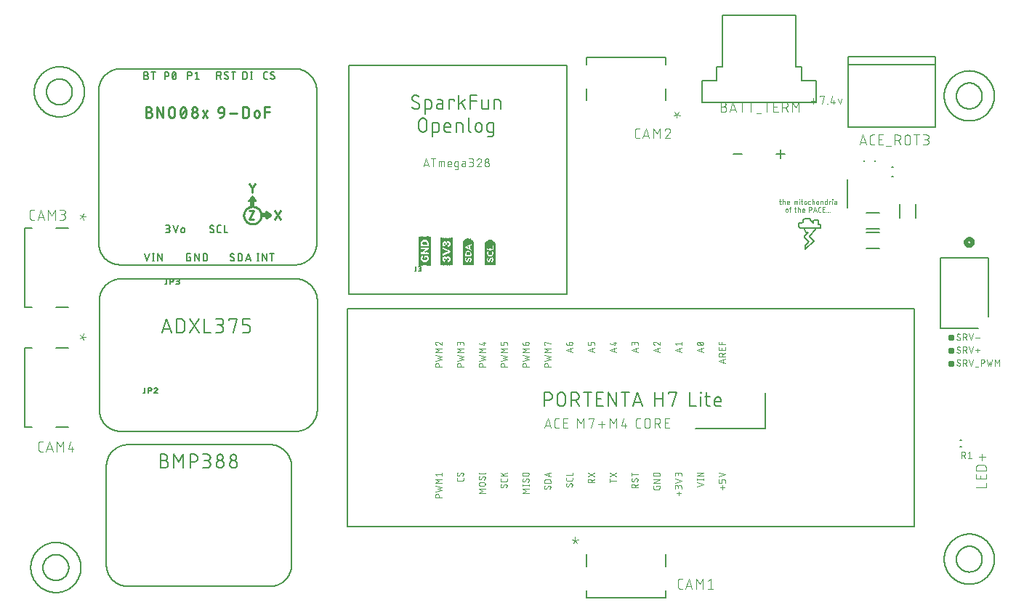
<source format=gbr>
G04 EAGLE Gerber RS-274X export*
G75*
%MOMM*%
%FSLAX34Y34*%
%LPD*%
%INSilkscreen Top*%
%IPPOS*%
%AMOC8*
5,1,8,0,0,1.08239X$1,22.5*%
G01*
%ADD10C,0.152400*%
%ADD11C,0.076200*%
%ADD12C,0.203200*%
%ADD13C,0.406400*%
%ADD14C,0.101600*%
%ADD15C,0.050800*%
%ADD16C,0.127000*%
%ADD17R,0.040000X3.180000*%
%ADD18R,0.030000X3.180000*%
%ADD19R,0.030000X0.630000*%
%ADD20R,0.030000X1.580000*%
%ADD21R,0.040000X0.520000*%
%ADD22R,0.040000X0.240000*%
%ADD23R,0.030000X0.490000*%
%ADD24R,0.030000X0.180000*%
%ADD25R,0.030000X0.520000*%
%ADD26R,0.040000X0.450000*%
%ADD27R,0.040000X0.140000*%
%ADD28R,0.040000X0.460000*%
%ADD29R,0.030000X0.420000*%
%ADD30R,0.030000X0.110000*%
%ADD31R,0.030000X0.460000*%
%ADD32R,0.040000X0.420000*%
%ADD33R,0.030000X0.070000*%
%ADD34R,0.030000X0.100000*%
%ADD35R,0.030000X0.380000*%
%ADD36R,0.030000X0.140000*%
%ADD37R,0.040000X0.170000*%
%ADD38R,0.040000X0.350000*%
%ADD39R,0.040000X0.180000*%
%ADD40R,0.040000X0.380000*%
%ADD41R,0.030000X0.250000*%
%ADD42R,0.030000X0.320000*%
%ADD43R,0.040000X0.490000*%
%ADD44R,0.040000X0.280000*%
%ADD45R,0.030000X0.210000*%
%ADD46R,0.030000X0.240000*%
%ADD47R,0.040000X0.630000*%
%ADD48R,0.040000X0.250000*%
%ADD49R,0.030000X0.280000*%
%ADD50R,0.030000X0.450000*%
%ADD51R,0.040000X0.320000*%
%ADD52R,0.040000X0.100000*%
%ADD53R,0.040000X0.530000*%
%ADD54R,0.030000X0.770000*%
%ADD55R,0.030000X0.040000*%
%ADD56R,0.030000X0.670000*%
%ADD57R,0.040000X0.310000*%
%ADD58R,0.040000X0.040000*%
%ADD59R,0.030000X0.310000*%
%ADD60R,0.030000X0.170000*%
%ADD61R,0.030000X0.350000*%
%ADD62R,0.040000X0.560000*%
%ADD63R,0.030000X0.560000*%
%ADD64R,0.040000X3.400000*%
%ADD65R,0.030000X3.400000*%
%ADD66R,0.030000X0.740000*%
%ADD67R,0.030000X2.450000*%
%ADD68R,0.040000X0.670000*%
%ADD69R,0.030000X0.600000*%
%ADD70R,0.040000X0.110000*%
%ADD71R,0.030000X0.530000*%
%ADD72R,0.040000X0.210000*%
%ADD73R,0.040000X0.390000*%
%ADD74R,0.030000X0.390000*%
%ADD75R,0.040000X0.070000*%
%ADD76R,0.030000X0.030000*%
%ADD77R,0.030000X0.700000*%
%ADD78R,0.030000X2.640000*%
%ADD79R,0.030000X2.730000*%
%ADD80R,0.020000X2.790000*%
%ADD81R,0.040000X2.850000*%
%ADD82R,0.030000X2.880000*%
%ADD83R,0.030000X2.910000*%
%ADD84R,0.020000X2.940000*%
%ADD85R,0.030000X0.540000*%
%ADD86R,0.030000X2.280000*%
%ADD87R,0.040000X0.480000*%
%ADD88R,0.040000X0.600000*%
%ADD89R,0.040000X0.870000*%
%ADD90R,0.030000X0.150000*%
%ADD91R,0.030000X0.510000*%
%ADD92R,0.030000X0.840000*%
%ADD93R,0.030000X0.120000*%
%ADD94R,0.030000X0.870000*%
%ADD95R,0.040000X0.360000*%
%ADD96R,0.040000X0.120000*%
%ADD97R,0.040000X0.330000*%
%ADD98R,0.030000X0.360000*%
%ADD99R,0.030000X0.300000*%
%ADD100R,0.040000X0.270000*%
%ADD101R,0.040000X0.840000*%
%ADD102R,0.030000X0.810000*%
%ADD103R,0.030000X0.330000*%
%ADD104R,0.030000X0.060000*%
%ADD105R,0.040000X0.150000*%
%ADD106R,0.040000X0.060000*%
%ADD107R,0.040000X0.780000*%
%ADD108R,0.030000X0.090000*%
%ADD109R,0.030000X0.780000*%
%ADD110R,0.030000X0.750000*%
%ADD111R,0.040000X0.720000*%
%ADD112R,0.040000X0.090000*%
%ADD113R,0.040000X0.300000*%
%ADD114R,0.030000X0.270000*%
%ADD115R,0.030000X0.720000*%
%ADD116R,0.030000X0.660000*%
%ADD117R,0.030000X0.570000*%
%ADD118R,0.040000X0.540000*%
%ADD119R,0.030000X2.940000*%
%ADD120R,0.030000X2.850000*%
%ADD121R,0.030000X2.790000*%
%ADD122R,0.030000X2.460000*%
%ADD123R,0.030000X2.550000*%
%ADD124R,0.020000X2.610000*%
%ADD125R,0.040000X2.670000*%
%ADD126R,0.030000X2.700000*%
%ADD127R,0.020000X2.760000*%
%ADD128R,0.030000X1.350000*%
%ADD129R,0.040000X0.930000*%
%ADD130R,0.030000X0.930000*%
%ADD131R,0.040000X0.960000*%
%ADD132R,0.030000X0.960000*%
%ADD133R,0.030000X0.990000*%
%ADD134R,0.040000X0.510000*%
%ADD135R,0.040000X0.990000*%
%ADD136R,0.040000X0.690000*%
%ADD137R,0.030000X0.480000*%
%ADD138R,0.030000X2.760000*%
%ADD139R,0.030000X2.670000*%
%ADD140R,0.030000X2.610000*%
%ADD141C,0.228600*%
%ADD142C,0.254000*%
%ADD143C,0.508000*%

G36*
X361547Y485751D02*
X361547Y485751D01*
X361657Y485758D01*
X361704Y485773D01*
X361753Y485780D01*
X361855Y485822D01*
X361959Y485856D01*
X362001Y485883D01*
X362047Y485901D01*
X362182Y485990D01*
X367262Y489800D01*
X367312Y489848D01*
X367366Y489887D01*
X367409Y489939D01*
X367465Y489991D01*
X367476Y490007D01*
X367490Y490021D01*
X367530Y490086D01*
X367568Y490132D01*
X367594Y490187D01*
X367640Y490256D01*
X367646Y490275D01*
X367656Y490292D01*
X367681Y490371D01*
X367704Y490420D01*
X367714Y490474D01*
X367743Y490557D01*
X367744Y490577D01*
X367750Y490596D01*
X367754Y490684D01*
X367764Y490732D01*
X367761Y490782D01*
X367768Y490874D01*
X367765Y490894D01*
X367765Y490913D01*
X367747Y491004D01*
X367744Y491050D01*
X367730Y491094D01*
X367713Y491188D01*
X367705Y491206D01*
X367701Y491225D01*
X367659Y491311D01*
X367646Y491352D01*
X367622Y491389D01*
X367583Y491478D01*
X367570Y491493D01*
X367562Y491511D01*
X367499Y491584D01*
X367476Y491621D01*
X367444Y491651D01*
X367384Y491726D01*
X367363Y491744D01*
X367355Y491753D01*
X367339Y491764D01*
X367262Y491830D01*
X362182Y495640D01*
X362177Y495643D01*
X362173Y495647D01*
X362136Y495667D01*
X362101Y495696D01*
X362001Y495743D01*
X361905Y495798D01*
X361857Y495811D01*
X361813Y495832D01*
X361705Y495853D01*
X361598Y495882D01*
X361549Y495882D01*
X361501Y495892D01*
X361447Y495888D01*
X361426Y495890D01*
X361420Y495890D01*
X361382Y495885D01*
X361280Y495887D01*
X361232Y495875D01*
X361183Y495872D01*
X361122Y495852D01*
X361104Y495850D01*
X361068Y495836D01*
X360971Y495812D01*
X360927Y495789D01*
X360881Y495774D01*
X360827Y495740D01*
X360809Y495733D01*
X360775Y495708D01*
X360690Y495663D01*
X360654Y495630D01*
X360612Y495604D01*
X360571Y495560D01*
X360551Y495546D01*
X360522Y495510D01*
X360455Y495449D01*
X360428Y495408D01*
X360394Y495372D01*
X360367Y495323D01*
X360349Y495301D01*
X360326Y495254D01*
X360280Y495184D01*
X360264Y495137D01*
X360240Y495094D01*
X360228Y495044D01*
X360213Y495013D01*
X360202Y494955D01*
X360177Y494883D01*
X360173Y494834D01*
X360161Y494786D01*
X360157Y494719D01*
X360153Y494701D01*
X360154Y494683D01*
X360151Y494625D01*
X360151Y493354D01*
X355070Y493354D01*
X354952Y493339D01*
X354833Y493332D01*
X354795Y493319D01*
X354754Y493314D01*
X354644Y493271D01*
X354531Y493234D01*
X354496Y493212D01*
X354459Y493197D01*
X354363Y493128D01*
X354262Y493064D01*
X354234Y493034D01*
X354201Y493011D01*
X354126Y492919D01*
X354044Y492832D01*
X354024Y492797D01*
X353999Y492766D01*
X353948Y492658D01*
X353890Y492554D01*
X353880Y492514D01*
X353863Y492478D01*
X353841Y492361D01*
X353811Y492246D01*
X353807Y492186D01*
X353803Y492166D01*
X353803Y492163D01*
X353804Y492144D01*
X353801Y492085D01*
X353801Y489545D01*
X353816Y489427D01*
X353823Y489308D01*
X353836Y489270D01*
X353841Y489229D01*
X353884Y489119D01*
X353921Y489006D01*
X353943Y488971D01*
X353958Y488934D01*
X354028Y488838D01*
X354091Y488737D01*
X354121Y488709D01*
X354144Y488676D01*
X354236Y488601D01*
X354323Y488519D01*
X354358Y488499D01*
X354389Y488474D01*
X354497Y488423D01*
X354601Y488365D01*
X354641Y488355D01*
X354677Y488338D01*
X354794Y488316D01*
X354909Y488286D01*
X354970Y488282D01*
X354990Y488278D01*
X355010Y488280D01*
X355070Y488276D01*
X360151Y488276D01*
X360151Y487005D01*
X360157Y486956D01*
X360155Y486907D01*
X360177Y486799D01*
X360191Y486689D01*
X360209Y486644D01*
X360219Y486595D01*
X360267Y486496D01*
X360308Y486394D01*
X360337Y486354D01*
X360358Y486309D01*
X360430Y486226D01*
X360494Y486136D01*
X360533Y486105D01*
X360565Y486067D01*
X360655Y486004D01*
X360739Y485934D01*
X360784Y485913D01*
X360825Y485884D01*
X360928Y485845D01*
X361027Y485798D01*
X361076Y485789D01*
X361122Y485771D01*
X361232Y485759D01*
X361340Y485738D01*
X361389Y485741D01*
X361438Y485736D01*
X361547Y485751D01*
G37*
G36*
X346218Y499741D02*
X346218Y499741D01*
X346337Y499748D01*
X346375Y499761D01*
X346416Y499766D01*
X346526Y499809D01*
X346639Y499846D01*
X346674Y499868D01*
X346711Y499883D01*
X346807Y499953D01*
X346908Y500016D01*
X346936Y500046D01*
X346969Y500069D01*
X347045Y500161D01*
X347126Y500248D01*
X347146Y500283D01*
X347171Y500314D01*
X347222Y500422D01*
X347280Y500526D01*
X347290Y500566D01*
X347307Y500602D01*
X347329Y500719D01*
X347359Y500834D01*
X347363Y500895D01*
X347367Y500915D01*
X347365Y500935D01*
X347369Y500995D01*
X347369Y506076D01*
X348640Y506076D01*
X348689Y506082D01*
X348738Y506080D01*
X348846Y506102D01*
X348956Y506116D01*
X349001Y506134D01*
X349050Y506144D01*
X349149Y506192D01*
X349251Y506233D01*
X349291Y506262D01*
X349336Y506283D01*
X349419Y506355D01*
X349509Y506419D01*
X349540Y506458D01*
X349578Y506490D01*
X349641Y506580D01*
X349711Y506664D01*
X349732Y506709D01*
X349761Y506750D01*
X349800Y506853D01*
X349847Y506952D01*
X349856Y507001D01*
X349874Y507047D01*
X349886Y507157D01*
X349907Y507265D01*
X349904Y507314D01*
X349909Y507363D01*
X349894Y507472D01*
X349887Y507582D01*
X349872Y507629D01*
X349865Y507678D01*
X349823Y507780D01*
X349789Y507884D01*
X349762Y507926D01*
X349744Y507972D01*
X349655Y508107D01*
X345845Y513187D01*
X345827Y513206D01*
X345814Y513226D01*
X345741Y513295D01*
X345654Y513390D01*
X345638Y513401D01*
X345624Y513415D01*
X345593Y513434D01*
X345582Y513444D01*
X345527Y513475D01*
X345505Y513488D01*
X345389Y513565D01*
X345370Y513571D01*
X345353Y513581D01*
X345308Y513595D01*
X345304Y513598D01*
X345281Y513604D01*
X345220Y513623D01*
X345088Y513668D01*
X345068Y513669D01*
X345049Y513675D01*
X344967Y513679D01*
X344853Y513686D01*
X344771Y513693D01*
X344751Y513690D01*
X344732Y513690D01*
X344595Y513662D01*
X344515Y513648D01*
X344509Y513648D01*
X344508Y513647D01*
X344457Y513638D01*
X344439Y513630D01*
X344420Y513626D01*
X344295Y513565D01*
X344253Y513546D01*
X344214Y513531D01*
X344206Y513525D01*
X344168Y513508D01*
X344152Y513495D01*
X344134Y513487D01*
X344028Y513396D01*
X344025Y513393D01*
X343956Y513344D01*
X343944Y513329D01*
X343919Y513309D01*
X343901Y513288D01*
X343892Y513280D01*
X343881Y513264D01*
X343815Y513187D01*
X340005Y508107D01*
X339980Y508064D01*
X339949Y508026D01*
X339902Y507926D01*
X339847Y507830D01*
X339834Y507782D01*
X339813Y507738D01*
X339792Y507630D01*
X339763Y507523D01*
X339763Y507474D01*
X339753Y507426D01*
X339760Y507316D01*
X339758Y507205D01*
X339770Y507157D01*
X339773Y507108D01*
X339807Y507004D01*
X339833Y506896D01*
X339856Y506852D01*
X339871Y506806D01*
X339930Y506713D01*
X339982Y506615D01*
X340015Y506579D01*
X340041Y506537D01*
X340122Y506461D01*
X340196Y506380D01*
X340237Y506353D01*
X340273Y506319D01*
X340369Y506266D01*
X340461Y506205D01*
X340508Y506189D01*
X340551Y506165D01*
X340658Y506138D01*
X340762Y506102D01*
X340811Y506098D01*
X340859Y506086D01*
X341020Y506076D01*
X342291Y506076D01*
X342291Y500995D01*
X342306Y500877D01*
X342313Y500758D01*
X342326Y500720D01*
X342331Y500679D01*
X342374Y500569D01*
X342411Y500456D01*
X342433Y500421D01*
X342448Y500384D01*
X342518Y500288D01*
X342581Y500187D01*
X342611Y500159D01*
X342634Y500126D01*
X342726Y500051D01*
X342813Y499969D01*
X342848Y499949D01*
X342879Y499924D01*
X342987Y499873D01*
X343091Y499815D01*
X343131Y499805D01*
X343167Y499788D01*
X343284Y499766D01*
X343399Y499736D01*
X343460Y499732D01*
X343480Y499728D01*
X343500Y499730D01*
X343560Y499726D01*
X346100Y499726D01*
X346218Y499741D01*
G37*
D10*
X457020Y398750D02*
X457020Y665450D01*
X711020Y665450D01*
X711020Y398750D01*
X457020Y398750D01*
X535909Y614647D02*
X536027Y614649D01*
X536145Y614655D01*
X536263Y614664D01*
X536380Y614678D01*
X536497Y614695D01*
X536614Y614716D01*
X536729Y614741D01*
X536844Y614770D01*
X536958Y614803D01*
X537070Y614839D01*
X537181Y614879D01*
X537291Y614922D01*
X537400Y614969D01*
X537507Y615019D01*
X537612Y615074D01*
X537715Y615131D01*
X537816Y615192D01*
X537916Y615256D01*
X538013Y615323D01*
X538108Y615393D01*
X538200Y615467D01*
X538291Y615543D01*
X538378Y615623D01*
X538463Y615705D01*
X538545Y615790D01*
X538625Y615877D01*
X538701Y615968D01*
X538775Y616060D01*
X538845Y616155D01*
X538912Y616252D01*
X538976Y616352D01*
X539037Y616453D01*
X539094Y616556D01*
X539149Y616661D01*
X539199Y616768D01*
X539246Y616877D01*
X539289Y616987D01*
X539329Y617098D01*
X539365Y617210D01*
X539398Y617324D01*
X539427Y617439D01*
X539452Y617554D01*
X539473Y617671D01*
X539490Y617788D01*
X539504Y617905D01*
X539513Y618023D01*
X539519Y618141D01*
X539521Y618259D01*
X535909Y614647D02*
X535726Y614649D01*
X535544Y614656D01*
X535362Y614667D01*
X535180Y614682D01*
X534998Y614702D01*
X534817Y614725D01*
X534637Y614754D01*
X534457Y614786D01*
X534278Y614823D01*
X534101Y614864D01*
X533924Y614910D01*
X533748Y614959D01*
X533574Y615013D01*
X533400Y615071D01*
X533229Y615133D01*
X533059Y615199D01*
X532890Y615270D01*
X532723Y615344D01*
X532558Y615422D01*
X532395Y615504D01*
X532234Y615590D01*
X532075Y615680D01*
X531918Y615774D01*
X531764Y615871D01*
X531612Y615972D01*
X531462Y616077D01*
X531315Y616185D01*
X531171Y616296D01*
X531029Y616411D01*
X530890Y616530D01*
X530754Y616652D01*
X530621Y616777D01*
X530491Y616905D01*
X530943Y627291D02*
X530945Y627409D01*
X530951Y627527D01*
X530960Y627645D01*
X530974Y627762D01*
X530991Y627879D01*
X531012Y627996D01*
X531037Y628111D01*
X531066Y628226D01*
X531099Y628340D01*
X531135Y628452D01*
X531175Y628563D01*
X531218Y628673D01*
X531265Y628782D01*
X531315Y628889D01*
X531370Y628994D01*
X531427Y629097D01*
X531488Y629198D01*
X531552Y629298D01*
X531619Y629395D01*
X531689Y629490D01*
X531763Y629582D01*
X531839Y629673D01*
X531919Y629760D01*
X532001Y629845D01*
X532086Y629927D01*
X532173Y630007D01*
X532264Y630083D01*
X532356Y630157D01*
X532451Y630227D01*
X532548Y630294D01*
X532648Y630358D01*
X532749Y630419D01*
X532852Y630477D01*
X532957Y630531D01*
X533064Y630581D01*
X533173Y630628D01*
X533283Y630672D01*
X533394Y630711D01*
X533507Y630747D01*
X533620Y630780D01*
X533735Y630809D01*
X533850Y630834D01*
X533967Y630855D01*
X534084Y630872D01*
X534201Y630886D01*
X534319Y630895D01*
X534437Y630901D01*
X534555Y630903D01*
X534716Y630901D01*
X534878Y630895D01*
X535039Y630886D01*
X535200Y630872D01*
X535360Y630855D01*
X535520Y630834D01*
X535680Y630809D01*
X535839Y630780D01*
X535997Y630748D01*
X536154Y630712D01*
X536310Y630672D01*
X536466Y630628D01*
X536620Y630580D01*
X536773Y630529D01*
X536925Y630475D01*
X537076Y630416D01*
X537225Y630355D01*
X537372Y630289D01*
X537518Y630220D01*
X537663Y630148D01*
X537805Y630072D01*
X537946Y629993D01*
X538085Y629911D01*
X538221Y629825D01*
X538356Y629736D01*
X538489Y629644D01*
X538619Y629548D01*
X532748Y624130D02*
X532647Y624192D01*
X532547Y624257D01*
X532450Y624326D01*
X532355Y624398D01*
X532262Y624472D01*
X532172Y624550D01*
X532084Y624631D01*
X531999Y624714D01*
X531917Y624800D01*
X531838Y624889D01*
X531761Y624980D01*
X531688Y625074D01*
X531617Y625170D01*
X531550Y625268D01*
X531486Y625368D01*
X531425Y625471D01*
X531368Y625575D01*
X531314Y625681D01*
X531264Y625789D01*
X531217Y625898D01*
X531173Y626009D01*
X531133Y626121D01*
X531097Y626235D01*
X531065Y626349D01*
X531036Y626465D01*
X531011Y626581D01*
X530990Y626698D01*
X530973Y626816D01*
X530959Y626934D01*
X530950Y627053D01*
X530944Y627172D01*
X530942Y627291D01*
X537716Y621420D02*
X537817Y621358D01*
X537917Y621293D01*
X538014Y621224D01*
X538109Y621152D01*
X538202Y621078D01*
X538292Y621000D01*
X538380Y620919D01*
X538465Y620836D01*
X538547Y620750D01*
X538626Y620661D01*
X538703Y620570D01*
X538776Y620476D01*
X538847Y620380D01*
X538914Y620282D01*
X538978Y620182D01*
X539039Y620079D01*
X539096Y619975D01*
X539150Y619869D01*
X539200Y619761D01*
X539247Y619652D01*
X539291Y619541D01*
X539331Y619429D01*
X539367Y619315D01*
X539399Y619201D01*
X539428Y619085D01*
X539453Y618969D01*
X539474Y618852D01*
X539491Y618734D01*
X539505Y618616D01*
X539514Y618497D01*
X539520Y618378D01*
X539522Y618259D01*
X537716Y621420D02*
X532749Y624130D01*
X546056Y625484D02*
X546056Y609228D01*
X546056Y625484D02*
X550572Y625484D01*
X550676Y625482D01*
X550779Y625476D01*
X550883Y625466D01*
X550986Y625452D01*
X551088Y625434D01*
X551189Y625413D01*
X551290Y625387D01*
X551389Y625358D01*
X551488Y625325D01*
X551585Y625288D01*
X551680Y625247D01*
X551774Y625203D01*
X551866Y625155D01*
X551956Y625104D01*
X552045Y625049D01*
X552131Y624991D01*
X552214Y624929D01*
X552296Y624865D01*
X552374Y624797D01*
X552450Y624727D01*
X552524Y624654D01*
X552594Y624577D01*
X552662Y624499D01*
X552726Y624417D01*
X552788Y624334D01*
X552846Y624248D01*
X552901Y624159D01*
X552952Y624069D01*
X553000Y623977D01*
X553044Y623883D01*
X553085Y623788D01*
X553122Y623691D01*
X553155Y623592D01*
X553184Y623493D01*
X553210Y623392D01*
X553231Y623291D01*
X553249Y623189D01*
X553263Y623086D01*
X553273Y622982D01*
X553279Y622879D01*
X553281Y622775D01*
X553281Y617356D01*
X553279Y617255D01*
X553273Y617154D01*
X553264Y617053D01*
X553251Y616952D01*
X553234Y616852D01*
X553213Y616753D01*
X553189Y616655D01*
X553161Y616558D01*
X553129Y616461D01*
X553094Y616366D01*
X553055Y616273D01*
X553013Y616181D01*
X552967Y616090D01*
X552918Y616002D01*
X552866Y615915D01*
X552810Y615830D01*
X552752Y615747D01*
X552690Y615667D01*
X552625Y615589D01*
X552558Y615513D01*
X552488Y615440D01*
X552415Y615370D01*
X552339Y615303D01*
X552261Y615238D01*
X552181Y615176D01*
X552098Y615118D01*
X552013Y615062D01*
X551927Y615010D01*
X551838Y614961D01*
X551747Y614915D01*
X551655Y614873D01*
X551562Y614834D01*
X551467Y614799D01*
X551370Y614767D01*
X551273Y614739D01*
X551175Y614715D01*
X551076Y614694D01*
X550976Y614677D01*
X550875Y614664D01*
X550774Y614655D01*
X550673Y614649D01*
X550572Y614647D01*
X546056Y614647D01*
X562618Y620969D02*
X566682Y620969D01*
X562618Y620969D02*
X562506Y620967D01*
X562395Y620961D01*
X562284Y620951D01*
X562173Y620938D01*
X562063Y620920D01*
X561954Y620898D01*
X561845Y620873D01*
X561737Y620844D01*
X561631Y620811D01*
X561525Y620774D01*
X561421Y620734D01*
X561319Y620690D01*
X561218Y620642D01*
X561119Y620591D01*
X561021Y620536D01*
X560926Y620478D01*
X560833Y620417D01*
X560742Y620352D01*
X560653Y620284D01*
X560567Y620213D01*
X560484Y620140D01*
X560403Y620063D01*
X560324Y619983D01*
X560249Y619901D01*
X560177Y619816D01*
X560107Y619729D01*
X560041Y619639D01*
X559978Y619547D01*
X559918Y619452D01*
X559862Y619356D01*
X559809Y619258D01*
X559760Y619158D01*
X559714Y619056D01*
X559672Y618953D01*
X559633Y618848D01*
X559598Y618742D01*
X559567Y618635D01*
X559540Y618527D01*
X559516Y618418D01*
X559497Y618308D01*
X559481Y618198D01*
X559469Y618087D01*
X559461Y617975D01*
X559457Y617864D01*
X559457Y617752D01*
X559461Y617641D01*
X559469Y617529D01*
X559481Y617418D01*
X559497Y617308D01*
X559516Y617198D01*
X559540Y617089D01*
X559567Y616981D01*
X559598Y616874D01*
X559633Y616768D01*
X559672Y616663D01*
X559714Y616560D01*
X559760Y616458D01*
X559809Y616358D01*
X559862Y616260D01*
X559918Y616164D01*
X559978Y616069D01*
X560041Y615977D01*
X560107Y615887D01*
X560177Y615800D01*
X560249Y615715D01*
X560324Y615633D01*
X560403Y615553D01*
X560484Y615476D01*
X560567Y615403D01*
X560653Y615332D01*
X560742Y615264D01*
X560833Y615199D01*
X560926Y615138D01*
X561021Y615080D01*
X561119Y615025D01*
X561218Y614974D01*
X561319Y614926D01*
X561421Y614882D01*
X561525Y614842D01*
X561631Y614805D01*
X561737Y614772D01*
X561845Y614743D01*
X561954Y614718D01*
X562063Y614696D01*
X562173Y614678D01*
X562284Y614665D01*
X562395Y614655D01*
X562506Y614649D01*
X562618Y614647D01*
X566682Y614647D01*
X566682Y622775D01*
X566681Y622775D02*
X566679Y622876D01*
X566673Y622977D01*
X566664Y623078D01*
X566651Y623179D01*
X566634Y623279D01*
X566613Y623378D01*
X566589Y623476D01*
X566561Y623573D01*
X566529Y623670D01*
X566494Y623765D01*
X566455Y623858D01*
X566413Y623950D01*
X566367Y624041D01*
X566318Y624130D01*
X566266Y624216D01*
X566210Y624301D01*
X566152Y624384D01*
X566090Y624464D01*
X566025Y624542D01*
X565958Y624618D01*
X565888Y624691D01*
X565815Y624761D01*
X565739Y624828D01*
X565661Y624893D01*
X565581Y624955D01*
X565498Y625013D01*
X565413Y625069D01*
X565327Y625121D01*
X565238Y625170D01*
X565147Y625216D01*
X565055Y625258D01*
X564962Y625297D01*
X564867Y625332D01*
X564770Y625364D01*
X564673Y625392D01*
X564575Y625416D01*
X564476Y625437D01*
X564376Y625454D01*
X564275Y625467D01*
X564174Y625476D01*
X564073Y625482D01*
X563972Y625484D01*
X560360Y625484D01*
X574204Y625484D02*
X574204Y614647D01*
X574204Y625484D02*
X579623Y625484D01*
X579623Y623678D01*
X585230Y630903D02*
X585230Y614647D01*
X585230Y620066D02*
X592455Y625484D01*
X588391Y622323D02*
X592455Y614647D01*
X598777Y614647D02*
X598777Y630903D01*
X606002Y630903D01*
X606002Y623678D02*
X598777Y623678D01*
X612155Y625484D02*
X612155Y617356D01*
X612156Y617356D02*
X612158Y617255D01*
X612164Y617154D01*
X612173Y617053D01*
X612186Y616952D01*
X612203Y616852D01*
X612224Y616753D01*
X612248Y616655D01*
X612276Y616558D01*
X612308Y616461D01*
X612343Y616366D01*
X612382Y616273D01*
X612424Y616181D01*
X612470Y616090D01*
X612519Y616002D01*
X612571Y615915D01*
X612627Y615830D01*
X612685Y615747D01*
X612747Y615667D01*
X612812Y615589D01*
X612879Y615513D01*
X612949Y615440D01*
X613022Y615370D01*
X613098Y615303D01*
X613176Y615238D01*
X613256Y615176D01*
X613339Y615118D01*
X613424Y615062D01*
X613511Y615010D01*
X613599Y614961D01*
X613690Y614915D01*
X613782Y614873D01*
X613875Y614834D01*
X613970Y614799D01*
X614067Y614767D01*
X614164Y614739D01*
X614262Y614715D01*
X614361Y614694D01*
X614461Y614677D01*
X614562Y614664D01*
X614663Y614655D01*
X614764Y614649D01*
X614865Y614647D01*
X619380Y614647D01*
X619380Y625484D01*
X626744Y625484D02*
X626744Y614647D01*
X626744Y625484D02*
X631260Y625484D01*
X631364Y625482D01*
X631467Y625476D01*
X631571Y625466D01*
X631674Y625452D01*
X631776Y625434D01*
X631877Y625413D01*
X631978Y625387D01*
X632077Y625358D01*
X632176Y625325D01*
X632273Y625288D01*
X632368Y625247D01*
X632462Y625203D01*
X632554Y625155D01*
X632644Y625104D01*
X632733Y625049D01*
X632819Y624991D01*
X632902Y624929D01*
X632984Y624865D01*
X633062Y624797D01*
X633138Y624727D01*
X633212Y624654D01*
X633282Y624577D01*
X633350Y624499D01*
X633414Y624417D01*
X633476Y624334D01*
X633534Y624248D01*
X633589Y624159D01*
X633640Y624069D01*
X633688Y623977D01*
X633732Y623883D01*
X633773Y623788D01*
X633810Y623691D01*
X633843Y623592D01*
X633872Y623493D01*
X633898Y623392D01*
X633919Y623291D01*
X633937Y623189D01*
X633951Y623086D01*
X633961Y622982D01*
X633967Y622879D01*
X633969Y622775D01*
X633969Y614647D01*
X538864Y599717D02*
X538864Y592493D01*
X538864Y599717D02*
X538866Y599850D01*
X538872Y599982D01*
X538882Y600114D01*
X538895Y600246D01*
X538913Y600378D01*
X538934Y600508D01*
X538959Y600639D01*
X538988Y600768D01*
X539021Y600896D01*
X539057Y601024D01*
X539097Y601150D01*
X539141Y601275D01*
X539189Y601399D01*
X539240Y601521D01*
X539295Y601642D01*
X539353Y601761D01*
X539415Y601879D01*
X539480Y601994D01*
X539549Y602108D01*
X539620Y602219D01*
X539696Y602328D01*
X539774Y602435D01*
X539855Y602540D01*
X539940Y602642D01*
X540027Y602742D01*
X540117Y602839D01*
X540210Y602934D01*
X540306Y603025D01*
X540404Y603114D01*
X540505Y603200D01*
X540609Y603283D01*
X540715Y603363D01*
X540823Y603439D01*
X540933Y603513D01*
X541046Y603583D01*
X541160Y603650D01*
X541277Y603713D01*
X541395Y603773D01*
X541515Y603830D01*
X541637Y603883D01*
X541760Y603932D01*
X541884Y603978D01*
X542010Y604020D01*
X542137Y604058D01*
X542265Y604093D01*
X542394Y604124D01*
X542523Y604151D01*
X542654Y604174D01*
X542785Y604194D01*
X542917Y604209D01*
X543049Y604221D01*
X543181Y604229D01*
X543314Y604233D01*
X543446Y604233D01*
X543579Y604229D01*
X543711Y604221D01*
X543843Y604209D01*
X543975Y604194D01*
X544106Y604174D01*
X544237Y604151D01*
X544366Y604124D01*
X544495Y604093D01*
X544623Y604058D01*
X544750Y604020D01*
X544876Y603978D01*
X545000Y603932D01*
X545123Y603883D01*
X545245Y603830D01*
X545365Y603773D01*
X545483Y603713D01*
X545600Y603650D01*
X545714Y603583D01*
X545827Y603513D01*
X545937Y603439D01*
X546045Y603363D01*
X546151Y603283D01*
X546255Y603200D01*
X546356Y603114D01*
X546454Y603025D01*
X546550Y602934D01*
X546643Y602839D01*
X546733Y602742D01*
X546820Y602642D01*
X546905Y602540D01*
X546986Y602435D01*
X547064Y602328D01*
X547140Y602219D01*
X547211Y602108D01*
X547280Y601994D01*
X547345Y601879D01*
X547407Y601761D01*
X547465Y601642D01*
X547520Y601521D01*
X547571Y601399D01*
X547619Y601275D01*
X547663Y601150D01*
X547703Y601024D01*
X547739Y600896D01*
X547772Y600768D01*
X547801Y600639D01*
X547826Y600508D01*
X547847Y600378D01*
X547865Y600246D01*
X547878Y600114D01*
X547888Y599982D01*
X547894Y599850D01*
X547896Y599717D01*
X547895Y599717D02*
X547895Y592493D01*
X547896Y592493D02*
X547894Y592360D01*
X547888Y592228D01*
X547878Y592096D01*
X547865Y591964D01*
X547847Y591832D01*
X547826Y591702D01*
X547801Y591571D01*
X547772Y591442D01*
X547739Y591314D01*
X547703Y591186D01*
X547663Y591060D01*
X547619Y590935D01*
X547571Y590811D01*
X547520Y590689D01*
X547465Y590568D01*
X547407Y590449D01*
X547345Y590331D01*
X547280Y590216D01*
X547211Y590102D01*
X547140Y589991D01*
X547064Y589882D01*
X546986Y589775D01*
X546905Y589670D01*
X546820Y589568D01*
X546733Y589468D01*
X546643Y589371D01*
X546550Y589276D01*
X546454Y589185D01*
X546356Y589096D01*
X546255Y589010D01*
X546151Y588927D01*
X546045Y588847D01*
X545937Y588771D01*
X545827Y588697D01*
X545714Y588627D01*
X545600Y588560D01*
X545483Y588497D01*
X545365Y588437D01*
X545245Y588380D01*
X545123Y588327D01*
X545000Y588278D01*
X544876Y588232D01*
X544750Y588190D01*
X544623Y588152D01*
X544495Y588117D01*
X544366Y588086D01*
X544237Y588059D01*
X544106Y588036D01*
X543975Y588016D01*
X543843Y588001D01*
X543711Y587989D01*
X543579Y587981D01*
X543446Y587977D01*
X543314Y587977D01*
X543181Y587981D01*
X543049Y587989D01*
X542917Y588001D01*
X542785Y588016D01*
X542654Y588036D01*
X542523Y588059D01*
X542394Y588086D01*
X542265Y588117D01*
X542137Y588152D01*
X542010Y588190D01*
X541884Y588232D01*
X541760Y588278D01*
X541637Y588327D01*
X541515Y588380D01*
X541395Y588437D01*
X541277Y588497D01*
X541160Y588560D01*
X541046Y588627D01*
X540933Y588697D01*
X540823Y588771D01*
X540715Y588847D01*
X540609Y588927D01*
X540505Y589010D01*
X540404Y589096D01*
X540306Y589185D01*
X540210Y589276D01*
X540117Y589371D01*
X540027Y589468D01*
X539940Y589568D01*
X539855Y589670D01*
X539774Y589775D01*
X539696Y589882D01*
X539620Y589991D01*
X539549Y590102D01*
X539480Y590216D01*
X539415Y590331D01*
X539353Y590449D01*
X539295Y590568D01*
X539240Y590689D01*
X539189Y590811D01*
X539141Y590935D01*
X539097Y591060D01*
X539057Y591186D01*
X539021Y591314D01*
X538988Y591442D01*
X538959Y591571D01*
X538934Y591702D01*
X538913Y591832D01*
X538895Y591964D01*
X538882Y592096D01*
X538872Y592228D01*
X538866Y592360D01*
X538864Y592493D01*
X554951Y598814D02*
X554951Y582558D01*
X554951Y598814D02*
X559466Y598814D01*
X559570Y598812D01*
X559673Y598806D01*
X559777Y598796D01*
X559880Y598782D01*
X559982Y598764D01*
X560083Y598743D01*
X560184Y598717D01*
X560283Y598688D01*
X560382Y598655D01*
X560479Y598618D01*
X560574Y598577D01*
X560668Y598533D01*
X560760Y598485D01*
X560850Y598434D01*
X560939Y598379D01*
X561025Y598321D01*
X561108Y598259D01*
X561190Y598195D01*
X561268Y598127D01*
X561344Y598057D01*
X561418Y597984D01*
X561488Y597907D01*
X561556Y597829D01*
X561620Y597747D01*
X561682Y597664D01*
X561740Y597578D01*
X561795Y597489D01*
X561846Y597399D01*
X561894Y597307D01*
X561938Y597213D01*
X561979Y597118D01*
X562016Y597021D01*
X562049Y596922D01*
X562078Y596823D01*
X562104Y596722D01*
X562125Y596621D01*
X562143Y596519D01*
X562157Y596416D01*
X562167Y596312D01*
X562173Y596209D01*
X562175Y596105D01*
X562176Y596105D02*
X562176Y590686D01*
X562175Y590686D02*
X562173Y590585D01*
X562167Y590484D01*
X562158Y590383D01*
X562145Y590282D01*
X562128Y590182D01*
X562107Y590083D01*
X562083Y589985D01*
X562055Y589888D01*
X562023Y589791D01*
X561988Y589696D01*
X561949Y589603D01*
X561907Y589511D01*
X561861Y589420D01*
X561812Y589332D01*
X561760Y589245D01*
X561704Y589160D01*
X561646Y589077D01*
X561584Y588997D01*
X561519Y588919D01*
X561452Y588843D01*
X561382Y588770D01*
X561309Y588700D01*
X561233Y588633D01*
X561155Y588568D01*
X561075Y588506D01*
X560992Y588448D01*
X560907Y588392D01*
X560821Y588340D01*
X560732Y588291D01*
X560641Y588245D01*
X560549Y588203D01*
X560456Y588164D01*
X560361Y588129D01*
X560264Y588097D01*
X560167Y588069D01*
X560069Y588045D01*
X559970Y588024D01*
X559870Y588007D01*
X559769Y587994D01*
X559668Y587985D01*
X559567Y587979D01*
X559466Y587977D01*
X554951Y587977D01*
X571134Y587977D02*
X575649Y587977D01*
X571134Y587977D02*
X571033Y587979D01*
X570932Y587985D01*
X570831Y587994D01*
X570730Y588007D01*
X570630Y588024D01*
X570531Y588045D01*
X570433Y588069D01*
X570336Y588097D01*
X570239Y588129D01*
X570144Y588164D01*
X570051Y588203D01*
X569959Y588245D01*
X569868Y588291D01*
X569780Y588340D01*
X569693Y588392D01*
X569608Y588448D01*
X569525Y588506D01*
X569445Y588568D01*
X569367Y588633D01*
X569291Y588700D01*
X569218Y588770D01*
X569148Y588843D01*
X569081Y588919D01*
X569016Y588997D01*
X568954Y589077D01*
X568896Y589160D01*
X568840Y589245D01*
X568788Y589332D01*
X568739Y589420D01*
X568693Y589511D01*
X568651Y589603D01*
X568612Y589696D01*
X568577Y589791D01*
X568545Y589888D01*
X568517Y589985D01*
X568493Y590083D01*
X568472Y590182D01*
X568455Y590282D01*
X568442Y590383D01*
X568433Y590484D01*
X568427Y590585D01*
X568425Y590686D01*
X568424Y590686D02*
X568424Y595202D01*
X568425Y595202D02*
X568427Y595321D01*
X568433Y595441D01*
X568443Y595560D01*
X568457Y595678D01*
X568474Y595797D01*
X568496Y595914D01*
X568521Y596031D01*
X568551Y596146D01*
X568584Y596261D01*
X568621Y596375D01*
X568661Y596487D01*
X568706Y596598D01*
X568754Y596707D01*
X568805Y596815D01*
X568860Y596921D01*
X568919Y597025D01*
X568981Y597127D01*
X569046Y597227D01*
X569115Y597325D01*
X569187Y597421D01*
X569262Y597514D01*
X569339Y597604D01*
X569420Y597692D01*
X569504Y597777D01*
X569591Y597859D01*
X569680Y597939D01*
X569772Y598015D01*
X569866Y598089D01*
X569963Y598159D01*
X570061Y598226D01*
X570162Y598290D01*
X570266Y598350D01*
X570371Y598407D01*
X570478Y598460D01*
X570586Y598510D01*
X570696Y598556D01*
X570808Y598598D01*
X570921Y598637D01*
X571035Y598672D01*
X571150Y598703D01*
X571267Y598731D01*
X571384Y598754D01*
X571501Y598774D01*
X571620Y598790D01*
X571739Y598802D01*
X571858Y598810D01*
X571977Y598814D01*
X572097Y598814D01*
X572216Y598810D01*
X572335Y598802D01*
X572454Y598790D01*
X572573Y598774D01*
X572690Y598754D01*
X572807Y598731D01*
X572924Y598703D01*
X573039Y598672D01*
X573153Y598637D01*
X573266Y598598D01*
X573378Y598556D01*
X573488Y598510D01*
X573596Y598460D01*
X573703Y598407D01*
X573808Y598350D01*
X573912Y598290D01*
X574013Y598226D01*
X574111Y598159D01*
X574208Y598089D01*
X574302Y598015D01*
X574394Y597939D01*
X574483Y597859D01*
X574570Y597777D01*
X574654Y597692D01*
X574735Y597604D01*
X574812Y597514D01*
X574887Y597421D01*
X574959Y597325D01*
X575028Y597227D01*
X575093Y597127D01*
X575155Y597025D01*
X575214Y596921D01*
X575269Y596815D01*
X575320Y596707D01*
X575368Y596598D01*
X575413Y596487D01*
X575453Y596375D01*
X575490Y596261D01*
X575523Y596146D01*
X575553Y596031D01*
X575578Y595914D01*
X575600Y595797D01*
X575617Y595678D01*
X575631Y595560D01*
X575641Y595441D01*
X575647Y595321D01*
X575649Y595202D01*
X575649Y593396D01*
X568424Y593396D01*
X582493Y587977D02*
X582493Y598814D01*
X587008Y598814D01*
X587112Y598812D01*
X587215Y598806D01*
X587319Y598796D01*
X587422Y598782D01*
X587524Y598764D01*
X587625Y598743D01*
X587726Y598717D01*
X587825Y598688D01*
X587924Y598655D01*
X588021Y598618D01*
X588116Y598577D01*
X588210Y598533D01*
X588302Y598485D01*
X588392Y598434D01*
X588481Y598379D01*
X588567Y598321D01*
X588650Y598259D01*
X588732Y598195D01*
X588810Y598127D01*
X588886Y598057D01*
X588960Y597984D01*
X589030Y597907D01*
X589098Y597829D01*
X589162Y597747D01*
X589224Y597664D01*
X589282Y597578D01*
X589337Y597489D01*
X589388Y597399D01*
X589436Y597307D01*
X589480Y597213D01*
X589521Y597118D01*
X589558Y597021D01*
X589591Y596922D01*
X589620Y596823D01*
X589646Y596722D01*
X589667Y596621D01*
X589685Y596519D01*
X589699Y596416D01*
X589709Y596312D01*
X589715Y596209D01*
X589717Y596105D01*
X589717Y587977D01*
X596798Y590686D02*
X596798Y604233D01*
X596798Y590686D02*
X596800Y590585D01*
X596806Y590484D01*
X596815Y590383D01*
X596828Y590282D01*
X596845Y590182D01*
X596866Y590083D01*
X596890Y589985D01*
X596918Y589888D01*
X596950Y589791D01*
X596985Y589696D01*
X597024Y589603D01*
X597066Y589511D01*
X597112Y589420D01*
X597161Y589332D01*
X597213Y589245D01*
X597269Y589160D01*
X597327Y589077D01*
X597389Y588997D01*
X597454Y588919D01*
X597521Y588843D01*
X597591Y588770D01*
X597664Y588700D01*
X597740Y588633D01*
X597818Y588568D01*
X597898Y588506D01*
X597981Y588448D01*
X598066Y588392D01*
X598153Y588340D01*
X598241Y588291D01*
X598332Y588245D01*
X598424Y588203D01*
X598517Y588164D01*
X598612Y588129D01*
X598709Y588097D01*
X598806Y588069D01*
X598904Y588045D01*
X599003Y588024D01*
X599103Y588007D01*
X599204Y587994D01*
X599305Y587985D01*
X599406Y587979D01*
X599507Y587977D01*
X604897Y591589D02*
X604897Y595202D01*
X604898Y595202D02*
X604900Y595321D01*
X604906Y595441D01*
X604916Y595560D01*
X604930Y595678D01*
X604947Y595797D01*
X604969Y595914D01*
X604994Y596031D01*
X605024Y596146D01*
X605057Y596261D01*
X605094Y596375D01*
X605134Y596487D01*
X605179Y596598D01*
X605227Y596707D01*
X605278Y596815D01*
X605333Y596921D01*
X605392Y597025D01*
X605454Y597127D01*
X605519Y597227D01*
X605588Y597325D01*
X605660Y597421D01*
X605735Y597514D01*
X605812Y597604D01*
X605893Y597692D01*
X605977Y597777D01*
X606064Y597859D01*
X606153Y597939D01*
X606245Y598015D01*
X606339Y598089D01*
X606436Y598159D01*
X606534Y598226D01*
X606635Y598290D01*
X606739Y598350D01*
X606844Y598407D01*
X606951Y598460D01*
X607059Y598510D01*
X607169Y598556D01*
X607281Y598598D01*
X607394Y598637D01*
X607508Y598672D01*
X607623Y598703D01*
X607740Y598731D01*
X607857Y598754D01*
X607974Y598774D01*
X608093Y598790D01*
X608212Y598802D01*
X608331Y598810D01*
X608450Y598814D01*
X608570Y598814D01*
X608689Y598810D01*
X608808Y598802D01*
X608927Y598790D01*
X609046Y598774D01*
X609163Y598754D01*
X609280Y598731D01*
X609397Y598703D01*
X609512Y598672D01*
X609626Y598637D01*
X609739Y598598D01*
X609851Y598556D01*
X609961Y598510D01*
X610069Y598460D01*
X610176Y598407D01*
X610281Y598350D01*
X610385Y598290D01*
X610486Y598226D01*
X610584Y598159D01*
X610681Y598089D01*
X610775Y598015D01*
X610867Y597939D01*
X610956Y597859D01*
X611043Y597777D01*
X611127Y597692D01*
X611208Y597604D01*
X611285Y597514D01*
X611360Y597421D01*
X611432Y597325D01*
X611501Y597227D01*
X611566Y597127D01*
X611628Y597025D01*
X611687Y596921D01*
X611742Y596815D01*
X611793Y596707D01*
X611841Y596598D01*
X611886Y596487D01*
X611926Y596375D01*
X611963Y596261D01*
X611996Y596146D01*
X612026Y596031D01*
X612051Y595914D01*
X612073Y595797D01*
X612090Y595678D01*
X612104Y595560D01*
X612114Y595441D01*
X612120Y595321D01*
X612122Y595202D01*
X612122Y591589D01*
X612120Y591470D01*
X612114Y591350D01*
X612104Y591231D01*
X612090Y591113D01*
X612073Y590994D01*
X612051Y590877D01*
X612026Y590760D01*
X611996Y590645D01*
X611963Y590530D01*
X611926Y590416D01*
X611886Y590304D01*
X611841Y590193D01*
X611793Y590084D01*
X611742Y589976D01*
X611687Y589870D01*
X611628Y589766D01*
X611566Y589664D01*
X611501Y589564D01*
X611432Y589466D01*
X611360Y589370D01*
X611285Y589277D01*
X611208Y589187D01*
X611127Y589099D01*
X611043Y589014D01*
X610956Y588932D01*
X610867Y588852D01*
X610775Y588776D01*
X610681Y588702D01*
X610584Y588632D01*
X610486Y588565D01*
X610385Y588501D01*
X610281Y588441D01*
X610176Y588384D01*
X610069Y588331D01*
X609961Y588281D01*
X609851Y588235D01*
X609739Y588193D01*
X609626Y588154D01*
X609512Y588119D01*
X609397Y588088D01*
X609280Y588060D01*
X609163Y588037D01*
X609046Y588017D01*
X608927Y588001D01*
X608808Y587989D01*
X608689Y587981D01*
X608570Y587977D01*
X608450Y587977D01*
X608331Y587981D01*
X608212Y587989D01*
X608093Y588001D01*
X607974Y588017D01*
X607857Y588037D01*
X607740Y588060D01*
X607623Y588088D01*
X607508Y588119D01*
X607394Y588154D01*
X607281Y588193D01*
X607169Y588235D01*
X607059Y588281D01*
X606951Y588331D01*
X606844Y588384D01*
X606739Y588441D01*
X606635Y588501D01*
X606534Y588565D01*
X606436Y588632D01*
X606339Y588702D01*
X606245Y588776D01*
X606153Y588852D01*
X606064Y588932D01*
X605977Y589014D01*
X605893Y589099D01*
X605812Y589187D01*
X605735Y589277D01*
X605660Y589370D01*
X605588Y589466D01*
X605519Y589564D01*
X605454Y589664D01*
X605392Y589766D01*
X605333Y589870D01*
X605278Y589976D01*
X605227Y590084D01*
X605179Y590193D01*
X605134Y590304D01*
X605094Y590416D01*
X605057Y590530D01*
X605024Y590645D01*
X604994Y590760D01*
X604969Y590877D01*
X604947Y590994D01*
X604930Y591113D01*
X604916Y591231D01*
X604906Y591350D01*
X604900Y591470D01*
X604898Y591589D01*
X621080Y587977D02*
X625596Y587977D01*
X621080Y587977D02*
X620979Y587979D01*
X620878Y587985D01*
X620777Y587994D01*
X620676Y588007D01*
X620576Y588024D01*
X620477Y588045D01*
X620379Y588069D01*
X620282Y588097D01*
X620185Y588129D01*
X620090Y588164D01*
X619997Y588203D01*
X619905Y588245D01*
X619814Y588291D01*
X619726Y588340D01*
X619639Y588392D01*
X619554Y588448D01*
X619471Y588506D01*
X619391Y588568D01*
X619313Y588633D01*
X619237Y588700D01*
X619164Y588770D01*
X619094Y588843D01*
X619027Y588919D01*
X618962Y588997D01*
X618900Y589077D01*
X618842Y589160D01*
X618786Y589245D01*
X618734Y589332D01*
X618685Y589420D01*
X618639Y589511D01*
X618597Y589603D01*
X618558Y589696D01*
X618523Y589791D01*
X618491Y589888D01*
X618463Y589985D01*
X618439Y590083D01*
X618418Y590182D01*
X618401Y590282D01*
X618388Y590383D01*
X618379Y590484D01*
X618373Y590585D01*
X618371Y590686D01*
X618371Y596105D01*
X618373Y596206D01*
X618379Y596307D01*
X618388Y596408D01*
X618401Y596509D01*
X618418Y596609D01*
X618439Y596708D01*
X618463Y596806D01*
X618491Y596903D01*
X618523Y597000D01*
X618558Y597095D01*
X618597Y597188D01*
X618639Y597280D01*
X618685Y597371D01*
X618734Y597460D01*
X618786Y597546D01*
X618842Y597631D01*
X618900Y597714D01*
X618962Y597794D01*
X619027Y597872D01*
X619094Y597948D01*
X619164Y598021D01*
X619237Y598091D01*
X619313Y598158D01*
X619391Y598223D01*
X619471Y598285D01*
X619554Y598343D01*
X619639Y598399D01*
X619726Y598451D01*
X619814Y598500D01*
X619905Y598546D01*
X619997Y598588D01*
X620090Y598627D01*
X620185Y598662D01*
X620282Y598694D01*
X620379Y598722D01*
X620477Y598746D01*
X620576Y598767D01*
X620676Y598784D01*
X620777Y598797D01*
X620878Y598806D01*
X620979Y598812D01*
X621080Y598814D01*
X625596Y598814D01*
X625596Y585268D01*
X625594Y585164D01*
X625588Y585061D01*
X625578Y584957D01*
X625564Y584854D01*
X625546Y584752D01*
X625525Y584651D01*
X625499Y584550D01*
X625470Y584451D01*
X625437Y584352D01*
X625400Y584255D01*
X625359Y584160D01*
X625315Y584066D01*
X625267Y583974D01*
X625216Y583884D01*
X625161Y583795D01*
X625103Y583709D01*
X625041Y583626D01*
X624977Y583544D01*
X624909Y583466D01*
X624839Y583390D01*
X624766Y583316D01*
X624689Y583246D01*
X624611Y583178D01*
X624529Y583114D01*
X624446Y583052D01*
X624360Y582994D01*
X624271Y582939D01*
X624181Y582888D01*
X624089Y582840D01*
X623995Y582796D01*
X623900Y582755D01*
X623803Y582718D01*
X623704Y582685D01*
X623605Y582656D01*
X623504Y582630D01*
X623403Y582609D01*
X623301Y582591D01*
X623198Y582577D01*
X623094Y582567D01*
X622991Y582561D01*
X622887Y582559D01*
X622887Y582558D02*
X619274Y582558D01*
D11*
X547134Y556989D02*
X544002Y547591D01*
X550267Y547591D02*
X547134Y556989D01*
X549484Y549941D02*
X544785Y549941D01*
X555669Y547591D02*
X555669Y556989D01*
X558279Y556989D02*
X553058Y556989D01*
X561985Y553856D02*
X561985Y547591D01*
X561985Y553856D02*
X566684Y553856D01*
X566761Y553854D01*
X566837Y553848D01*
X566914Y553839D01*
X566990Y553826D01*
X567065Y553809D01*
X567139Y553789D01*
X567212Y553764D01*
X567283Y553737D01*
X567354Y553706D01*
X567422Y553671D01*
X567489Y553633D01*
X567554Y553592D01*
X567617Y553548D01*
X567677Y553501D01*
X567736Y553450D01*
X567791Y553397D01*
X567844Y553342D01*
X567895Y553283D01*
X567942Y553223D01*
X567986Y553160D01*
X568027Y553095D01*
X568065Y553028D01*
X568100Y552960D01*
X568131Y552889D01*
X568158Y552818D01*
X568183Y552745D01*
X568203Y552671D01*
X568220Y552596D01*
X568233Y552520D01*
X568242Y552443D01*
X568248Y552367D01*
X568250Y552290D01*
X568250Y547591D01*
X565118Y547591D02*
X565118Y553856D01*
X574044Y547591D02*
X576655Y547591D01*
X574044Y547591D02*
X573967Y547593D01*
X573891Y547599D01*
X573814Y547608D01*
X573738Y547621D01*
X573663Y547638D01*
X573589Y547658D01*
X573516Y547683D01*
X573445Y547710D01*
X573374Y547741D01*
X573306Y547776D01*
X573239Y547814D01*
X573174Y547855D01*
X573111Y547899D01*
X573051Y547946D01*
X572992Y547997D01*
X572937Y548050D01*
X572884Y548105D01*
X572833Y548164D01*
X572786Y548224D01*
X572742Y548287D01*
X572701Y548352D01*
X572663Y548419D01*
X572628Y548487D01*
X572597Y548558D01*
X572570Y548629D01*
X572545Y548702D01*
X572525Y548776D01*
X572508Y548851D01*
X572495Y548927D01*
X572486Y549004D01*
X572480Y549080D01*
X572478Y549157D01*
X572478Y551768D01*
X572480Y551858D01*
X572486Y551947D01*
X572495Y552037D01*
X572509Y552126D01*
X572526Y552214D01*
X572547Y552301D01*
X572572Y552388D01*
X572601Y552473D01*
X572633Y552557D01*
X572668Y552639D01*
X572708Y552720D01*
X572750Y552799D01*
X572796Y552876D01*
X572846Y552951D01*
X572898Y553024D01*
X572954Y553095D01*
X573012Y553163D01*
X573074Y553228D01*
X573138Y553291D01*
X573205Y553351D01*
X573274Y553408D01*
X573346Y553462D01*
X573420Y553513D01*
X573496Y553561D01*
X573574Y553605D01*
X573654Y553646D01*
X573736Y553684D01*
X573819Y553718D01*
X573904Y553748D01*
X573990Y553775D01*
X574076Y553798D01*
X574164Y553817D01*
X574253Y553832D01*
X574342Y553844D01*
X574431Y553852D01*
X574521Y553856D01*
X574611Y553856D01*
X574701Y553852D01*
X574790Y553844D01*
X574879Y553832D01*
X574968Y553817D01*
X575056Y553798D01*
X575142Y553775D01*
X575228Y553748D01*
X575313Y553718D01*
X575396Y553684D01*
X575478Y553646D01*
X575558Y553605D01*
X575636Y553561D01*
X575712Y553513D01*
X575786Y553462D01*
X575858Y553408D01*
X575927Y553351D01*
X575994Y553291D01*
X576058Y553228D01*
X576120Y553163D01*
X576178Y553095D01*
X576234Y553024D01*
X576286Y552951D01*
X576336Y552876D01*
X576382Y552799D01*
X576424Y552720D01*
X576464Y552639D01*
X576499Y552557D01*
X576531Y552473D01*
X576560Y552388D01*
X576585Y552301D01*
X576606Y552214D01*
X576623Y552126D01*
X576637Y552037D01*
X576646Y551947D01*
X576652Y551858D01*
X576654Y551768D01*
X576655Y551768D02*
X576655Y550724D01*
X572478Y550724D01*
X581923Y547591D02*
X584534Y547591D01*
X581923Y547591D02*
X581846Y547593D01*
X581770Y547599D01*
X581693Y547608D01*
X581617Y547621D01*
X581542Y547638D01*
X581468Y547658D01*
X581395Y547683D01*
X581324Y547710D01*
X581253Y547741D01*
X581185Y547776D01*
X581118Y547814D01*
X581053Y547855D01*
X580990Y547899D01*
X580930Y547946D01*
X580871Y547997D01*
X580816Y548050D01*
X580763Y548105D01*
X580712Y548164D01*
X580665Y548224D01*
X580621Y548287D01*
X580580Y548352D01*
X580542Y548419D01*
X580507Y548487D01*
X580476Y548558D01*
X580449Y548629D01*
X580424Y548702D01*
X580404Y548776D01*
X580387Y548851D01*
X580374Y548927D01*
X580365Y549004D01*
X580359Y549080D01*
X580357Y549157D01*
X580357Y552290D01*
X580359Y552367D01*
X580365Y552443D01*
X580374Y552520D01*
X580387Y552596D01*
X580404Y552671D01*
X580424Y552745D01*
X580449Y552818D01*
X580476Y552889D01*
X580507Y552960D01*
X580542Y553028D01*
X580580Y553095D01*
X580621Y553160D01*
X580665Y553223D01*
X580712Y553283D01*
X580763Y553342D01*
X580816Y553397D01*
X580871Y553450D01*
X580930Y553501D01*
X580990Y553548D01*
X581053Y553592D01*
X581118Y553633D01*
X581185Y553671D01*
X581253Y553706D01*
X581324Y553737D01*
X581395Y553764D01*
X581468Y553789D01*
X581542Y553809D01*
X581617Y553826D01*
X581693Y553839D01*
X581770Y553848D01*
X581846Y553854D01*
X581923Y553856D01*
X584534Y553856D01*
X584534Y546025D01*
X584533Y546025D02*
X584531Y545948D01*
X584525Y545872D01*
X584516Y545795D01*
X584503Y545719D01*
X584486Y545644D01*
X584466Y545570D01*
X584441Y545497D01*
X584414Y545426D01*
X584383Y545355D01*
X584348Y545287D01*
X584310Y545220D01*
X584269Y545155D01*
X584225Y545092D01*
X584178Y545032D01*
X584127Y544973D01*
X584074Y544918D01*
X584019Y544865D01*
X583960Y544814D01*
X583900Y544767D01*
X583837Y544723D01*
X583772Y544682D01*
X583705Y544644D01*
X583637Y544609D01*
X583566Y544578D01*
X583495Y544551D01*
X583422Y544526D01*
X583348Y544506D01*
X583273Y544489D01*
X583197Y544476D01*
X583121Y544467D01*
X583044Y544461D01*
X582967Y544459D01*
X582968Y544458D02*
X580879Y544458D01*
X590414Y551246D02*
X592763Y551246D01*
X590414Y551245D02*
X590330Y551243D01*
X590245Y551237D01*
X590162Y551227D01*
X590078Y551214D01*
X589996Y551196D01*
X589914Y551175D01*
X589833Y551150D01*
X589754Y551122D01*
X589676Y551089D01*
X589600Y551053D01*
X589525Y551014D01*
X589452Y550971D01*
X589381Y550925D01*
X589313Y550876D01*
X589247Y550824D01*
X589183Y550768D01*
X589122Y550710D01*
X589064Y550649D01*
X589008Y550585D01*
X588956Y550519D01*
X588907Y550451D01*
X588861Y550380D01*
X588818Y550307D01*
X588779Y550232D01*
X588743Y550156D01*
X588710Y550078D01*
X588682Y549999D01*
X588657Y549918D01*
X588636Y549836D01*
X588618Y549754D01*
X588605Y549670D01*
X588595Y549587D01*
X588589Y549502D01*
X588587Y549418D01*
X588589Y549334D01*
X588595Y549249D01*
X588605Y549166D01*
X588618Y549082D01*
X588636Y549000D01*
X588657Y548918D01*
X588682Y548837D01*
X588710Y548758D01*
X588743Y548680D01*
X588779Y548604D01*
X588818Y548529D01*
X588861Y548456D01*
X588907Y548385D01*
X588956Y548317D01*
X589008Y548251D01*
X589064Y548187D01*
X589122Y548126D01*
X589183Y548068D01*
X589247Y548012D01*
X589313Y547960D01*
X589381Y547911D01*
X589452Y547865D01*
X589525Y547822D01*
X589600Y547783D01*
X589676Y547747D01*
X589754Y547714D01*
X589833Y547686D01*
X589914Y547661D01*
X589996Y547640D01*
X590078Y547622D01*
X590162Y547609D01*
X590245Y547599D01*
X590330Y547593D01*
X590414Y547591D01*
X592763Y547591D01*
X592763Y552290D01*
X592761Y552367D01*
X592755Y552443D01*
X592746Y552520D01*
X592733Y552596D01*
X592716Y552671D01*
X592696Y552745D01*
X592671Y552818D01*
X592644Y552889D01*
X592613Y552960D01*
X592578Y553028D01*
X592540Y553095D01*
X592499Y553160D01*
X592455Y553223D01*
X592408Y553283D01*
X592357Y553342D01*
X592304Y553397D01*
X592249Y553450D01*
X592190Y553501D01*
X592130Y553548D01*
X592067Y553592D01*
X592002Y553633D01*
X591935Y553671D01*
X591867Y553706D01*
X591796Y553737D01*
X591725Y553764D01*
X591652Y553789D01*
X591578Y553809D01*
X591503Y553826D01*
X591427Y553839D01*
X591350Y553848D01*
X591274Y553854D01*
X591197Y553856D01*
X589109Y553856D01*
X596949Y547591D02*
X599560Y547591D01*
X599661Y547593D01*
X599762Y547599D01*
X599863Y547609D01*
X599963Y547622D01*
X600063Y547640D01*
X600162Y547661D01*
X600260Y547687D01*
X600357Y547716D01*
X600453Y547748D01*
X600547Y547785D01*
X600640Y547825D01*
X600732Y547869D01*
X600821Y547916D01*
X600909Y547967D01*
X600995Y548021D01*
X601078Y548078D01*
X601160Y548138D01*
X601238Y548202D01*
X601315Y548268D01*
X601388Y548338D01*
X601459Y548410D01*
X601527Y548485D01*
X601592Y548563D01*
X601654Y548643D01*
X601713Y548725D01*
X601769Y548810D01*
X601821Y548897D01*
X601870Y548985D01*
X601916Y549076D01*
X601957Y549168D01*
X601996Y549262D01*
X602030Y549357D01*
X602061Y549453D01*
X602088Y549551D01*
X602112Y549649D01*
X602131Y549749D01*
X602147Y549849D01*
X602159Y549949D01*
X602167Y550050D01*
X602171Y550151D01*
X602171Y550253D01*
X602167Y550354D01*
X602159Y550455D01*
X602147Y550555D01*
X602131Y550655D01*
X602112Y550755D01*
X602088Y550853D01*
X602061Y550951D01*
X602030Y551047D01*
X601996Y551142D01*
X601957Y551236D01*
X601916Y551328D01*
X601870Y551419D01*
X601821Y551508D01*
X601769Y551594D01*
X601713Y551679D01*
X601654Y551761D01*
X601592Y551841D01*
X601527Y551919D01*
X601459Y551994D01*
X601388Y552066D01*
X601315Y552136D01*
X601238Y552202D01*
X601160Y552266D01*
X601078Y552326D01*
X600995Y552383D01*
X600909Y552437D01*
X600821Y552488D01*
X600732Y552535D01*
X600640Y552579D01*
X600547Y552619D01*
X600453Y552656D01*
X600357Y552688D01*
X600260Y552717D01*
X600162Y552743D01*
X600063Y552764D01*
X599963Y552782D01*
X599863Y552795D01*
X599762Y552805D01*
X599661Y552811D01*
X599560Y552813D01*
X600082Y556989D02*
X596949Y556989D01*
X600082Y556989D02*
X600172Y556987D01*
X600261Y556981D01*
X600351Y556972D01*
X600440Y556958D01*
X600528Y556941D01*
X600615Y556920D01*
X600702Y556895D01*
X600787Y556866D01*
X600871Y556834D01*
X600953Y556799D01*
X601034Y556759D01*
X601113Y556717D01*
X601190Y556671D01*
X601265Y556621D01*
X601338Y556569D01*
X601409Y556513D01*
X601477Y556455D01*
X601542Y556393D01*
X601605Y556329D01*
X601665Y556262D01*
X601722Y556193D01*
X601776Y556121D01*
X601827Y556047D01*
X601875Y555971D01*
X601919Y555893D01*
X601960Y555813D01*
X601998Y555731D01*
X602032Y555648D01*
X602062Y555563D01*
X602089Y555477D01*
X602112Y555391D01*
X602131Y555303D01*
X602146Y555214D01*
X602158Y555125D01*
X602166Y555036D01*
X602170Y554946D01*
X602170Y554856D01*
X602166Y554766D01*
X602158Y554677D01*
X602146Y554588D01*
X602131Y554499D01*
X602112Y554411D01*
X602089Y554325D01*
X602062Y554239D01*
X602032Y554154D01*
X601998Y554071D01*
X601960Y553989D01*
X601919Y553909D01*
X601875Y553831D01*
X601827Y553755D01*
X601776Y553681D01*
X601722Y553609D01*
X601665Y553540D01*
X601605Y553473D01*
X601542Y553409D01*
X601477Y553347D01*
X601409Y553289D01*
X601338Y553233D01*
X601265Y553181D01*
X601190Y553131D01*
X601113Y553085D01*
X601034Y553043D01*
X600953Y553003D01*
X600871Y552968D01*
X600787Y552936D01*
X600702Y552907D01*
X600615Y552882D01*
X600528Y552861D01*
X600440Y552844D01*
X600351Y552830D01*
X600261Y552821D01*
X600172Y552815D01*
X600082Y552813D01*
X600082Y552812D02*
X597993Y552812D01*
X608965Y556990D02*
X609060Y556988D01*
X609154Y556982D01*
X609248Y556973D01*
X609342Y556960D01*
X609435Y556943D01*
X609527Y556922D01*
X609619Y556897D01*
X609709Y556869D01*
X609798Y556837D01*
X609886Y556802D01*
X609972Y556763D01*
X610057Y556721D01*
X610140Y556675D01*
X610221Y556626D01*
X610300Y556574D01*
X610377Y556519D01*
X610451Y556460D01*
X610523Y556399D01*
X610593Y556335D01*
X610660Y556268D01*
X610724Y556198D01*
X610785Y556126D01*
X610844Y556052D01*
X610899Y555975D01*
X610951Y555896D01*
X611000Y555815D01*
X611046Y555732D01*
X611088Y555647D01*
X611127Y555561D01*
X611162Y555473D01*
X611194Y555384D01*
X611222Y555294D01*
X611247Y555202D01*
X611268Y555110D01*
X611285Y555017D01*
X611298Y554923D01*
X611307Y554829D01*
X611313Y554735D01*
X611315Y554640D01*
X608965Y556989D02*
X608857Y556987D01*
X608748Y556981D01*
X608640Y556971D01*
X608533Y556958D01*
X608426Y556940D01*
X608319Y556919D01*
X608214Y556894D01*
X608109Y556865D01*
X608006Y556833D01*
X607904Y556796D01*
X607803Y556756D01*
X607704Y556713D01*
X607606Y556666D01*
X607510Y556615D01*
X607416Y556561D01*
X607324Y556504D01*
X607234Y556443D01*
X607146Y556379D01*
X607061Y556313D01*
X606978Y556243D01*
X606898Y556170D01*
X606820Y556094D01*
X606745Y556016D01*
X606673Y555935D01*
X606604Y555851D01*
X606538Y555765D01*
X606475Y555677D01*
X606416Y555586D01*
X606359Y555494D01*
X606306Y555399D01*
X606257Y555303D01*
X606211Y555204D01*
X606168Y555105D01*
X606129Y555003D01*
X606094Y554901D01*
X610532Y552812D02*
X610601Y552881D01*
X610667Y552952D01*
X610731Y553025D01*
X610792Y553101D01*
X610850Y553180D01*
X610904Y553260D01*
X610956Y553343D01*
X611004Y553427D01*
X611050Y553513D01*
X611091Y553601D01*
X611130Y553691D01*
X611165Y553782D01*
X611196Y553874D01*
X611224Y553967D01*
X611248Y554061D01*
X611268Y554156D01*
X611285Y554252D01*
X611298Y554349D01*
X611307Y554446D01*
X611313Y554543D01*
X611315Y554640D01*
X610531Y552812D02*
X606093Y547591D01*
X611314Y547591D01*
X615237Y550202D02*
X615239Y550303D01*
X615245Y550404D01*
X615255Y550505D01*
X615268Y550605D01*
X615286Y550705D01*
X615307Y550804D01*
X615333Y550902D01*
X615362Y550999D01*
X615394Y551095D01*
X615431Y551189D01*
X615471Y551282D01*
X615515Y551374D01*
X615562Y551463D01*
X615613Y551551D01*
X615667Y551637D01*
X615724Y551720D01*
X615784Y551802D01*
X615848Y551880D01*
X615914Y551957D01*
X615984Y552030D01*
X616056Y552101D01*
X616131Y552169D01*
X616209Y552234D01*
X616289Y552296D01*
X616371Y552355D01*
X616456Y552411D01*
X616543Y552463D01*
X616631Y552512D01*
X616722Y552558D01*
X616814Y552599D01*
X616908Y552638D01*
X617003Y552672D01*
X617099Y552703D01*
X617197Y552730D01*
X617295Y552754D01*
X617395Y552773D01*
X617495Y552789D01*
X617595Y552801D01*
X617696Y552809D01*
X617797Y552813D01*
X617899Y552813D01*
X618000Y552809D01*
X618101Y552801D01*
X618201Y552789D01*
X618301Y552773D01*
X618401Y552754D01*
X618499Y552730D01*
X618597Y552703D01*
X618693Y552672D01*
X618788Y552638D01*
X618882Y552599D01*
X618974Y552558D01*
X619065Y552512D01*
X619154Y552463D01*
X619240Y552411D01*
X619325Y552355D01*
X619407Y552296D01*
X619487Y552234D01*
X619565Y552169D01*
X619640Y552101D01*
X619712Y552030D01*
X619782Y551957D01*
X619848Y551880D01*
X619912Y551802D01*
X619972Y551720D01*
X620029Y551637D01*
X620083Y551551D01*
X620134Y551463D01*
X620181Y551374D01*
X620225Y551282D01*
X620265Y551189D01*
X620302Y551095D01*
X620334Y550999D01*
X620363Y550902D01*
X620389Y550804D01*
X620410Y550705D01*
X620428Y550605D01*
X620441Y550505D01*
X620451Y550404D01*
X620457Y550303D01*
X620459Y550202D01*
X620457Y550101D01*
X620451Y550000D01*
X620441Y549899D01*
X620428Y549799D01*
X620410Y549699D01*
X620389Y549600D01*
X620363Y549502D01*
X620334Y549405D01*
X620302Y549309D01*
X620265Y549215D01*
X620225Y549122D01*
X620181Y549030D01*
X620134Y548941D01*
X620083Y548853D01*
X620029Y548767D01*
X619972Y548684D01*
X619912Y548602D01*
X619848Y548524D01*
X619782Y548447D01*
X619712Y548374D01*
X619640Y548303D01*
X619565Y548235D01*
X619487Y548170D01*
X619407Y548108D01*
X619325Y548049D01*
X619240Y547993D01*
X619154Y547941D01*
X619065Y547892D01*
X618974Y547846D01*
X618882Y547805D01*
X618788Y547766D01*
X618693Y547732D01*
X618597Y547701D01*
X618499Y547674D01*
X618401Y547650D01*
X618301Y547631D01*
X618201Y547615D01*
X618101Y547603D01*
X618000Y547595D01*
X617899Y547591D01*
X617797Y547591D01*
X617696Y547595D01*
X617595Y547603D01*
X617495Y547615D01*
X617395Y547631D01*
X617295Y547650D01*
X617197Y547674D01*
X617099Y547701D01*
X617003Y547732D01*
X616908Y547766D01*
X616814Y547805D01*
X616722Y547846D01*
X616631Y547892D01*
X616543Y547941D01*
X616456Y547993D01*
X616371Y548049D01*
X616289Y548108D01*
X616209Y548170D01*
X616131Y548235D01*
X616056Y548303D01*
X615984Y548374D01*
X615914Y548447D01*
X615848Y548524D01*
X615784Y548602D01*
X615724Y548684D01*
X615667Y548767D01*
X615613Y548853D01*
X615562Y548941D01*
X615515Y549030D01*
X615471Y549122D01*
X615431Y549215D01*
X615394Y549309D01*
X615362Y549405D01*
X615333Y549502D01*
X615307Y549600D01*
X615286Y549699D01*
X615268Y549799D01*
X615255Y549899D01*
X615245Y550000D01*
X615239Y550101D01*
X615237Y550202D01*
X615760Y554901D02*
X615762Y554991D01*
X615768Y555080D01*
X615777Y555170D01*
X615791Y555259D01*
X615808Y555347D01*
X615829Y555434D01*
X615854Y555521D01*
X615883Y555606D01*
X615915Y555690D01*
X615950Y555772D01*
X615990Y555853D01*
X616032Y555932D01*
X616078Y556009D01*
X616128Y556084D01*
X616180Y556157D01*
X616236Y556228D01*
X616294Y556296D01*
X616356Y556361D01*
X616420Y556424D01*
X616487Y556484D01*
X616556Y556541D01*
X616628Y556595D01*
X616702Y556646D01*
X616778Y556694D01*
X616856Y556738D01*
X616936Y556779D01*
X617018Y556817D01*
X617101Y556851D01*
X617186Y556881D01*
X617272Y556908D01*
X617358Y556931D01*
X617446Y556950D01*
X617535Y556965D01*
X617624Y556977D01*
X617713Y556985D01*
X617803Y556989D01*
X617893Y556989D01*
X617983Y556985D01*
X618072Y556977D01*
X618161Y556965D01*
X618250Y556950D01*
X618338Y556931D01*
X618424Y556908D01*
X618510Y556881D01*
X618595Y556851D01*
X618678Y556817D01*
X618760Y556779D01*
X618840Y556738D01*
X618918Y556694D01*
X618994Y556646D01*
X619068Y556595D01*
X619140Y556541D01*
X619209Y556484D01*
X619276Y556424D01*
X619340Y556361D01*
X619402Y556296D01*
X619460Y556228D01*
X619516Y556157D01*
X619568Y556084D01*
X619618Y556009D01*
X619664Y555932D01*
X619706Y555853D01*
X619746Y555772D01*
X619781Y555690D01*
X619813Y555606D01*
X619842Y555521D01*
X619867Y555434D01*
X619888Y555347D01*
X619905Y555259D01*
X619919Y555170D01*
X619928Y555080D01*
X619934Y554991D01*
X619936Y554901D01*
X619934Y554811D01*
X619928Y554722D01*
X619919Y554632D01*
X619905Y554543D01*
X619888Y554455D01*
X619867Y554368D01*
X619842Y554281D01*
X619813Y554196D01*
X619781Y554112D01*
X619746Y554030D01*
X619706Y553949D01*
X619664Y553870D01*
X619618Y553793D01*
X619568Y553718D01*
X619516Y553645D01*
X619460Y553574D01*
X619402Y553506D01*
X619340Y553441D01*
X619276Y553378D01*
X619209Y553318D01*
X619140Y553261D01*
X619068Y553207D01*
X618994Y553156D01*
X618918Y553108D01*
X618840Y553064D01*
X618760Y553023D01*
X618678Y552985D01*
X618595Y552951D01*
X618510Y552921D01*
X618424Y552894D01*
X618338Y552871D01*
X618250Y552852D01*
X618161Y552837D01*
X618072Y552825D01*
X617983Y552817D01*
X617893Y552813D01*
X617803Y552813D01*
X617713Y552817D01*
X617624Y552825D01*
X617535Y552837D01*
X617446Y552852D01*
X617358Y552871D01*
X617272Y552894D01*
X617186Y552921D01*
X617101Y552951D01*
X617018Y552985D01*
X616936Y553023D01*
X616856Y553064D01*
X616778Y553108D01*
X616702Y553156D01*
X616628Y553207D01*
X616556Y553261D01*
X616487Y553318D01*
X616420Y553378D01*
X616356Y553441D01*
X616294Y553506D01*
X616236Y553574D01*
X616180Y553645D01*
X616128Y553718D01*
X616078Y553793D01*
X616032Y553870D01*
X615990Y553949D01*
X615950Y554030D01*
X615915Y554112D01*
X615883Y554196D01*
X615854Y554281D01*
X615829Y554368D01*
X615808Y554455D01*
X615791Y554543D01*
X615777Y554632D01*
X615768Y554722D01*
X615762Y554811D01*
X615760Y554901D01*
D10*
X365130Y223400D02*
X200030Y223400D01*
X365130Y223400D02*
X365744Y223393D01*
X366357Y223370D01*
X366970Y223333D01*
X367581Y223281D01*
X368192Y223215D01*
X368800Y223133D01*
X369406Y223037D01*
X370010Y222927D01*
X370611Y222802D01*
X371209Y222662D01*
X371803Y222508D01*
X372393Y222339D01*
X372979Y222157D01*
X373560Y221960D01*
X374137Y221749D01*
X374708Y221525D01*
X375274Y221287D01*
X375834Y221035D01*
X376387Y220769D01*
X376934Y220491D01*
X377474Y220199D01*
X378007Y219894D01*
X378532Y219576D01*
X379050Y219246D01*
X379559Y218904D01*
X380060Y218549D01*
X380552Y218182D01*
X381035Y217804D01*
X381509Y217414D01*
X381973Y217012D01*
X382428Y216600D01*
X382872Y216176D01*
X383306Y215742D01*
X383730Y215298D01*
X384142Y214843D01*
X384544Y214379D01*
X384934Y213905D01*
X385312Y213422D01*
X385679Y212930D01*
X386034Y212429D01*
X386376Y211920D01*
X386706Y211402D01*
X387024Y210877D01*
X387329Y210344D01*
X387621Y209804D01*
X387899Y209257D01*
X388165Y208704D01*
X388417Y208144D01*
X388655Y207578D01*
X388879Y207007D01*
X389090Y206430D01*
X389287Y205849D01*
X389469Y205263D01*
X389638Y204673D01*
X389792Y204079D01*
X389932Y203481D01*
X390057Y202880D01*
X390167Y202276D01*
X390263Y201670D01*
X390345Y201062D01*
X390411Y200451D01*
X390463Y199840D01*
X390500Y199227D01*
X390523Y198614D01*
X390530Y198000D01*
X390530Y83700D01*
X390523Y83086D01*
X390500Y82473D01*
X390463Y81860D01*
X390411Y81249D01*
X390345Y80638D01*
X390263Y80030D01*
X390167Y79424D01*
X390057Y78820D01*
X389932Y78219D01*
X389792Y77621D01*
X389638Y77027D01*
X389469Y76437D01*
X389287Y75851D01*
X389090Y75270D01*
X388879Y74693D01*
X388655Y74122D01*
X388417Y73556D01*
X388165Y72996D01*
X387899Y72443D01*
X387621Y71896D01*
X387329Y71356D01*
X387024Y70823D01*
X386706Y70298D01*
X386376Y69780D01*
X386034Y69271D01*
X385679Y68770D01*
X385312Y68278D01*
X384934Y67795D01*
X384544Y67321D01*
X384142Y66857D01*
X383730Y66402D01*
X383306Y65958D01*
X382872Y65524D01*
X382428Y65100D01*
X381973Y64688D01*
X381509Y64286D01*
X381035Y63896D01*
X380552Y63518D01*
X380060Y63151D01*
X379559Y62796D01*
X379050Y62454D01*
X378532Y62124D01*
X378007Y61806D01*
X377474Y61501D01*
X376934Y61209D01*
X376387Y60931D01*
X375834Y60665D01*
X375274Y60413D01*
X374708Y60175D01*
X374137Y59951D01*
X373560Y59740D01*
X372979Y59543D01*
X372393Y59361D01*
X371803Y59192D01*
X371209Y59038D01*
X370611Y58898D01*
X370010Y58773D01*
X369406Y58663D01*
X368800Y58567D01*
X368192Y58485D01*
X367581Y58419D01*
X366970Y58367D01*
X366357Y58330D01*
X365744Y58307D01*
X365130Y58300D01*
X200030Y58300D01*
X199416Y58307D01*
X198803Y58330D01*
X198190Y58367D01*
X197579Y58419D01*
X196968Y58485D01*
X196360Y58567D01*
X195754Y58663D01*
X195150Y58773D01*
X194549Y58898D01*
X193951Y59038D01*
X193357Y59192D01*
X192767Y59361D01*
X192181Y59543D01*
X191600Y59740D01*
X191023Y59951D01*
X190452Y60175D01*
X189886Y60413D01*
X189326Y60665D01*
X188773Y60931D01*
X188226Y61209D01*
X187686Y61501D01*
X187153Y61806D01*
X186628Y62124D01*
X186110Y62454D01*
X185601Y62796D01*
X185100Y63151D01*
X184608Y63518D01*
X184125Y63896D01*
X183651Y64286D01*
X183187Y64688D01*
X182732Y65100D01*
X182288Y65524D01*
X181854Y65958D01*
X181430Y66402D01*
X181018Y66857D01*
X180616Y67321D01*
X180226Y67795D01*
X179848Y68278D01*
X179481Y68770D01*
X179126Y69271D01*
X178784Y69780D01*
X178454Y70298D01*
X178136Y70823D01*
X177831Y71356D01*
X177539Y71896D01*
X177261Y72443D01*
X176995Y72996D01*
X176743Y73556D01*
X176505Y74122D01*
X176281Y74693D01*
X176070Y75270D01*
X175873Y75851D01*
X175691Y76437D01*
X175522Y77027D01*
X175368Y77621D01*
X175228Y78219D01*
X175103Y78820D01*
X174993Y79424D01*
X174897Y80030D01*
X174815Y80638D01*
X174749Y81249D01*
X174697Y81860D01*
X174660Y82473D01*
X174637Y83086D01*
X174630Y83700D01*
X174630Y198000D01*
X174637Y198614D01*
X174660Y199227D01*
X174697Y199840D01*
X174749Y200451D01*
X174815Y201062D01*
X174897Y201670D01*
X174993Y202276D01*
X175103Y202880D01*
X175228Y203481D01*
X175368Y204079D01*
X175522Y204673D01*
X175691Y205263D01*
X175873Y205849D01*
X176070Y206430D01*
X176281Y207007D01*
X176505Y207578D01*
X176743Y208144D01*
X176995Y208704D01*
X177261Y209257D01*
X177539Y209804D01*
X177831Y210344D01*
X178136Y210877D01*
X178454Y211402D01*
X178784Y211920D01*
X179126Y212429D01*
X179481Y212930D01*
X179848Y213422D01*
X180226Y213905D01*
X180616Y214379D01*
X181018Y214843D01*
X181430Y215298D01*
X181854Y215742D01*
X182288Y216176D01*
X182732Y216600D01*
X183187Y217012D01*
X183651Y217414D01*
X184125Y217804D01*
X184608Y218182D01*
X185100Y218549D01*
X185601Y218904D01*
X186110Y219246D01*
X186628Y219576D01*
X187153Y219894D01*
X187686Y220199D01*
X188226Y220491D01*
X188773Y220769D01*
X189326Y221035D01*
X189886Y221287D01*
X190452Y221525D01*
X191023Y221749D01*
X191600Y221960D01*
X192181Y222157D01*
X192767Y222339D01*
X193357Y222508D01*
X193951Y222662D01*
X194549Y222802D01*
X195150Y222927D01*
X195754Y223037D01*
X196360Y223133D01*
X196968Y223215D01*
X197579Y223281D01*
X198190Y223333D01*
X198803Y223370D01*
X199416Y223393D01*
X200030Y223400D01*
D12*
X237952Y205225D02*
X242326Y205225D01*
X242326Y205224D02*
X242457Y205222D01*
X242588Y205216D01*
X242718Y205206D01*
X242848Y205193D01*
X242978Y205175D01*
X243107Y205154D01*
X243235Y205128D01*
X243363Y205099D01*
X243490Y205066D01*
X243615Y205030D01*
X243740Y204989D01*
X243863Y204945D01*
X243985Y204897D01*
X244105Y204846D01*
X244224Y204791D01*
X244341Y204732D01*
X244456Y204670D01*
X244569Y204605D01*
X244681Y204536D01*
X244790Y204464D01*
X244897Y204389D01*
X245002Y204310D01*
X245104Y204229D01*
X245204Y204144D01*
X245301Y204056D01*
X245396Y203966D01*
X245488Y203873D01*
X245577Y203777D01*
X245663Y203678D01*
X245746Y203577D01*
X245826Y203474D01*
X245903Y203368D01*
X245976Y203260D01*
X246047Y203149D01*
X246114Y203037D01*
X246178Y202923D01*
X246238Y202807D01*
X246295Y202689D01*
X246348Y202569D01*
X246398Y202448D01*
X246444Y202325D01*
X246486Y202202D01*
X246524Y202077D01*
X246559Y201950D01*
X246590Y201823D01*
X246618Y201695D01*
X246641Y201567D01*
X246660Y201437D01*
X246676Y201307D01*
X246688Y201177D01*
X246696Y201046D01*
X246700Y200915D01*
X246700Y200785D01*
X246696Y200654D01*
X246688Y200523D01*
X246676Y200393D01*
X246660Y200263D01*
X246641Y200133D01*
X246618Y200005D01*
X246590Y199877D01*
X246559Y199750D01*
X246524Y199623D01*
X246486Y199498D01*
X246444Y199375D01*
X246398Y199252D01*
X246348Y199131D01*
X246295Y199011D01*
X246238Y198893D01*
X246178Y198777D01*
X246114Y198663D01*
X246047Y198551D01*
X245976Y198440D01*
X245903Y198332D01*
X245826Y198226D01*
X245746Y198123D01*
X245663Y198022D01*
X245577Y197923D01*
X245488Y197827D01*
X245396Y197734D01*
X245301Y197644D01*
X245204Y197556D01*
X245104Y197471D01*
X245002Y197390D01*
X244897Y197311D01*
X244790Y197236D01*
X244681Y197164D01*
X244569Y197095D01*
X244456Y197030D01*
X244341Y196968D01*
X244224Y196909D01*
X244105Y196854D01*
X243985Y196803D01*
X243863Y196755D01*
X243740Y196711D01*
X243615Y196670D01*
X243490Y196634D01*
X243363Y196601D01*
X243235Y196572D01*
X243107Y196546D01*
X242978Y196525D01*
X242848Y196507D01*
X242718Y196494D01*
X242588Y196484D01*
X242457Y196478D01*
X242326Y196476D01*
X237952Y196476D01*
X237952Y212224D01*
X242326Y212224D01*
X242444Y212222D01*
X242562Y212216D01*
X242680Y212206D01*
X242797Y212192D01*
X242914Y212174D01*
X243031Y212152D01*
X243146Y212127D01*
X243260Y212097D01*
X243374Y212063D01*
X243486Y212026D01*
X243597Y211985D01*
X243706Y211940D01*
X243814Y211892D01*
X243920Y211840D01*
X244025Y211784D01*
X244127Y211725D01*
X244227Y211663D01*
X244325Y211597D01*
X244421Y211528D01*
X244515Y211455D01*
X244606Y211380D01*
X244694Y211301D01*
X244780Y211220D01*
X244863Y211135D01*
X244943Y211048D01*
X245020Y210959D01*
X245094Y210866D01*
X245164Y210772D01*
X245232Y210675D01*
X245296Y210575D01*
X245357Y210474D01*
X245414Y210371D01*
X245468Y210265D01*
X245519Y210158D01*
X245565Y210050D01*
X245608Y209940D01*
X245647Y209828D01*
X245683Y209715D01*
X245714Y209601D01*
X245742Y209486D01*
X245766Y209371D01*
X245786Y209254D01*
X245802Y209137D01*
X245814Y209019D01*
X245822Y208901D01*
X245826Y208783D01*
X245826Y208665D01*
X245822Y208547D01*
X245814Y208429D01*
X245802Y208311D01*
X245786Y208194D01*
X245766Y208077D01*
X245742Y207962D01*
X245714Y207847D01*
X245683Y207733D01*
X245647Y207620D01*
X245608Y207508D01*
X245565Y207398D01*
X245519Y207290D01*
X245468Y207183D01*
X245414Y207077D01*
X245357Y206974D01*
X245296Y206873D01*
X245232Y206773D01*
X245164Y206676D01*
X245094Y206582D01*
X245020Y206489D01*
X244943Y206400D01*
X244863Y206313D01*
X244780Y206228D01*
X244694Y206147D01*
X244606Y206068D01*
X244515Y205993D01*
X244421Y205920D01*
X244325Y205851D01*
X244227Y205785D01*
X244127Y205723D01*
X244025Y205664D01*
X243920Y205608D01*
X243814Y205556D01*
X243706Y205508D01*
X243597Y205463D01*
X243486Y205422D01*
X243374Y205385D01*
X243260Y205351D01*
X243146Y205321D01*
X243031Y205296D01*
X242914Y205274D01*
X242797Y205256D01*
X242680Y205242D01*
X242562Y205232D01*
X242444Y205226D01*
X242326Y205224D01*
X253496Y212224D02*
X253496Y196476D01*
X258746Y203475D02*
X253496Y212224D01*
X258746Y203475D02*
X263995Y212224D01*
X263995Y196476D01*
X272340Y196476D02*
X272340Y212224D01*
X276715Y212224D01*
X276846Y212222D01*
X276977Y212216D01*
X277107Y212206D01*
X277237Y212193D01*
X277367Y212175D01*
X277496Y212154D01*
X277624Y212128D01*
X277752Y212099D01*
X277879Y212066D01*
X278004Y212030D01*
X278129Y211989D01*
X278252Y211945D01*
X278374Y211897D01*
X278494Y211846D01*
X278613Y211791D01*
X278730Y211732D01*
X278845Y211670D01*
X278958Y211605D01*
X279070Y211536D01*
X279179Y211464D01*
X279286Y211389D01*
X279391Y211310D01*
X279493Y211229D01*
X279593Y211144D01*
X279690Y211056D01*
X279785Y210966D01*
X279877Y210873D01*
X279966Y210777D01*
X280052Y210678D01*
X280135Y210577D01*
X280215Y210474D01*
X280292Y210368D01*
X280365Y210260D01*
X280436Y210149D01*
X280503Y210037D01*
X280567Y209923D01*
X280627Y209807D01*
X280684Y209689D01*
X280737Y209569D01*
X280787Y209448D01*
X280833Y209325D01*
X280875Y209202D01*
X280913Y209077D01*
X280948Y208950D01*
X280979Y208823D01*
X281007Y208695D01*
X281030Y208567D01*
X281049Y208437D01*
X281065Y208307D01*
X281077Y208177D01*
X281085Y208046D01*
X281089Y207915D01*
X281089Y207785D01*
X281085Y207654D01*
X281077Y207523D01*
X281065Y207393D01*
X281049Y207263D01*
X281030Y207133D01*
X281007Y207005D01*
X280979Y206877D01*
X280948Y206750D01*
X280913Y206623D01*
X280875Y206498D01*
X280833Y206375D01*
X280787Y206252D01*
X280737Y206131D01*
X280684Y206011D01*
X280627Y205893D01*
X280567Y205777D01*
X280503Y205663D01*
X280436Y205551D01*
X280365Y205440D01*
X280292Y205332D01*
X280215Y205226D01*
X280135Y205123D01*
X280052Y205022D01*
X279966Y204923D01*
X279877Y204827D01*
X279785Y204734D01*
X279690Y204644D01*
X279593Y204556D01*
X279493Y204471D01*
X279391Y204390D01*
X279286Y204311D01*
X279179Y204236D01*
X279070Y204164D01*
X278958Y204095D01*
X278845Y204030D01*
X278730Y203968D01*
X278613Y203909D01*
X278494Y203854D01*
X278374Y203803D01*
X278252Y203755D01*
X278129Y203711D01*
X278004Y203670D01*
X277879Y203634D01*
X277752Y203601D01*
X277624Y203572D01*
X277496Y203546D01*
X277367Y203525D01*
X277237Y203507D01*
X277107Y203494D01*
X276977Y203484D01*
X276846Y203478D01*
X276715Y203476D01*
X276715Y203475D02*
X272340Y203475D01*
X287197Y196476D02*
X291571Y196476D01*
X291702Y196478D01*
X291833Y196484D01*
X291963Y196494D01*
X292093Y196507D01*
X292223Y196525D01*
X292352Y196546D01*
X292480Y196572D01*
X292608Y196601D01*
X292735Y196634D01*
X292860Y196670D01*
X292985Y196711D01*
X293108Y196755D01*
X293230Y196803D01*
X293350Y196854D01*
X293469Y196909D01*
X293586Y196968D01*
X293701Y197030D01*
X293814Y197095D01*
X293926Y197164D01*
X294035Y197236D01*
X294142Y197311D01*
X294247Y197390D01*
X294349Y197471D01*
X294449Y197556D01*
X294546Y197644D01*
X294641Y197734D01*
X294733Y197827D01*
X294822Y197923D01*
X294908Y198022D01*
X294991Y198123D01*
X295071Y198226D01*
X295148Y198332D01*
X295221Y198440D01*
X295292Y198551D01*
X295359Y198663D01*
X295423Y198777D01*
X295483Y198893D01*
X295540Y199011D01*
X295593Y199131D01*
X295643Y199252D01*
X295689Y199375D01*
X295731Y199498D01*
X295769Y199623D01*
X295804Y199750D01*
X295835Y199877D01*
X295863Y200005D01*
X295886Y200133D01*
X295905Y200263D01*
X295921Y200393D01*
X295933Y200523D01*
X295941Y200654D01*
X295945Y200785D01*
X295945Y200915D01*
X295941Y201046D01*
X295933Y201177D01*
X295921Y201307D01*
X295905Y201437D01*
X295886Y201567D01*
X295863Y201695D01*
X295835Y201823D01*
X295804Y201950D01*
X295769Y202077D01*
X295731Y202202D01*
X295689Y202325D01*
X295643Y202448D01*
X295593Y202569D01*
X295540Y202689D01*
X295483Y202807D01*
X295423Y202923D01*
X295359Y203037D01*
X295292Y203149D01*
X295221Y203260D01*
X295148Y203368D01*
X295071Y203474D01*
X294991Y203577D01*
X294908Y203678D01*
X294822Y203777D01*
X294733Y203873D01*
X294641Y203966D01*
X294546Y204056D01*
X294449Y204144D01*
X294349Y204229D01*
X294247Y204310D01*
X294142Y204389D01*
X294035Y204464D01*
X293926Y204536D01*
X293814Y204605D01*
X293701Y204670D01*
X293586Y204732D01*
X293469Y204791D01*
X293350Y204846D01*
X293230Y204897D01*
X293108Y204945D01*
X292985Y204989D01*
X292860Y205030D01*
X292735Y205066D01*
X292608Y205099D01*
X292480Y205128D01*
X292352Y205154D01*
X292223Y205175D01*
X292093Y205193D01*
X291963Y205206D01*
X291833Y205216D01*
X291702Y205222D01*
X291571Y205224D01*
X292446Y212224D02*
X287197Y212224D01*
X292446Y212224D02*
X292564Y212222D01*
X292682Y212216D01*
X292800Y212206D01*
X292917Y212192D01*
X293034Y212174D01*
X293151Y212152D01*
X293266Y212127D01*
X293380Y212097D01*
X293494Y212063D01*
X293606Y212026D01*
X293717Y211985D01*
X293826Y211940D01*
X293934Y211892D01*
X294040Y211840D01*
X294145Y211784D01*
X294247Y211725D01*
X294347Y211663D01*
X294445Y211597D01*
X294541Y211528D01*
X294635Y211455D01*
X294726Y211380D01*
X294814Y211301D01*
X294900Y211220D01*
X294983Y211135D01*
X295063Y211048D01*
X295140Y210959D01*
X295214Y210866D01*
X295284Y210772D01*
X295352Y210675D01*
X295416Y210575D01*
X295477Y210474D01*
X295534Y210371D01*
X295588Y210265D01*
X295639Y210158D01*
X295685Y210050D01*
X295728Y209940D01*
X295767Y209828D01*
X295803Y209715D01*
X295834Y209601D01*
X295862Y209486D01*
X295886Y209371D01*
X295906Y209254D01*
X295922Y209137D01*
X295934Y209019D01*
X295942Y208901D01*
X295946Y208783D01*
X295946Y208665D01*
X295942Y208547D01*
X295934Y208429D01*
X295922Y208311D01*
X295906Y208194D01*
X295886Y208077D01*
X295862Y207962D01*
X295834Y207847D01*
X295803Y207733D01*
X295767Y207620D01*
X295728Y207508D01*
X295685Y207398D01*
X295639Y207290D01*
X295588Y207183D01*
X295534Y207077D01*
X295477Y206974D01*
X295416Y206873D01*
X295352Y206773D01*
X295284Y206676D01*
X295214Y206582D01*
X295140Y206489D01*
X295063Y206400D01*
X294983Y206313D01*
X294900Y206228D01*
X294814Y206147D01*
X294726Y206068D01*
X294635Y205993D01*
X294541Y205920D01*
X294445Y205851D01*
X294347Y205785D01*
X294247Y205723D01*
X294145Y205664D01*
X294040Y205608D01*
X293934Y205556D01*
X293826Y205508D01*
X293717Y205463D01*
X293606Y205422D01*
X293494Y205385D01*
X293380Y205351D01*
X293266Y205321D01*
X293151Y205296D01*
X293034Y205274D01*
X292917Y205256D01*
X292800Y205242D01*
X292682Y205232D01*
X292564Y205226D01*
X292446Y205224D01*
X292446Y205225D02*
X288947Y205225D01*
X302829Y200850D02*
X302831Y200981D01*
X302837Y201112D01*
X302847Y201242D01*
X302860Y201372D01*
X302878Y201502D01*
X302899Y201631D01*
X302925Y201759D01*
X302954Y201887D01*
X302987Y202014D01*
X303023Y202139D01*
X303064Y202264D01*
X303108Y202387D01*
X303156Y202509D01*
X303207Y202629D01*
X303262Y202748D01*
X303321Y202865D01*
X303383Y202980D01*
X303448Y203093D01*
X303517Y203205D01*
X303589Y203314D01*
X303664Y203421D01*
X303743Y203526D01*
X303824Y203628D01*
X303909Y203728D01*
X303997Y203825D01*
X304087Y203920D01*
X304180Y204012D01*
X304276Y204101D01*
X304375Y204187D01*
X304476Y204270D01*
X304579Y204350D01*
X304685Y204427D01*
X304793Y204500D01*
X304904Y204571D01*
X305016Y204638D01*
X305130Y204702D01*
X305246Y204762D01*
X305364Y204819D01*
X305484Y204872D01*
X305605Y204922D01*
X305728Y204968D01*
X305851Y205010D01*
X305976Y205048D01*
X306103Y205083D01*
X306230Y205114D01*
X306358Y205142D01*
X306486Y205165D01*
X306616Y205184D01*
X306746Y205200D01*
X306876Y205212D01*
X307007Y205220D01*
X307138Y205224D01*
X307268Y205224D01*
X307399Y205220D01*
X307530Y205212D01*
X307660Y205200D01*
X307790Y205184D01*
X307920Y205165D01*
X308048Y205142D01*
X308176Y205114D01*
X308303Y205083D01*
X308430Y205048D01*
X308555Y205010D01*
X308678Y204968D01*
X308801Y204922D01*
X308922Y204872D01*
X309042Y204819D01*
X309160Y204762D01*
X309276Y204702D01*
X309390Y204638D01*
X309502Y204571D01*
X309613Y204500D01*
X309721Y204427D01*
X309827Y204350D01*
X309930Y204270D01*
X310031Y204187D01*
X310130Y204101D01*
X310226Y204012D01*
X310319Y203920D01*
X310409Y203825D01*
X310497Y203728D01*
X310582Y203628D01*
X310663Y203526D01*
X310742Y203421D01*
X310817Y203314D01*
X310889Y203205D01*
X310958Y203093D01*
X311023Y202980D01*
X311085Y202865D01*
X311144Y202748D01*
X311199Y202629D01*
X311250Y202509D01*
X311298Y202387D01*
X311342Y202264D01*
X311383Y202139D01*
X311419Y202014D01*
X311452Y201887D01*
X311481Y201759D01*
X311507Y201631D01*
X311528Y201502D01*
X311546Y201372D01*
X311559Y201242D01*
X311569Y201112D01*
X311575Y200981D01*
X311577Y200850D01*
X311575Y200719D01*
X311569Y200588D01*
X311559Y200458D01*
X311546Y200328D01*
X311528Y200198D01*
X311507Y200069D01*
X311481Y199941D01*
X311452Y199813D01*
X311419Y199686D01*
X311383Y199561D01*
X311342Y199436D01*
X311298Y199313D01*
X311250Y199191D01*
X311199Y199071D01*
X311144Y198952D01*
X311085Y198835D01*
X311023Y198720D01*
X310958Y198607D01*
X310889Y198495D01*
X310817Y198386D01*
X310742Y198279D01*
X310663Y198174D01*
X310582Y198072D01*
X310497Y197972D01*
X310409Y197875D01*
X310319Y197780D01*
X310226Y197688D01*
X310130Y197599D01*
X310031Y197513D01*
X309930Y197430D01*
X309827Y197350D01*
X309721Y197273D01*
X309613Y197200D01*
X309502Y197129D01*
X309390Y197062D01*
X309276Y196998D01*
X309160Y196938D01*
X309042Y196881D01*
X308922Y196828D01*
X308801Y196778D01*
X308678Y196732D01*
X308555Y196690D01*
X308430Y196652D01*
X308303Y196617D01*
X308176Y196586D01*
X308048Y196558D01*
X307920Y196535D01*
X307790Y196516D01*
X307660Y196500D01*
X307530Y196488D01*
X307399Y196480D01*
X307268Y196476D01*
X307138Y196476D01*
X307007Y196480D01*
X306876Y196488D01*
X306746Y196500D01*
X306616Y196516D01*
X306486Y196535D01*
X306358Y196558D01*
X306230Y196586D01*
X306103Y196617D01*
X305976Y196652D01*
X305851Y196690D01*
X305728Y196732D01*
X305605Y196778D01*
X305484Y196828D01*
X305364Y196881D01*
X305246Y196938D01*
X305130Y196998D01*
X305016Y197062D01*
X304904Y197129D01*
X304793Y197200D01*
X304685Y197273D01*
X304579Y197350D01*
X304476Y197430D01*
X304375Y197513D01*
X304276Y197599D01*
X304180Y197688D01*
X304087Y197780D01*
X303997Y197875D01*
X303909Y197972D01*
X303824Y198072D01*
X303743Y198174D01*
X303664Y198279D01*
X303589Y198386D01*
X303517Y198495D01*
X303448Y198607D01*
X303383Y198720D01*
X303321Y198835D01*
X303262Y198952D01*
X303207Y199071D01*
X303156Y199191D01*
X303108Y199313D01*
X303064Y199436D01*
X303023Y199561D01*
X302987Y199686D01*
X302954Y199813D01*
X302925Y199941D01*
X302899Y200069D01*
X302878Y200198D01*
X302860Y200328D01*
X302847Y200458D01*
X302837Y200588D01*
X302831Y200719D01*
X302829Y200850D01*
X303703Y208724D02*
X303705Y208842D01*
X303711Y208960D01*
X303721Y209078D01*
X303735Y209195D01*
X303753Y209312D01*
X303775Y209429D01*
X303800Y209544D01*
X303830Y209658D01*
X303864Y209772D01*
X303901Y209884D01*
X303942Y209995D01*
X303987Y210104D01*
X304035Y210212D01*
X304087Y210318D01*
X304143Y210423D01*
X304202Y210525D01*
X304264Y210625D01*
X304330Y210723D01*
X304399Y210819D01*
X304472Y210913D01*
X304547Y211004D01*
X304626Y211092D01*
X304707Y211178D01*
X304792Y211261D01*
X304879Y211341D01*
X304968Y211418D01*
X305061Y211492D01*
X305155Y211562D01*
X305252Y211630D01*
X305352Y211694D01*
X305453Y211755D01*
X305556Y211812D01*
X305662Y211866D01*
X305769Y211917D01*
X305877Y211963D01*
X305987Y212006D01*
X306099Y212045D01*
X306212Y212081D01*
X306326Y212112D01*
X306441Y212140D01*
X306556Y212164D01*
X306673Y212184D01*
X306790Y212200D01*
X306908Y212212D01*
X307026Y212220D01*
X307144Y212224D01*
X307262Y212224D01*
X307380Y212220D01*
X307498Y212212D01*
X307616Y212200D01*
X307733Y212184D01*
X307850Y212164D01*
X307965Y212140D01*
X308080Y212112D01*
X308194Y212081D01*
X308307Y212045D01*
X308419Y212006D01*
X308529Y211963D01*
X308637Y211917D01*
X308744Y211866D01*
X308850Y211812D01*
X308953Y211755D01*
X309054Y211694D01*
X309154Y211630D01*
X309251Y211562D01*
X309345Y211492D01*
X309438Y211418D01*
X309527Y211341D01*
X309614Y211261D01*
X309699Y211178D01*
X309780Y211092D01*
X309859Y211004D01*
X309934Y210913D01*
X310007Y210819D01*
X310076Y210723D01*
X310142Y210625D01*
X310204Y210525D01*
X310263Y210423D01*
X310319Y210318D01*
X310371Y210212D01*
X310419Y210104D01*
X310464Y209995D01*
X310505Y209884D01*
X310542Y209772D01*
X310576Y209658D01*
X310606Y209544D01*
X310631Y209429D01*
X310653Y209312D01*
X310671Y209195D01*
X310685Y209078D01*
X310695Y208960D01*
X310701Y208842D01*
X310703Y208724D01*
X310701Y208606D01*
X310695Y208488D01*
X310685Y208370D01*
X310671Y208253D01*
X310653Y208136D01*
X310631Y208019D01*
X310606Y207904D01*
X310576Y207790D01*
X310542Y207676D01*
X310505Y207564D01*
X310464Y207453D01*
X310419Y207344D01*
X310371Y207236D01*
X310319Y207130D01*
X310263Y207025D01*
X310204Y206923D01*
X310142Y206823D01*
X310076Y206725D01*
X310007Y206629D01*
X309934Y206535D01*
X309859Y206444D01*
X309780Y206356D01*
X309699Y206270D01*
X309614Y206187D01*
X309527Y206107D01*
X309438Y206030D01*
X309345Y205956D01*
X309251Y205886D01*
X309154Y205818D01*
X309054Y205754D01*
X308953Y205693D01*
X308850Y205636D01*
X308744Y205582D01*
X308637Y205531D01*
X308529Y205485D01*
X308419Y205442D01*
X308307Y205403D01*
X308194Y205367D01*
X308080Y205336D01*
X307965Y205308D01*
X307850Y205284D01*
X307733Y205264D01*
X307616Y205248D01*
X307498Y205236D01*
X307380Y205228D01*
X307262Y205224D01*
X307144Y205224D01*
X307026Y205228D01*
X306908Y205236D01*
X306790Y205248D01*
X306673Y205264D01*
X306556Y205284D01*
X306441Y205308D01*
X306326Y205336D01*
X306212Y205367D01*
X306099Y205403D01*
X305987Y205442D01*
X305877Y205485D01*
X305769Y205531D01*
X305662Y205582D01*
X305556Y205636D01*
X305453Y205693D01*
X305352Y205754D01*
X305252Y205818D01*
X305155Y205886D01*
X305061Y205956D01*
X304968Y206030D01*
X304879Y206107D01*
X304792Y206187D01*
X304707Y206270D01*
X304626Y206356D01*
X304547Y206444D01*
X304472Y206535D01*
X304399Y206629D01*
X304330Y206725D01*
X304264Y206823D01*
X304202Y206923D01*
X304143Y207025D01*
X304087Y207130D01*
X304035Y207236D01*
X303987Y207344D01*
X303942Y207453D01*
X303901Y207564D01*
X303864Y207676D01*
X303830Y207790D01*
X303800Y207904D01*
X303775Y208019D01*
X303753Y208136D01*
X303735Y208253D01*
X303721Y208370D01*
X303711Y208488D01*
X303705Y208606D01*
X303703Y208724D01*
X318460Y200850D02*
X318462Y200981D01*
X318468Y201112D01*
X318478Y201242D01*
X318491Y201372D01*
X318509Y201502D01*
X318530Y201631D01*
X318556Y201759D01*
X318585Y201887D01*
X318618Y202014D01*
X318654Y202139D01*
X318695Y202264D01*
X318739Y202387D01*
X318787Y202509D01*
X318838Y202629D01*
X318893Y202748D01*
X318952Y202865D01*
X319014Y202980D01*
X319079Y203093D01*
X319148Y203205D01*
X319220Y203314D01*
X319295Y203421D01*
X319374Y203526D01*
X319455Y203628D01*
X319540Y203728D01*
X319628Y203825D01*
X319718Y203920D01*
X319811Y204012D01*
X319907Y204101D01*
X320006Y204187D01*
X320107Y204270D01*
X320210Y204350D01*
X320316Y204427D01*
X320424Y204500D01*
X320535Y204571D01*
X320647Y204638D01*
X320761Y204702D01*
X320877Y204762D01*
X320995Y204819D01*
X321115Y204872D01*
X321236Y204922D01*
X321359Y204968D01*
X321482Y205010D01*
X321607Y205048D01*
X321734Y205083D01*
X321861Y205114D01*
X321989Y205142D01*
X322117Y205165D01*
X322247Y205184D01*
X322377Y205200D01*
X322507Y205212D01*
X322638Y205220D01*
X322769Y205224D01*
X322899Y205224D01*
X323030Y205220D01*
X323161Y205212D01*
X323291Y205200D01*
X323421Y205184D01*
X323551Y205165D01*
X323679Y205142D01*
X323807Y205114D01*
X323934Y205083D01*
X324061Y205048D01*
X324186Y205010D01*
X324309Y204968D01*
X324432Y204922D01*
X324553Y204872D01*
X324673Y204819D01*
X324791Y204762D01*
X324907Y204702D01*
X325021Y204638D01*
X325133Y204571D01*
X325244Y204500D01*
X325352Y204427D01*
X325458Y204350D01*
X325561Y204270D01*
X325662Y204187D01*
X325761Y204101D01*
X325857Y204012D01*
X325950Y203920D01*
X326040Y203825D01*
X326128Y203728D01*
X326213Y203628D01*
X326294Y203526D01*
X326373Y203421D01*
X326448Y203314D01*
X326520Y203205D01*
X326589Y203093D01*
X326654Y202980D01*
X326716Y202865D01*
X326775Y202748D01*
X326830Y202629D01*
X326881Y202509D01*
X326929Y202387D01*
X326973Y202264D01*
X327014Y202139D01*
X327050Y202014D01*
X327083Y201887D01*
X327112Y201759D01*
X327138Y201631D01*
X327159Y201502D01*
X327177Y201372D01*
X327190Y201242D01*
X327200Y201112D01*
X327206Y200981D01*
X327208Y200850D01*
X327206Y200719D01*
X327200Y200588D01*
X327190Y200458D01*
X327177Y200328D01*
X327159Y200198D01*
X327138Y200069D01*
X327112Y199941D01*
X327083Y199813D01*
X327050Y199686D01*
X327014Y199561D01*
X326973Y199436D01*
X326929Y199313D01*
X326881Y199191D01*
X326830Y199071D01*
X326775Y198952D01*
X326716Y198835D01*
X326654Y198720D01*
X326589Y198607D01*
X326520Y198495D01*
X326448Y198386D01*
X326373Y198279D01*
X326294Y198174D01*
X326213Y198072D01*
X326128Y197972D01*
X326040Y197875D01*
X325950Y197780D01*
X325857Y197688D01*
X325761Y197599D01*
X325662Y197513D01*
X325561Y197430D01*
X325458Y197350D01*
X325352Y197273D01*
X325244Y197200D01*
X325133Y197129D01*
X325021Y197062D01*
X324907Y196998D01*
X324791Y196938D01*
X324673Y196881D01*
X324553Y196828D01*
X324432Y196778D01*
X324309Y196732D01*
X324186Y196690D01*
X324061Y196652D01*
X323934Y196617D01*
X323807Y196586D01*
X323679Y196558D01*
X323551Y196535D01*
X323421Y196516D01*
X323291Y196500D01*
X323161Y196488D01*
X323030Y196480D01*
X322899Y196476D01*
X322769Y196476D01*
X322638Y196480D01*
X322507Y196488D01*
X322377Y196500D01*
X322247Y196516D01*
X322117Y196535D01*
X321989Y196558D01*
X321861Y196586D01*
X321734Y196617D01*
X321607Y196652D01*
X321482Y196690D01*
X321359Y196732D01*
X321236Y196778D01*
X321115Y196828D01*
X320995Y196881D01*
X320877Y196938D01*
X320761Y196998D01*
X320647Y197062D01*
X320535Y197129D01*
X320424Y197200D01*
X320316Y197273D01*
X320210Y197350D01*
X320107Y197430D01*
X320006Y197513D01*
X319907Y197599D01*
X319811Y197688D01*
X319718Y197780D01*
X319628Y197875D01*
X319540Y197972D01*
X319455Y198072D01*
X319374Y198174D01*
X319295Y198279D01*
X319220Y198386D01*
X319148Y198495D01*
X319079Y198607D01*
X319014Y198720D01*
X318952Y198835D01*
X318893Y198952D01*
X318838Y199071D01*
X318787Y199191D01*
X318739Y199313D01*
X318695Y199436D01*
X318654Y199561D01*
X318618Y199686D01*
X318585Y199813D01*
X318556Y199941D01*
X318530Y200069D01*
X318509Y200198D01*
X318491Y200328D01*
X318478Y200458D01*
X318468Y200588D01*
X318462Y200719D01*
X318460Y200850D01*
X319334Y208724D02*
X319336Y208842D01*
X319342Y208960D01*
X319352Y209078D01*
X319366Y209195D01*
X319384Y209312D01*
X319406Y209429D01*
X319431Y209544D01*
X319461Y209658D01*
X319495Y209772D01*
X319532Y209884D01*
X319573Y209995D01*
X319618Y210104D01*
X319666Y210212D01*
X319718Y210318D01*
X319774Y210423D01*
X319833Y210525D01*
X319895Y210625D01*
X319961Y210723D01*
X320030Y210819D01*
X320103Y210913D01*
X320178Y211004D01*
X320257Y211092D01*
X320338Y211178D01*
X320423Y211261D01*
X320510Y211341D01*
X320599Y211418D01*
X320692Y211492D01*
X320786Y211562D01*
X320883Y211630D01*
X320983Y211694D01*
X321084Y211755D01*
X321187Y211812D01*
X321293Y211866D01*
X321400Y211917D01*
X321508Y211963D01*
X321618Y212006D01*
X321730Y212045D01*
X321843Y212081D01*
X321957Y212112D01*
X322072Y212140D01*
X322187Y212164D01*
X322304Y212184D01*
X322421Y212200D01*
X322539Y212212D01*
X322657Y212220D01*
X322775Y212224D01*
X322893Y212224D01*
X323011Y212220D01*
X323129Y212212D01*
X323247Y212200D01*
X323364Y212184D01*
X323481Y212164D01*
X323596Y212140D01*
X323711Y212112D01*
X323825Y212081D01*
X323938Y212045D01*
X324050Y212006D01*
X324160Y211963D01*
X324268Y211917D01*
X324375Y211866D01*
X324481Y211812D01*
X324584Y211755D01*
X324685Y211694D01*
X324785Y211630D01*
X324882Y211562D01*
X324976Y211492D01*
X325069Y211418D01*
X325158Y211341D01*
X325245Y211261D01*
X325330Y211178D01*
X325411Y211092D01*
X325490Y211004D01*
X325565Y210913D01*
X325638Y210819D01*
X325707Y210723D01*
X325773Y210625D01*
X325835Y210525D01*
X325894Y210423D01*
X325950Y210318D01*
X326002Y210212D01*
X326050Y210104D01*
X326095Y209995D01*
X326136Y209884D01*
X326173Y209772D01*
X326207Y209658D01*
X326237Y209544D01*
X326262Y209429D01*
X326284Y209312D01*
X326302Y209195D01*
X326316Y209078D01*
X326326Y208960D01*
X326332Y208842D01*
X326334Y208724D01*
X326332Y208606D01*
X326326Y208488D01*
X326316Y208370D01*
X326302Y208253D01*
X326284Y208136D01*
X326262Y208019D01*
X326237Y207904D01*
X326207Y207790D01*
X326173Y207676D01*
X326136Y207564D01*
X326095Y207453D01*
X326050Y207344D01*
X326002Y207236D01*
X325950Y207130D01*
X325894Y207025D01*
X325835Y206923D01*
X325773Y206823D01*
X325707Y206725D01*
X325638Y206629D01*
X325565Y206535D01*
X325490Y206444D01*
X325411Y206356D01*
X325330Y206270D01*
X325245Y206187D01*
X325158Y206107D01*
X325069Y206030D01*
X324976Y205956D01*
X324882Y205886D01*
X324785Y205818D01*
X324685Y205754D01*
X324584Y205693D01*
X324481Y205636D01*
X324375Y205582D01*
X324268Y205531D01*
X324160Y205485D01*
X324050Y205442D01*
X323938Y205403D01*
X323825Y205367D01*
X323711Y205336D01*
X323596Y205308D01*
X323481Y205284D01*
X323364Y205264D01*
X323247Y205248D01*
X323129Y205236D01*
X323011Y205228D01*
X322893Y205224D01*
X322775Y205224D01*
X322657Y205228D01*
X322539Y205236D01*
X322421Y205248D01*
X322304Y205264D01*
X322187Y205284D01*
X322072Y205308D01*
X321957Y205336D01*
X321843Y205367D01*
X321730Y205403D01*
X321618Y205442D01*
X321508Y205485D01*
X321400Y205531D01*
X321293Y205582D01*
X321187Y205636D01*
X321084Y205693D01*
X320983Y205754D01*
X320883Y205818D01*
X320786Y205886D01*
X320692Y205956D01*
X320599Y206030D01*
X320510Y206107D01*
X320423Y206187D01*
X320338Y206270D01*
X320257Y206356D01*
X320178Y206444D01*
X320103Y206535D01*
X320030Y206629D01*
X319961Y206725D01*
X319895Y206823D01*
X319833Y206923D01*
X319774Y207025D01*
X319718Y207130D01*
X319666Y207236D01*
X319618Y207344D01*
X319573Y207453D01*
X319532Y207564D01*
X319495Y207676D01*
X319461Y207790D01*
X319431Y207904D01*
X319406Y208019D01*
X319384Y208136D01*
X319366Y208253D01*
X319352Y208370D01*
X319342Y208488D01*
X319336Y208606D01*
X319334Y208724D01*
D10*
X166460Y264310D02*
X166460Y391310D01*
X166460Y264310D02*
X166467Y263696D01*
X166490Y263083D01*
X166527Y262470D01*
X166579Y261859D01*
X166645Y261248D01*
X166727Y260640D01*
X166823Y260034D01*
X166933Y259430D01*
X167058Y258829D01*
X167198Y258231D01*
X167352Y257637D01*
X167521Y257047D01*
X167703Y256461D01*
X167900Y255880D01*
X168111Y255303D01*
X168335Y254732D01*
X168573Y254166D01*
X168825Y253606D01*
X169091Y253053D01*
X169369Y252506D01*
X169661Y251966D01*
X169966Y251433D01*
X170284Y250908D01*
X170614Y250390D01*
X170956Y249881D01*
X171311Y249380D01*
X171678Y248888D01*
X172056Y248405D01*
X172446Y247931D01*
X172848Y247467D01*
X173260Y247012D01*
X173684Y246568D01*
X174118Y246134D01*
X174562Y245710D01*
X175017Y245298D01*
X175481Y244896D01*
X175955Y244506D01*
X176438Y244128D01*
X176930Y243761D01*
X177431Y243406D01*
X177940Y243064D01*
X178458Y242734D01*
X178983Y242416D01*
X179516Y242111D01*
X180056Y241819D01*
X180603Y241541D01*
X181156Y241275D01*
X181716Y241023D01*
X182282Y240785D01*
X182853Y240561D01*
X183430Y240350D01*
X184011Y240153D01*
X184597Y239971D01*
X185187Y239802D01*
X185781Y239648D01*
X186379Y239508D01*
X186980Y239383D01*
X187584Y239273D01*
X188190Y239177D01*
X188798Y239095D01*
X189409Y239029D01*
X190020Y238977D01*
X190633Y238940D01*
X191246Y238917D01*
X191860Y238910D01*
X395060Y238910D01*
X395674Y238917D01*
X396287Y238940D01*
X396900Y238977D01*
X397511Y239029D01*
X398122Y239095D01*
X398730Y239177D01*
X399336Y239273D01*
X399940Y239383D01*
X400541Y239508D01*
X401139Y239648D01*
X401733Y239802D01*
X402323Y239971D01*
X402909Y240153D01*
X403490Y240350D01*
X404067Y240561D01*
X404638Y240785D01*
X405204Y241023D01*
X405764Y241275D01*
X406317Y241541D01*
X406864Y241819D01*
X407404Y242111D01*
X407937Y242416D01*
X408462Y242734D01*
X408980Y243064D01*
X409489Y243406D01*
X409990Y243761D01*
X410482Y244128D01*
X410965Y244506D01*
X411439Y244896D01*
X411903Y245298D01*
X412358Y245710D01*
X412802Y246134D01*
X413236Y246568D01*
X413660Y247012D01*
X414072Y247467D01*
X414474Y247931D01*
X414864Y248405D01*
X415242Y248888D01*
X415609Y249380D01*
X415964Y249881D01*
X416306Y250390D01*
X416636Y250908D01*
X416954Y251433D01*
X417259Y251966D01*
X417551Y252506D01*
X417829Y253053D01*
X418095Y253606D01*
X418347Y254166D01*
X418585Y254732D01*
X418809Y255303D01*
X419020Y255880D01*
X419217Y256461D01*
X419399Y257047D01*
X419568Y257637D01*
X419722Y258231D01*
X419862Y258829D01*
X419987Y259430D01*
X420097Y260034D01*
X420193Y260640D01*
X420275Y261248D01*
X420341Y261859D01*
X420393Y262470D01*
X420430Y263083D01*
X420453Y263696D01*
X420460Y264310D01*
X420460Y391310D01*
X420453Y391924D01*
X420430Y392537D01*
X420393Y393150D01*
X420341Y393761D01*
X420275Y394372D01*
X420193Y394980D01*
X420097Y395586D01*
X419987Y396190D01*
X419862Y396791D01*
X419722Y397389D01*
X419568Y397983D01*
X419399Y398573D01*
X419217Y399159D01*
X419020Y399740D01*
X418809Y400317D01*
X418585Y400888D01*
X418347Y401454D01*
X418095Y402014D01*
X417829Y402567D01*
X417551Y403114D01*
X417259Y403654D01*
X416954Y404187D01*
X416636Y404712D01*
X416306Y405230D01*
X415964Y405739D01*
X415609Y406240D01*
X415242Y406732D01*
X414864Y407215D01*
X414474Y407689D01*
X414072Y408153D01*
X413660Y408608D01*
X413236Y409052D01*
X412802Y409486D01*
X412358Y409910D01*
X411903Y410322D01*
X411439Y410724D01*
X410965Y411114D01*
X410482Y411492D01*
X409990Y411859D01*
X409489Y412214D01*
X408980Y412556D01*
X408462Y412886D01*
X407937Y413204D01*
X407404Y413509D01*
X406864Y413801D01*
X406317Y414079D01*
X405764Y414345D01*
X405204Y414597D01*
X404638Y414835D01*
X404067Y415059D01*
X403490Y415270D01*
X402909Y415467D01*
X402323Y415649D01*
X401733Y415818D01*
X401139Y415972D01*
X400541Y416112D01*
X399940Y416237D01*
X399336Y416347D01*
X398730Y416443D01*
X398122Y416525D01*
X397511Y416591D01*
X396900Y416643D01*
X396287Y416680D01*
X395674Y416703D01*
X395060Y416710D01*
X191860Y416710D01*
X191246Y416703D01*
X190633Y416680D01*
X190020Y416643D01*
X189409Y416591D01*
X188798Y416525D01*
X188190Y416443D01*
X187584Y416347D01*
X186980Y416237D01*
X186379Y416112D01*
X185781Y415972D01*
X185187Y415818D01*
X184597Y415649D01*
X184011Y415467D01*
X183430Y415270D01*
X182853Y415059D01*
X182282Y414835D01*
X181716Y414597D01*
X181156Y414345D01*
X180603Y414079D01*
X180056Y413801D01*
X179516Y413509D01*
X178983Y413204D01*
X178458Y412886D01*
X177940Y412556D01*
X177431Y412214D01*
X176930Y411859D01*
X176438Y411492D01*
X175955Y411114D01*
X175481Y410724D01*
X175017Y410322D01*
X174562Y409910D01*
X174118Y409486D01*
X173684Y409052D01*
X173260Y408608D01*
X172848Y408153D01*
X172446Y407689D01*
X172056Y407215D01*
X171678Y406732D01*
X171311Y406240D01*
X170956Y405739D01*
X170614Y405230D01*
X170284Y404712D01*
X169966Y404187D01*
X169661Y403654D01*
X169369Y403114D01*
X169091Y402567D01*
X168825Y402014D01*
X168573Y401454D01*
X168335Y400888D01*
X168111Y400317D01*
X167900Y399740D01*
X167703Y399159D01*
X167521Y398573D01*
X167352Y397983D01*
X167198Y397389D01*
X167058Y396791D01*
X166933Y396190D01*
X166823Y395586D01*
X166727Y394980D01*
X166645Y394372D01*
X166579Y393761D01*
X166527Y393150D01*
X166490Y392537D01*
X166467Y391924D01*
X166460Y391310D01*
X245031Y370228D02*
X239612Y353972D01*
X250449Y353972D02*
X245031Y370228D01*
X249095Y358036D02*
X240967Y358036D01*
X256667Y353972D02*
X256667Y370228D01*
X261183Y370228D01*
X261314Y370226D01*
X261446Y370220D01*
X261577Y370211D01*
X261707Y370197D01*
X261838Y370180D01*
X261967Y370159D01*
X262096Y370135D01*
X262224Y370106D01*
X262352Y370074D01*
X262478Y370038D01*
X262603Y369999D01*
X262728Y369956D01*
X262850Y369909D01*
X262972Y369859D01*
X263092Y369805D01*
X263210Y369748D01*
X263326Y369687D01*
X263441Y369623D01*
X263554Y369556D01*
X263665Y369485D01*
X263773Y369411D01*
X263880Y369334D01*
X263984Y369254D01*
X264086Y369171D01*
X264185Y369086D01*
X264282Y368997D01*
X264376Y368905D01*
X264468Y368811D01*
X264557Y368714D01*
X264642Y368615D01*
X264725Y368513D01*
X264805Y368409D01*
X264882Y368302D01*
X264956Y368194D01*
X265027Y368083D01*
X265094Y367970D01*
X265158Y367855D01*
X265219Y367739D01*
X265276Y367621D01*
X265330Y367501D01*
X265380Y367379D01*
X265427Y367257D01*
X265470Y367132D01*
X265509Y367007D01*
X265545Y366881D01*
X265577Y366753D01*
X265606Y366625D01*
X265630Y366496D01*
X265651Y366367D01*
X265668Y366236D01*
X265682Y366106D01*
X265691Y365975D01*
X265697Y365843D01*
X265699Y365712D01*
X265699Y358488D01*
X265697Y358357D01*
X265691Y358225D01*
X265682Y358094D01*
X265668Y357964D01*
X265651Y357833D01*
X265630Y357704D01*
X265606Y357575D01*
X265577Y357447D01*
X265545Y357319D01*
X265509Y357193D01*
X265470Y357068D01*
X265427Y356943D01*
X265380Y356821D01*
X265330Y356699D01*
X265276Y356579D01*
X265219Y356461D01*
X265158Y356345D01*
X265094Y356230D01*
X265027Y356117D01*
X264956Y356006D01*
X264882Y355898D01*
X264805Y355791D01*
X264725Y355687D01*
X264642Y355585D01*
X264557Y355486D01*
X264468Y355389D01*
X264376Y355295D01*
X264282Y355203D01*
X264185Y355114D01*
X264086Y355029D01*
X263984Y354946D01*
X263880Y354866D01*
X263773Y354789D01*
X263665Y354715D01*
X263554Y354644D01*
X263441Y354577D01*
X263326Y354513D01*
X263210Y354452D01*
X263092Y354395D01*
X262972Y354341D01*
X262850Y354291D01*
X262728Y354244D01*
X262603Y354201D01*
X262478Y354162D01*
X262352Y354126D01*
X262224Y354094D01*
X262096Y354065D01*
X261967Y354041D01*
X261837Y354020D01*
X261707Y354003D01*
X261577Y353989D01*
X261446Y353980D01*
X261314Y353974D01*
X261183Y353972D01*
X256667Y353972D01*
X271917Y353972D02*
X282754Y370228D01*
X271917Y370228D02*
X282754Y353972D01*
X289002Y353972D02*
X289002Y370228D01*
X289002Y353972D02*
X296227Y353972D01*
X301998Y353972D02*
X306514Y353972D01*
X306647Y353974D01*
X306779Y353980D01*
X306911Y353990D01*
X307043Y354003D01*
X307175Y354021D01*
X307305Y354042D01*
X307436Y354067D01*
X307565Y354096D01*
X307693Y354129D01*
X307821Y354165D01*
X307947Y354205D01*
X308072Y354249D01*
X308196Y354297D01*
X308318Y354348D01*
X308439Y354403D01*
X308558Y354461D01*
X308676Y354523D01*
X308791Y354588D01*
X308905Y354657D01*
X309016Y354728D01*
X309125Y354804D01*
X309232Y354882D01*
X309337Y354963D01*
X309439Y355048D01*
X309539Y355135D01*
X309636Y355225D01*
X309731Y355318D01*
X309822Y355414D01*
X309911Y355512D01*
X309997Y355613D01*
X310080Y355717D01*
X310160Y355823D01*
X310236Y355931D01*
X310310Y356041D01*
X310380Y356154D01*
X310447Y356268D01*
X310510Y356385D01*
X310570Y356503D01*
X310627Y356623D01*
X310680Y356745D01*
X310729Y356868D01*
X310775Y356992D01*
X310817Y357118D01*
X310855Y357245D01*
X310890Y357373D01*
X310921Y357502D01*
X310948Y357631D01*
X310971Y357762D01*
X310991Y357893D01*
X311006Y358025D01*
X311018Y358157D01*
X311026Y358289D01*
X311030Y358422D01*
X311030Y358554D01*
X311026Y358687D01*
X311018Y358819D01*
X311006Y358951D01*
X310991Y359083D01*
X310971Y359214D01*
X310948Y359345D01*
X310921Y359474D01*
X310890Y359603D01*
X310855Y359731D01*
X310817Y359858D01*
X310775Y359984D01*
X310729Y360108D01*
X310680Y360231D01*
X310627Y360353D01*
X310570Y360473D01*
X310510Y360591D01*
X310447Y360708D01*
X310380Y360822D01*
X310310Y360935D01*
X310236Y361045D01*
X310160Y361153D01*
X310080Y361259D01*
X309997Y361363D01*
X309911Y361464D01*
X309822Y361562D01*
X309731Y361658D01*
X309636Y361751D01*
X309539Y361841D01*
X309439Y361928D01*
X309337Y362013D01*
X309232Y362094D01*
X309125Y362172D01*
X309016Y362248D01*
X308905Y362319D01*
X308791Y362388D01*
X308676Y362453D01*
X308558Y362515D01*
X308439Y362573D01*
X308318Y362628D01*
X308196Y362679D01*
X308072Y362727D01*
X307947Y362771D01*
X307821Y362811D01*
X307693Y362847D01*
X307565Y362880D01*
X307436Y362909D01*
X307305Y362934D01*
X307175Y362955D01*
X307043Y362973D01*
X306911Y362986D01*
X306779Y362996D01*
X306647Y363002D01*
X306514Y363004D01*
X307417Y370228D02*
X301998Y370228D01*
X307417Y370228D02*
X307536Y370226D01*
X307656Y370220D01*
X307775Y370210D01*
X307893Y370196D01*
X308012Y370179D01*
X308129Y370157D01*
X308246Y370132D01*
X308361Y370102D01*
X308476Y370069D01*
X308590Y370032D01*
X308702Y369992D01*
X308813Y369947D01*
X308922Y369899D01*
X309030Y369848D01*
X309136Y369793D01*
X309240Y369734D01*
X309342Y369672D01*
X309442Y369607D01*
X309540Y369538D01*
X309636Y369466D01*
X309729Y369391D01*
X309819Y369314D01*
X309907Y369233D01*
X309992Y369149D01*
X310074Y369062D01*
X310154Y368973D01*
X310230Y368881D01*
X310304Y368787D01*
X310374Y368690D01*
X310441Y368592D01*
X310505Y368491D01*
X310565Y368387D01*
X310622Y368282D01*
X310675Y368175D01*
X310725Y368067D01*
X310771Y367957D01*
X310813Y367845D01*
X310852Y367732D01*
X310887Y367618D01*
X310918Y367503D01*
X310946Y367386D01*
X310969Y367269D01*
X310989Y367152D01*
X311005Y367033D01*
X311017Y366914D01*
X311025Y366795D01*
X311029Y366676D01*
X311029Y366556D01*
X311025Y366437D01*
X311017Y366318D01*
X311005Y366199D01*
X310989Y366080D01*
X310969Y365963D01*
X310946Y365846D01*
X310918Y365729D01*
X310887Y365614D01*
X310852Y365500D01*
X310813Y365387D01*
X310771Y365275D01*
X310725Y365165D01*
X310675Y365057D01*
X310622Y364950D01*
X310565Y364845D01*
X310505Y364741D01*
X310441Y364640D01*
X310374Y364542D01*
X310304Y364445D01*
X310230Y364351D01*
X310154Y364259D01*
X310074Y364170D01*
X309992Y364083D01*
X309907Y363999D01*
X309819Y363918D01*
X309729Y363841D01*
X309636Y363766D01*
X309540Y363694D01*
X309442Y363625D01*
X309342Y363560D01*
X309240Y363498D01*
X309136Y363439D01*
X309030Y363384D01*
X308922Y363333D01*
X308813Y363285D01*
X308702Y363240D01*
X308590Y363200D01*
X308476Y363163D01*
X308361Y363130D01*
X308246Y363100D01*
X308129Y363075D01*
X308012Y363053D01*
X307893Y363036D01*
X307775Y363022D01*
X307656Y363012D01*
X307536Y363006D01*
X307417Y363004D01*
X307417Y363003D02*
X303804Y363003D01*
X317629Y368422D02*
X317629Y370228D01*
X326660Y370228D01*
X322145Y353972D01*
X333260Y353972D02*
X338679Y353972D01*
X338797Y353974D01*
X338915Y353980D01*
X339033Y353989D01*
X339150Y354003D01*
X339267Y354020D01*
X339384Y354041D01*
X339499Y354066D01*
X339614Y354095D01*
X339728Y354128D01*
X339840Y354164D01*
X339951Y354204D01*
X340061Y354247D01*
X340170Y354294D01*
X340277Y354344D01*
X340382Y354399D01*
X340485Y354456D01*
X340586Y354517D01*
X340686Y354581D01*
X340783Y354648D01*
X340878Y354718D01*
X340970Y354792D01*
X341061Y354868D01*
X341148Y354948D01*
X341233Y355030D01*
X341315Y355115D01*
X341395Y355202D01*
X341471Y355293D01*
X341545Y355385D01*
X341615Y355480D01*
X341682Y355577D01*
X341746Y355677D01*
X341807Y355778D01*
X341864Y355881D01*
X341919Y355986D01*
X341969Y356093D01*
X342016Y356202D01*
X342059Y356312D01*
X342099Y356423D01*
X342135Y356535D01*
X342168Y356649D01*
X342197Y356764D01*
X342222Y356879D01*
X342243Y356996D01*
X342260Y357113D01*
X342274Y357230D01*
X342283Y357348D01*
X342289Y357466D01*
X342291Y357584D01*
X342292Y357584D02*
X342292Y359391D01*
X342291Y359391D02*
X342289Y359509D01*
X342283Y359627D01*
X342274Y359745D01*
X342260Y359862D01*
X342243Y359979D01*
X342222Y360096D01*
X342197Y360211D01*
X342168Y360326D01*
X342135Y360440D01*
X342099Y360552D01*
X342059Y360663D01*
X342016Y360773D01*
X341969Y360882D01*
X341919Y360989D01*
X341864Y361094D01*
X341807Y361197D01*
X341746Y361298D01*
X341682Y361398D01*
X341615Y361495D01*
X341545Y361590D01*
X341471Y361682D01*
X341395Y361773D01*
X341315Y361860D01*
X341233Y361945D01*
X341148Y362027D01*
X341061Y362107D01*
X340970Y362183D01*
X340878Y362257D01*
X340783Y362327D01*
X340686Y362394D01*
X340586Y362458D01*
X340485Y362519D01*
X340382Y362576D01*
X340277Y362631D01*
X340170Y362681D01*
X340061Y362728D01*
X339951Y362771D01*
X339840Y362811D01*
X339728Y362847D01*
X339614Y362880D01*
X339499Y362909D01*
X339384Y362934D01*
X339267Y362955D01*
X339150Y362972D01*
X339033Y362986D01*
X338915Y362995D01*
X338797Y363001D01*
X338679Y363003D01*
X333260Y363003D01*
X333260Y370228D01*
X342292Y370228D01*
D11*
X995381Y624036D02*
X1001646Y624036D01*
X998514Y627168D02*
X998514Y620903D01*
X1005657Y628735D02*
X1005657Y629779D01*
X1010878Y629779D01*
X1008267Y620381D01*
X1014407Y620381D02*
X1014407Y620903D01*
X1014929Y620903D01*
X1014929Y620381D01*
X1014407Y620381D01*
X1018458Y622469D02*
X1020547Y629779D01*
X1018458Y622469D02*
X1023679Y622469D01*
X1022113Y624558D02*
X1022113Y620381D01*
X1029298Y620381D02*
X1027210Y626646D01*
X1031387Y626646D02*
X1029298Y620381D01*
X1169473Y317018D02*
X1169471Y316940D01*
X1169466Y316862D01*
X1169456Y316785D01*
X1169443Y316708D01*
X1169427Y316632D01*
X1169407Y316557D01*
X1169383Y316483D01*
X1169356Y316410D01*
X1169325Y316338D01*
X1169291Y316268D01*
X1169254Y316200D01*
X1169213Y316133D01*
X1169169Y316068D01*
X1169123Y316006D01*
X1169073Y315946D01*
X1169021Y315888D01*
X1168966Y315833D01*
X1168908Y315781D01*
X1168848Y315731D01*
X1168786Y315685D01*
X1168721Y315641D01*
X1168655Y315600D01*
X1168586Y315563D01*
X1168516Y315529D01*
X1168444Y315498D01*
X1168371Y315471D01*
X1168297Y315447D01*
X1168222Y315427D01*
X1168146Y315411D01*
X1168069Y315398D01*
X1167992Y315388D01*
X1167914Y315383D01*
X1167836Y315381D01*
X1167722Y315383D01*
X1167609Y315388D01*
X1167495Y315398D01*
X1167382Y315411D01*
X1167270Y315428D01*
X1167158Y315448D01*
X1167047Y315472D01*
X1166936Y315500D01*
X1166827Y315531D01*
X1166719Y315566D01*
X1166612Y315605D01*
X1166506Y315647D01*
X1166402Y315692D01*
X1166299Y315741D01*
X1166198Y315794D01*
X1166099Y315849D01*
X1166001Y315908D01*
X1165906Y315970D01*
X1165813Y316035D01*
X1165721Y316103D01*
X1165633Y316174D01*
X1165546Y316248D01*
X1165462Y316325D01*
X1165381Y316404D01*
X1165585Y321110D02*
X1165587Y321188D01*
X1165592Y321266D01*
X1165602Y321343D01*
X1165615Y321420D01*
X1165631Y321496D01*
X1165651Y321571D01*
X1165675Y321645D01*
X1165702Y321718D01*
X1165733Y321790D01*
X1165767Y321860D01*
X1165804Y321929D01*
X1165845Y321995D01*
X1165889Y322060D01*
X1165935Y322122D01*
X1165985Y322182D01*
X1166037Y322240D01*
X1166092Y322295D01*
X1166150Y322347D01*
X1166210Y322397D01*
X1166272Y322443D01*
X1166337Y322487D01*
X1166404Y322528D01*
X1166472Y322565D01*
X1166542Y322599D01*
X1166614Y322630D01*
X1166687Y322657D01*
X1166761Y322681D01*
X1166836Y322701D01*
X1166912Y322717D01*
X1166989Y322730D01*
X1167066Y322740D01*
X1167144Y322745D01*
X1167222Y322747D01*
X1167332Y322745D01*
X1167441Y322739D01*
X1167551Y322729D01*
X1167659Y322716D01*
X1167768Y322698D01*
X1167875Y322677D01*
X1167982Y322651D01*
X1168088Y322622D01*
X1168193Y322590D01*
X1168296Y322553D01*
X1168398Y322513D01*
X1168499Y322469D01*
X1168598Y322421D01*
X1168695Y322371D01*
X1168790Y322316D01*
X1168883Y322258D01*
X1168974Y322197D01*
X1169063Y322133D01*
X1166404Y319677D02*
X1166337Y319719D01*
X1166272Y319763D01*
X1166210Y319811D01*
X1166150Y319861D01*
X1166092Y319914D01*
X1166037Y319970D01*
X1165985Y320029D01*
X1165935Y320089D01*
X1165888Y320153D01*
X1165845Y320218D01*
X1165804Y320285D01*
X1165767Y320354D01*
X1165733Y320425D01*
X1165702Y320497D01*
X1165675Y320571D01*
X1165651Y320645D01*
X1165631Y320721D01*
X1165615Y320798D01*
X1165602Y320875D01*
X1165592Y320953D01*
X1165587Y321032D01*
X1165585Y321110D01*
X1168655Y318450D02*
X1168721Y318408D01*
X1168786Y318364D01*
X1168848Y318317D01*
X1168908Y318266D01*
X1168966Y318213D01*
X1169021Y318157D01*
X1169074Y318099D01*
X1169123Y318038D01*
X1169170Y317975D01*
X1169213Y317910D01*
X1169254Y317843D01*
X1169291Y317774D01*
X1169325Y317703D01*
X1169356Y317631D01*
X1169383Y317557D01*
X1169407Y317482D01*
X1169427Y317407D01*
X1169443Y317330D01*
X1169456Y317253D01*
X1169466Y317175D01*
X1169471Y317096D01*
X1169473Y317018D01*
X1168655Y318450D02*
X1166404Y319678D01*
X1172747Y322747D02*
X1172747Y315381D01*
X1172747Y322747D02*
X1174793Y322747D01*
X1174882Y322745D01*
X1174971Y322739D01*
X1175060Y322729D01*
X1175148Y322716D01*
X1175236Y322699D01*
X1175323Y322677D01*
X1175408Y322652D01*
X1175493Y322624D01*
X1175576Y322591D01*
X1175658Y322555D01*
X1175738Y322516D01*
X1175816Y322473D01*
X1175892Y322427D01*
X1175967Y322377D01*
X1176039Y322324D01*
X1176108Y322268D01*
X1176175Y322209D01*
X1176240Y322148D01*
X1176301Y322083D01*
X1176360Y322016D01*
X1176416Y321947D01*
X1176469Y321875D01*
X1176519Y321800D01*
X1176565Y321724D01*
X1176608Y321646D01*
X1176647Y321566D01*
X1176683Y321484D01*
X1176716Y321401D01*
X1176744Y321316D01*
X1176769Y321231D01*
X1176791Y321144D01*
X1176808Y321056D01*
X1176821Y320968D01*
X1176831Y320879D01*
X1176837Y320790D01*
X1176839Y320701D01*
X1176837Y320612D01*
X1176831Y320523D01*
X1176821Y320434D01*
X1176808Y320346D01*
X1176791Y320258D01*
X1176769Y320171D01*
X1176744Y320086D01*
X1176716Y320001D01*
X1176683Y319918D01*
X1176647Y319836D01*
X1176608Y319756D01*
X1176565Y319678D01*
X1176519Y319602D01*
X1176469Y319527D01*
X1176416Y319455D01*
X1176360Y319386D01*
X1176301Y319319D01*
X1176240Y319254D01*
X1176175Y319193D01*
X1176108Y319134D01*
X1176039Y319078D01*
X1175967Y319025D01*
X1175892Y318975D01*
X1175816Y318929D01*
X1175738Y318886D01*
X1175658Y318847D01*
X1175576Y318811D01*
X1175493Y318778D01*
X1175408Y318750D01*
X1175323Y318725D01*
X1175236Y318703D01*
X1175148Y318686D01*
X1175060Y318673D01*
X1174971Y318663D01*
X1174882Y318657D01*
X1174793Y318655D01*
X1172747Y318655D01*
X1175203Y318655D02*
X1176840Y315381D01*
X1182057Y315381D02*
X1179602Y322747D01*
X1184513Y322747D02*
X1182057Y315381D01*
X1187004Y314563D02*
X1190278Y314563D01*
X1193540Y315381D02*
X1193540Y322747D01*
X1195586Y322747D01*
X1195675Y322745D01*
X1195764Y322739D01*
X1195853Y322729D01*
X1195941Y322716D01*
X1196029Y322699D01*
X1196116Y322677D01*
X1196201Y322652D01*
X1196286Y322624D01*
X1196369Y322591D01*
X1196451Y322555D01*
X1196531Y322516D01*
X1196609Y322473D01*
X1196685Y322427D01*
X1196760Y322377D01*
X1196832Y322324D01*
X1196901Y322268D01*
X1196968Y322209D01*
X1197033Y322148D01*
X1197094Y322083D01*
X1197153Y322016D01*
X1197209Y321947D01*
X1197262Y321875D01*
X1197312Y321800D01*
X1197358Y321724D01*
X1197401Y321646D01*
X1197440Y321566D01*
X1197476Y321484D01*
X1197509Y321401D01*
X1197537Y321316D01*
X1197562Y321231D01*
X1197584Y321144D01*
X1197601Y321056D01*
X1197614Y320968D01*
X1197624Y320879D01*
X1197630Y320790D01*
X1197632Y320701D01*
X1197630Y320612D01*
X1197624Y320523D01*
X1197614Y320434D01*
X1197601Y320346D01*
X1197584Y320258D01*
X1197562Y320171D01*
X1197537Y320086D01*
X1197509Y320001D01*
X1197476Y319918D01*
X1197440Y319836D01*
X1197401Y319756D01*
X1197358Y319678D01*
X1197312Y319602D01*
X1197262Y319527D01*
X1197209Y319455D01*
X1197153Y319386D01*
X1197094Y319319D01*
X1197033Y319254D01*
X1196968Y319193D01*
X1196901Y319134D01*
X1196832Y319078D01*
X1196760Y319025D01*
X1196685Y318975D01*
X1196609Y318929D01*
X1196531Y318886D01*
X1196451Y318847D01*
X1196369Y318811D01*
X1196286Y318778D01*
X1196201Y318750D01*
X1196116Y318725D01*
X1196029Y318703D01*
X1195941Y318686D01*
X1195853Y318673D01*
X1195764Y318663D01*
X1195675Y318657D01*
X1195586Y318655D01*
X1193540Y318655D01*
X1200242Y322747D02*
X1201878Y315381D01*
X1203515Y320292D01*
X1205152Y315381D01*
X1206789Y322747D01*
X1210082Y322747D02*
X1210082Y315381D01*
X1212537Y318655D02*
X1210082Y322747D01*
X1212537Y318655D02*
X1214993Y322747D01*
X1214993Y315381D01*
X1169473Y332018D02*
X1169471Y331940D01*
X1169466Y331862D01*
X1169456Y331785D01*
X1169443Y331708D01*
X1169427Y331632D01*
X1169407Y331557D01*
X1169383Y331483D01*
X1169356Y331410D01*
X1169325Y331338D01*
X1169291Y331268D01*
X1169254Y331200D01*
X1169213Y331133D01*
X1169169Y331068D01*
X1169123Y331006D01*
X1169073Y330946D01*
X1169021Y330888D01*
X1168966Y330833D01*
X1168908Y330781D01*
X1168848Y330731D01*
X1168786Y330685D01*
X1168721Y330641D01*
X1168655Y330600D01*
X1168586Y330563D01*
X1168516Y330529D01*
X1168444Y330498D01*
X1168371Y330471D01*
X1168297Y330447D01*
X1168222Y330427D01*
X1168146Y330411D01*
X1168069Y330398D01*
X1167992Y330388D01*
X1167914Y330383D01*
X1167836Y330381D01*
X1167722Y330383D01*
X1167609Y330388D01*
X1167495Y330398D01*
X1167382Y330411D01*
X1167270Y330428D01*
X1167158Y330448D01*
X1167047Y330472D01*
X1166936Y330500D01*
X1166827Y330531D01*
X1166719Y330566D01*
X1166612Y330605D01*
X1166506Y330647D01*
X1166402Y330692D01*
X1166299Y330741D01*
X1166198Y330794D01*
X1166099Y330849D01*
X1166001Y330908D01*
X1165906Y330970D01*
X1165813Y331035D01*
X1165721Y331103D01*
X1165633Y331174D01*
X1165546Y331248D01*
X1165462Y331325D01*
X1165381Y331404D01*
X1165585Y336110D02*
X1165587Y336188D01*
X1165592Y336266D01*
X1165602Y336343D01*
X1165615Y336420D01*
X1165631Y336496D01*
X1165651Y336571D01*
X1165675Y336645D01*
X1165702Y336718D01*
X1165733Y336790D01*
X1165767Y336860D01*
X1165804Y336929D01*
X1165845Y336995D01*
X1165889Y337060D01*
X1165935Y337122D01*
X1165985Y337182D01*
X1166037Y337240D01*
X1166092Y337295D01*
X1166150Y337347D01*
X1166210Y337397D01*
X1166272Y337443D01*
X1166337Y337487D01*
X1166404Y337528D01*
X1166472Y337565D01*
X1166542Y337599D01*
X1166614Y337630D01*
X1166687Y337657D01*
X1166761Y337681D01*
X1166836Y337701D01*
X1166912Y337717D01*
X1166989Y337730D01*
X1167066Y337740D01*
X1167144Y337745D01*
X1167222Y337747D01*
X1167332Y337745D01*
X1167441Y337739D01*
X1167551Y337729D01*
X1167659Y337716D01*
X1167768Y337698D01*
X1167875Y337677D01*
X1167982Y337651D01*
X1168088Y337622D01*
X1168193Y337590D01*
X1168296Y337553D01*
X1168398Y337513D01*
X1168499Y337469D01*
X1168598Y337421D01*
X1168695Y337371D01*
X1168790Y337316D01*
X1168883Y337258D01*
X1168974Y337197D01*
X1169063Y337133D01*
X1166404Y334677D02*
X1166337Y334719D01*
X1166272Y334763D01*
X1166210Y334811D01*
X1166150Y334861D01*
X1166092Y334914D01*
X1166037Y334970D01*
X1165985Y335029D01*
X1165935Y335089D01*
X1165888Y335153D01*
X1165845Y335218D01*
X1165804Y335285D01*
X1165767Y335354D01*
X1165733Y335425D01*
X1165702Y335497D01*
X1165675Y335571D01*
X1165651Y335645D01*
X1165631Y335721D01*
X1165615Y335798D01*
X1165602Y335875D01*
X1165592Y335953D01*
X1165587Y336032D01*
X1165585Y336110D01*
X1168655Y333450D02*
X1168721Y333408D01*
X1168786Y333364D01*
X1168848Y333317D01*
X1168908Y333266D01*
X1168966Y333213D01*
X1169021Y333157D01*
X1169074Y333099D01*
X1169123Y333038D01*
X1169170Y332975D01*
X1169213Y332910D01*
X1169254Y332843D01*
X1169291Y332774D01*
X1169325Y332703D01*
X1169356Y332631D01*
X1169383Y332557D01*
X1169407Y332482D01*
X1169427Y332407D01*
X1169443Y332330D01*
X1169456Y332253D01*
X1169466Y332175D01*
X1169471Y332096D01*
X1169473Y332018D01*
X1168655Y333450D02*
X1166404Y334678D01*
X1172747Y337747D02*
X1172747Y330381D01*
X1172747Y337747D02*
X1174793Y337747D01*
X1174882Y337745D01*
X1174971Y337739D01*
X1175060Y337729D01*
X1175148Y337716D01*
X1175236Y337699D01*
X1175323Y337677D01*
X1175408Y337652D01*
X1175493Y337624D01*
X1175576Y337591D01*
X1175658Y337555D01*
X1175738Y337516D01*
X1175816Y337473D01*
X1175892Y337427D01*
X1175967Y337377D01*
X1176039Y337324D01*
X1176108Y337268D01*
X1176175Y337209D01*
X1176240Y337148D01*
X1176301Y337083D01*
X1176360Y337016D01*
X1176416Y336947D01*
X1176469Y336875D01*
X1176519Y336800D01*
X1176565Y336724D01*
X1176608Y336646D01*
X1176647Y336566D01*
X1176683Y336484D01*
X1176716Y336401D01*
X1176744Y336316D01*
X1176769Y336231D01*
X1176791Y336144D01*
X1176808Y336056D01*
X1176821Y335968D01*
X1176831Y335879D01*
X1176837Y335790D01*
X1176839Y335701D01*
X1176837Y335612D01*
X1176831Y335523D01*
X1176821Y335434D01*
X1176808Y335346D01*
X1176791Y335258D01*
X1176769Y335171D01*
X1176744Y335086D01*
X1176716Y335001D01*
X1176683Y334918D01*
X1176647Y334836D01*
X1176608Y334756D01*
X1176565Y334678D01*
X1176519Y334602D01*
X1176469Y334527D01*
X1176416Y334455D01*
X1176360Y334386D01*
X1176301Y334319D01*
X1176240Y334254D01*
X1176175Y334193D01*
X1176108Y334134D01*
X1176039Y334078D01*
X1175967Y334025D01*
X1175892Y333975D01*
X1175816Y333929D01*
X1175738Y333886D01*
X1175658Y333847D01*
X1175576Y333811D01*
X1175493Y333778D01*
X1175408Y333750D01*
X1175323Y333725D01*
X1175236Y333703D01*
X1175148Y333686D01*
X1175060Y333673D01*
X1174971Y333663D01*
X1174882Y333657D01*
X1174793Y333655D01*
X1172747Y333655D01*
X1175203Y333655D02*
X1176840Y330381D01*
X1182057Y330381D02*
X1179602Y337747D01*
X1184513Y337747D02*
X1182057Y330381D01*
X1187405Y333246D02*
X1192316Y333246D01*
X1189860Y335701D02*
X1189860Y330790D01*
X1169473Y347018D02*
X1169471Y346940D01*
X1169466Y346862D01*
X1169456Y346785D01*
X1169443Y346708D01*
X1169427Y346632D01*
X1169407Y346557D01*
X1169383Y346483D01*
X1169356Y346410D01*
X1169325Y346338D01*
X1169291Y346268D01*
X1169254Y346200D01*
X1169213Y346133D01*
X1169169Y346068D01*
X1169123Y346006D01*
X1169073Y345946D01*
X1169021Y345888D01*
X1168966Y345833D01*
X1168908Y345781D01*
X1168848Y345731D01*
X1168786Y345685D01*
X1168721Y345641D01*
X1168655Y345600D01*
X1168586Y345563D01*
X1168516Y345529D01*
X1168444Y345498D01*
X1168371Y345471D01*
X1168297Y345447D01*
X1168222Y345427D01*
X1168146Y345411D01*
X1168069Y345398D01*
X1167992Y345388D01*
X1167914Y345383D01*
X1167836Y345381D01*
X1167722Y345383D01*
X1167609Y345388D01*
X1167495Y345398D01*
X1167382Y345411D01*
X1167270Y345428D01*
X1167158Y345448D01*
X1167047Y345472D01*
X1166936Y345500D01*
X1166827Y345531D01*
X1166719Y345566D01*
X1166612Y345605D01*
X1166506Y345647D01*
X1166402Y345692D01*
X1166299Y345741D01*
X1166198Y345794D01*
X1166099Y345849D01*
X1166001Y345908D01*
X1165906Y345970D01*
X1165813Y346035D01*
X1165721Y346103D01*
X1165633Y346174D01*
X1165546Y346248D01*
X1165462Y346325D01*
X1165381Y346404D01*
X1165585Y351110D02*
X1165587Y351188D01*
X1165592Y351266D01*
X1165602Y351343D01*
X1165615Y351420D01*
X1165631Y351496D01*
X1165651Y351571D01*
X1165675Y351645D01*
X1165702Y351718D01*
X1165733Y351790D01*
X1165767Y351860D01*
X1165804Y351929D01*
X1165845Y351995D01*
X1165889Y352060D01*
X1165935Y352122D01*
X1165985Y352182D01*
X1166037Y352240D01*
X1166092Y352295D01*
X1166150Y352347D01*
X1166210Y352397D01*
X1166272Y352443D01*
X1166337Y352487D01*
X1166404Y352528D01*
X1166472Y352565D01*
X1166542Y352599D01*
X1166614Y352630D01*
X1166687Y352657D01*
X1166761Y352681D01*
X1166836Y352701D01*
X1166912Y352717D01*
X1166989Y352730D01*
X1167066Y352740D01*
X1167144Y352745D01*
X1167222Y352747D01*
X1167332Y352745D01*
X1167441Y352739D01*
X1167551Y352729D01*
X1167659Y352716D01*
X1167768Y352698D01*
X1167875Y352677D01*
X1167982Y352651D01*
X1168088Y352622D01*
X1168193Y352590D01*
X1168296Y352553D01*
X1168398Y352513D01*
X1168499Y352469D01*
X1168598Y352421D01*
X1168695Y352371D01*
X1168790Y352316D01*
X1168883Y352258D01*
X1168974Y352197D01*
X1169063Y352133D01*
X1166404Y349677D02*
X1166337Y349719D01*
X1166272Y349763D01*
X1166210Y349811D01*
X1166150Y349861D01*
X1166092Y349914D01*
X1166037Y349970D01*
X1165985Y350029D01*
X1165935Y350089D01*
X1165888Y350153D01*
X1165845Y350218D01*
X1165804Y350285D01*
X1165767Y350354D01*
X1165733Y350425D01*
X1165702Y350497D01*
X1165675Y350571D01*
X1165651Y350645D01*
X1165631Y350721D01*
X1165615Y350798D01*
X1165602Y350875D01*
X1165592Y350953D01*
X1165587Y351032D01*
X1165585Y351110D01*
X1168655Y348450D02*
X1168721Y348408D01*
X1168786Y348364D01*
X1168848Y348317D01*
X1168908Y348266D01*
X1168966Y348213D01*
X1169021Y348157D01*
X1169074Y348099D01*
X1169123Y348038D01*
X1169170Y347975D01*
X1169213Y347910D01*
X1169254Y347843D01*
X1169291Y347774D01*
X1169325Y347703D01*
X1169356Y347631D01*
X1169383Y347557D01*
X1169407Y347482D01*
X1169427Y347407D01*
X1169443Y347330D01*
X1169456Y347253D01*
X1169466Y347175D01*
X1169471Y347096D01*
X1169473Y347018D01*
X1168655Y348450D02*
X1166404Y349678D01*
X1172747Y352747D02*
X1172747Y345381D01*
X1172747Y352747D02*
X1174793Y352747D01*
X1174882Y352745D01*
X1174971Y352739D01*
X1175060Y352729D01*
X1175148Y352716D01*
X1175236Y352699D01*
X1175323Y352677D01*
X1175408Y352652D01*
X1175493Y352624D01*
X1175576Y352591D01*
X1175658Y352555D01*
X1175738Y352516D01*
X1175816Y352473D01*
X1175892Y352427D01*
X1175967Y352377D01*
X1176039Y352324D01*
X1176108Y352268D01*
X1176175Y352209D01*
X1176240Y352148D01*
X1176301Y352083D01*
X1176360Y352016D01*
X1176416Y351947D01*
X1176469Y351875D01*
X1176519Y351800D01*
X1176565Y351724D01*
X1176608Y351646D01*
X1176647Y351566D01*
X1176683Y351484D01*
X1176716Y351401D01*
X1176744Y351316D01*
X1176769Y351231D01*
X1176791Y351144D01*
X1176808Y351056D01*
X1176821Y350968D01*
X1176831Y350879D01*
X1176837Y350790D01*
X1176839Y350701D01*
X1176837Y350612D01*
X1176831Y350523D01*
X1176821Y350434D01*
X1176808Y350346D01*
X1176791Y350258D01*
X1176769Y350171D01*
X1176744Y350086D01*
X1176716Y350001D01*
X1176683Y349918D01*
X1176647Y349836D01*
X1176608Y349756D01*
X1176565Y349678D01*
X1176519Y349602D01*
X1176469Y349527D01*
X1176416Y349455D01*
X1176360Y349386D01*
X1176301Y349319D01*
X1176240Y349254D01*
X1176175Y349193D01*
X1176108Y349134D01*
X1176039Y349078D01*
X1175967Y349025D01*
X1175892Y348975D01*
X1175816Y348929D01*
X1175738Y348886D01*
X1175658Y348847D01*
X1175576Y348811D01*
X1175493Y348778D01*
X1175408Y348750D01*
X1175323Y348725D01*
X1175236Y348703D01*
X1175148Y348686D01*
X1175060Y348673D01*
X1174971Y348663D01*
X1174882Y348657D01*
X1174793Y348655D01*
X1172747Y348655D01*
X1175203Y348655D02*
X1176840Y345381D01*
X1182057Y345381D02*
X1179602Y352747D01*
X1184513Y352747D02*
X1182057Y345381D01*
X1187405Y348246D02*
X1192316Y348246D01*
D13*
X1157032Y347032D02*
X1157032Y349628D01*
X1159628Y349628D01*
X1159628Y347032D01*
X1157032Y347032D01*
X1157032Y334628D02*
X1157032Y332032D01*
X1157032Y334628D02*
X1159628Y334628D01*
X1159628Y332032D01*
X1157032Y332032D01*
X1157032Y319628D02*
X1157032Y317032D01*
X1157032Y319628D02*
X1159628Y319628D01*
X1159628Y317032D01*
X1157032Y317032D01*
D14*
X1187808Y173508D02*
X1199492Y173508D01*
X1199492Y178701D01*
X1199492Y183414D02*
X1199492Y188607D01*
X1199492Y183414D02*
X1187808Y183414D01*
X1187808Y188607D01*
X1193001Y187309D02*
X1193001Y183414D01*
X1187808Y193297D02*
X1199492Y193297D01*
X1187808Y193297D02*
X1187808Y196543D01*
X1187810Y196656D01*
X1187816Y196769D01*
X1187826Y196882D01*
X1187840Y196995D01*
X1187857Y197107D01*
X1187879Y197218D01*
X1187904Y197328D01*
X1187934Y197438D01*
X1187967Y197546D01*
X1188004Y197653D01*
X1188044Y197759D01*
X1188089Y197863D01*
X1188137Y197966D01*
X1188188Y198067D01*
X1188243Y198166D01*
X1188301Y198263D01*
X1188363Y198358D01*
X1188428Y198451D01*
X1188496Y198541D01*
X1188567Y198629D01*
X1188642Y198715D01*
X1188719Y198798D01*
X1188799Y198878D01*
X1188882Y198955D01*
X1188968Y199030D01*
X1189056Y199101D01*
X1189146Y199169D01*
X1189239Y199234D01*
X1189334Y199296D01*
X1189431Y199354D01*
X1189530Y199409D01*
X1189631Y199460D01*
X1189734Y199508D01*
X1189838Y199553D01*
X1189944Y199593D01*
X1190051Y199630D01*
X1190159Y199663D01*
X1190269Y199693D01*
X1190379Y199718D01*
X1190490Y199740D01*
X1190602Y199757D01*
X1190715Y199771D01*
X1190828Y199781D01*
X1190941Y199787D01*
X1191054Y199789D01*
X1196246Y199789D01*
X1196359Y199787D01*
X1196472Y199781D01*
X1196585Y199771D01*
X1196698Y199757D01*
X1196810Y199740D01*
X1196921Y199718D01*
X1197031Y199693D01*
X1197141Y199663D01*
X1197249Y199630D01*
X1197356Y199593D01*
X1197462Y199553D01*
X1197566Y199508D01*
X1197669Y199460D01*
X1197770Y199409D01*
X1197869Y199354D01*
X1197966Y199296D01*
X1198061Y199234D01*
X1198154Y199169D01*
X1198244Y199101D01*
X1198332Y199030D01*
X1198418Y198955D01*
X1198501Y198878D01*
X1198581Y198798D01*
X1198658Y198715D01*
X1198733Y198629D01*
X1198804Y198541D01*
X1198872Y198451D01*
X1198937Y198358D01*
X1198999Y198263D01*
X1199057Y198166D01*
X1199112Y198067D01*
X1199163Y197966D01*
X1199211Y197863D01*
X1199256Y197759D01*
X1199296Y197653D01*
X1199333Y197546D01*
X1199366Y197438D01*
X1199396Y197328D01*
X1199421Y197218D01*
X1199443Y197107D01*
X1199460Y196995D01*
X1199474Y196882D01*
X1199484Y196769D01*
X1199490Y196656D01*
X1199492Y196543D01*
X1199492Y193297D01*
X1194948Y205221D02*
X1194948Y213011D01*
X1191054Y209116D02*
X1198843Y209116D01*
D15*
X960673Y507503D02*
X958810Y507503D01*
X959431Y509366D02*
X959431Y504709D01*
X959433Y504651D01*
X959438Y504592D01*
X959447Y504535D01*
X959460Y504477D01*
X959477Y504421D01*
X959496Y504366D01*
X959520Y504313D01*
X959546Y504260D01*
X959576Y504210D01*
X959609Y504162D01*
X959645Y504116D01*
X959683Y504072D01*
X959725Y504030D01*
X959769Y503992D01*
X959815Y503956D01*
X959863Y503923D01*
X959914Y503893D01*
X959966Y503867D01*
X960019Y503843D01*
X960074Y503824D01*
X960130Y503807D01*
X960188Y503794D01*
X960245Y503785D01*
X960304Y503780D01*
X960362Y503778D01*
X960673Y503778D01*
X962934Y503778D02*
X962934Y509366D01*
X962934Y507503D02*
X964486Y507503D01*
X964544Y507501D01*
X964603Y507496D01*
X964660Y507487D01*
X964718Y507474D01*
X964774Y507457D01*
X964829Y507438D01*
X964882Y507414D01*
X964935Y507388D01*
X964985Y507358D01*
X965033Y507325D01*
X965079Y507289D01*
X965123Y507251D01*
X965165Y507209D01*
X965203Y507165D01*
X965239Y507119D01*
X965272Y507071D01*
X965302Y507021D01*
X965328Y506968D01*
X965352Y506915D01*
X965371Y506860D01*
X965388Y506804D01*
X965401Y506746D01*
X965410Y506689D01*
X965415Y506630D01*
X965417Y506572D01*
X965418Y506572D02*
X965418Y503778D01*
X968803Y503778D02*
X970355Y503778D01*
X968803Y503778D02*
X968745Y503780D01*
X968686Y503785D01*
X968629Y503794D01*
X968571Y503807D01*
X968515Y503824D01*
X968460Y503843D01*
X968407Y503867D01*
X968354Y503893D01*
X968304Y503923D01*
X968256Y503956D01*
X968210Y503992D01*
X968166Y504030D01*
X968124Y504072D01*
X968086Y504116D01*
X968050Y504162D01*
X968017Y504210D01*
X967987Y504260D01*
X967961Y504313D01*
X967937Y504366D01*
X967918Y504421D01*
X967901Y504477D01*
X967888Y504535D01*
X967879Y504592D01*
X967874Y504651D01*
X967872Y504709D01*
X967872Y506262D01*
X967874Y506332D01*
X967880Y506401D01*
X967890Y506470D01*
X967903Y506538D01*
X967921Y506606D01*
X967942Y506672D01*
X967967Y506737D01*
X967995Y506801D01*
X968027Y506863D01*
X968062Y506923D01*
X968101Y506981D01*
X968143Y507036D01*
X968188Y507090D01*
X968236Y507140D01*
X968286Y507188D01*
X968340Y507233D01*
X968395Y507275D01*
X968453Y507314D01*
X968513Y507349D01*
X968575Y507381D01*
X968639Y507409D01*
X968704Y507434D01*
X968770Y507455D01*
X968838Y507473D01*
X968906Y507486D01*
X968975Y507496D01*
X969044Y507502D01*
X969114Y507504D01*
X969184Y507502D01*
X969253Y507496D01*
X969322Y507486D01*
X969390Y507473D01*
X969458Y507455D01*
X969524Y507434D01*
X969589Y507409D01*
X969653Y507381D01*
X969715Y507349D01*
X969775Y507314D01*
X969833Y507275D01*
X969888Y507233D01*
X969942Y507188D01*
X969992Y507140D01*
X970040Y507090D01*
X970085Y507036D01*
X970127Y506981D01*
X970166Y506923D01*
X970201Y506863D01*
X970233Y506801D01*
X970261Y506737D01*
X970286Y506672D01*
X970307Y506606D01*
X970325Y506538D01*
X970338Y506470D01*
X970348Y506401D01*
X970354Y506332D01*
X970356Y506262D01*
X970355Y506262D02*
X970355Y505641D01*
X967872Y505641D01*
X975846Y503778D02*
X975846Y507503D01*
X978640Y507503D01*
X978698Y507501D01*
X978757Y507496D01*
X978814Y507487D01*
X978872Y507474D01*
X978928Y507457D01*
X978983Y507438D01*
X979036Y507414D01*
X979089Y507388D01*
X979139Y507358D01*
X979187Y507325D01*
X979233Y507289D01*
X979277Y507251D01*
X979319Y507209D01*
X979357Y507165D01*
X979393Y507119D01*
X979426Y507071D01*
X979456Y507021D01*
X979482Y506968D01*
X979506Y506915D01*
X979525Y506860D01*
X979542Y506804D01*
X979555Y506746D01*
X979564Y506689D01*
X979569Y506630D01*
X979571Y506572D01*
X979571Y503778D01*
X977709Y503778D02*
X977709Y507503D01*
X982098Y507503D02*
X982098Y503778D01*
X981943Y509056D02*
X981943Y509366D01*
X982253Y509366D01*
X982253Y509056D01*
X981943Y509056D01*
X983864Y507503D02*
X985727Y507503D01*
X984485Y509366D02*
X984485Y504709D01*
X984486Y504709D02*
X984488Y504651D01*
X984493Y504592D01*
X984502Y504535D01*
X984515Y504477D01*
X984532Y504421D01*
X984551Y504366D01*
X984575Y504313D01*
X984601Y504260D01*
X984631Y504210D01*
X984664Y504162D01*
X984700Y504116D01*
X984738Y504072D01*
X984780Y504030D01*
X984824Y503992D01*
X984870Y503956D01*
X984918Y503923D01*
X984969Y503893D01*
X985021Y503867D01*
X985074Y503843D01*
X985129Y503824D01*
X985185Y503807D01*
X985243Y503794D01*
X985300Y503785D01*
X985359Y503780D01*
X985417Y503778D01*
X985727Y503778D01*
X987806Y505020D02*
X987806Y506262D01*
X987805Y506262D02*
X987807Y506332D01*
X987813Y506401D01*
X987823Y506470D01*
X987836Y506538D01*
X987854Y506606D01*
X987875Y506672D01*
X987900Y506737D01*
X987928Y506801D01*
X987960Y506863D01*
X987995Y506923D01*
X988034Y506981D01*
X988076Y507036D01*
X988121Y507090D01*
X988169Y507140D01*
X988219Y507188D01*
X988273Y507233D01*
X988328Y507275D01*
X988386Y507314D01*
X988446Y507349D01*
X988508Y507381D01*
X988572Y507409D01*
X988637Y507434D01*
X988703Y507455D01*
X988771Y507473D01*
X988839Y507486D01*
X988908Y507496D01*
X988977Y507502D01*
X989047Y507504D01*
X989117Y507502D01*
X989186Y507496D01*
X989255Y507486D01*
X989323Y507473D01*
X989391Y507455D01*
X989457Y507434D01*
X989522Y507409D01*
X989586Y507381D01*
X989648Y507349D01*
X989708Y507314D01*
X989766Y507275D01*
X989821Y507233D01*
X989875Y507188D01*
X989925Y507140D01*
X989973Y507090D01*
X990018Y507036D01*
X990060Y506981D01*
X990099Y506923D01*
X990134Y506863D01*
X990166Y506801D01*
X990194Y506737D01*
X990219Y506672D01*
X990240Y506606D01*
X990258Y506538D01*
X990271Y506470D01*
X990281Y506401D01*
X990287Y506332D01*
X990289Y506262D01*
X990289Y505020D01*
X990287Y504950D01*
X990281Y504881D01*
X990271Y504812D01*
X990258Y504744D01*
X990240Y504676D01*
X990219Y504610D01*
X990194Y504545D01*
X990166Y504481D01*
X990134Y504419D01*
X990099Y504359D01*
X990060Y504301D01*
X990018Y504246D01*
X989973Y504192D01*
X989925Y504142D01*
X989875Y504094D01*
X989821Y504049D01*
X989766Y504007D01*
X989708Y503968D01*
X989648Y503933D01*
X989586Y503901D01*
X989522Y503873D01*
X989457Y503848D01*
X989391Y503827D01*
X989323Y503809D01*
X989255Y503796D01*
X989186Y503786D01*
X989117Y503780D01*
X989047Y503778D01*
X988977Y503780D01*
X988908Y503786D01*
X988839Y503796D01*
X988771Y503809D01*
X988703Y503827D01*
X988637Y503848D01*
X988572Y503873D01*
X988508Y503901D01*
X988446Y503933D01*
X988386Y503968D01*
X988328Y504007D01*
X988273Y504049D01*
X988219Y504094D01*
X988169Y504142D01*
X988121Y504192D01*
X988076Y504246D01*
X988034Y504301D01*
X987995Y504359D01*
X987960Y504419D01*
X987928Y504481D01*
X987900Y504545D01*
X987875Y504610D01*
X987854Y504676D01*
X987836Y504744D01*
X987823Y504812D01*
X987813Y504881D01*
X987807Y504950D01*
X987805Y505020D01*
X993498Y503778D02*
X994740Y503778D01*
X993498Y503778D02*
X993440Y503780D01*
X993381Y503785D01*
X993324Y503794D01*
X993266Y503807D01*
X993210Y503824D01*
X993155Y503843D01*
X993102Y503867D01*
X993049Y503893D01*
X992999Y503923D01*
X992951Y503956D01*
X992905Y503992D01*
X992861Y504030D01*
X992819Y504072D01*
X992781Y504116D01*
X992745Y504162D01*
X992712Y504210D01*
X992682Y504260D01*
X992656Y504313D01*
X992632Y504366D01*
X992613Y504421D01*
X992596Y504477D01*
X992583Y504535D01*
X992574Y504592D01*
X992569Y504651D01*
X992567Y504709D01*
X992567Y506572D01*
X992569Y506630D01*
X992574Y506689D01*
X992583Y506746D01*
X992596Y506804D01*
X992613Y506860D01*
X992632Y506915D01*
X992656Y506968D01*
X992682Y507021D01*
X992712Y507071D01*
X992745Y507119D01*
X992781Y507165D01*
X992819Y507209D01*
X992861Y507251D01*
X992905Y507289D01*
X992951Y507325D01*
X992999Y507358D01*
X993049Y507388D01*
X993102Y507414D01*
X993155Y507438D01*
X993210Y507457D01*
X993266Y507474D01*
X993324Y507487D01*
X993381Y507496D01*
X993440Y507501D01*
X993498Y507503D01*
X994740Y507503D01*
X996949Y509366D02*
X996949Y503778D01*
X996949Y507503D02*
X998502Y507503D01*
X998560Y507501D01*
X998619Y507496D01*
X998676Y507487D01*
X998734Y507474D01*
X998790Y507457D01*
X998845Y507438D01*
X998898Y507414D01*
X998951Y507388D01*
X999001Y507358D01*
X999049Y507325D01*
X999095Y507289D01*
X999139Y507251D01*
X999181Y507209D01*
X999219Y507165D01*
X999255Y507119D01*
X999288Y507071D01*
X999318Y507021D01*
X999344Y506968D01*
X999368Y506915D01*
X999387Y506860D01*
X999404Y506804D01*
X999417Y506746D01*
X999426Y506689D01*
X999431Y506630D01*
X999433Y506572D01*
X999433Y503778D01*
X1001887Y505020D02*
X1001887Y506262D01*
X1001889Y506332D01*
X1001895Y506401D01*
X1001905Y506470D01*
X1001918Y506538D01*
X1001936Y506606D01*
X1001957Y506672D01*
X1001982Y506737D01*
X1002010Y506801D01*
X1002042Y506863D01*
X1002077Y506923D01*
X1002116Y506981D01*
X1002158Y507036D01*
X1002203Y507090D01*
X1002251Y507140D01*
X1002301Y507188D01*
X1002355Y507233D01*
X1002410Y507275D01*
X1002468Y507314D01*
X1002528Y507349D01*
X1002590Y507381D01*
X1002654Y507409D01*
X1002719Y507434D01*
X1002785Y507455D01*
X1002853Y507473D01*
X1002921Y507486D01*
X1002990Y507496D01*
X1003059Y507502D01*
X1003129Y507504D01*
X1003199Y507502D01*
X1003268Y507496D01*
X1003337Y507486D01*
X1003405Y507473D01*
X1003473Y507455D01*
X1003539Y507434D01*
X1003604Y507409D01*
X1003668Y507381D01*
X1003730Y507349D01*
X1003790Y507314D01*
X1003848Y507275D01*
X1003903Y507233D01*
X1003957Y507188D01*
X1004007Y507140D01*
X1004055Y507090D01*
X1004100Y507036D01*
X1004142Y506981D01*
X1004181Y506923D01*
X1004216Y506863D01*
X1004248Y506801D01*
X1004276Y506737D01*
X1004301Y506672D01*
X1004322Y506606D01*
X1004340Y506538D01*
X1004353Y506470D01*
X1004363Y506401D01*
X1004369Y506332D01*
X1004371Y506262D01*
X1004371Y505020D01*
X1004369Y504950D01*
X1004363Y504881D01*
X1004353Y504812D01*
X1004340Y504744D01*
X1004322Y504676D01*
X1004301Y504610D01*
X1004276Y504545D01*
X1004248Y504481D01*
X1004216Y504419D01*
X1004181Y504359D01*
X1004142Y504301D01*
X1004100Y504246D01*
X1004055Y504192D01*
X1004007Y504142D01*
X1003957Y504094D01*
X1003903Y504049D01*
X1003848Y504007D01*
X1003790Y503968D01*
X1003730Y503933D01*
X1003668Y503901D01*
X1003604Y503873D01*
X1003539Y503848D01*
X1003473Y503827D01*
X1003405Y503809D01*
X1003337Y503796D01*
X1003268Y503786D01*
X1003199Y503780D01*
X1003129Y503778D01*
X1003059Y503780D01*
X1002990Y503786D01*
X1002921Y503796D01*
X1002853Y503809D01*
X1002785Y503827D01*
X1002719Y503848D01*
X1002654Y503873D01*
X1002590Y503901D01*
X1002528Y503933D01*
X1002468Y503968D01*
X1002410Y504007D01*
X1002355Y504049D01*
X1002301Y504094D01*
X1002251Y504142D01*
X1002203Y504192D01*
X1002158Y504246D01*
X1002116Y504301D01*
X1002077Y504359D01*
X1002042Y504419D01*
X1002010Y504481D01*
X1001982Y504545D01*
X1001957Y504610D01*
X1001936Y504676D01*
X1001918Y504744D01*
X1001905Y504812D01*
X1001895Y504881D01*
X1001889Y504950D01*
X1001887Y505020D01*
X1006825Y503778D02*
X1006825Y507503D01*
X1008377Y507503D01*
X1008435Y507501D01*
X1008494Y507496D01*
X1008551Y507487D01*
X1008609Y507474D01*
X1008665Y507457D01*
X1008720Y507438D01*
X1008773Y507414D01*
X1008826Y507388D01*
X1008876Y507358D01*
X1008924Y507325D01*
X1008970Y507289D01*
X1009014Y507251D01*
X1009056Y507209D01*
X1009094Y507165D01*
X1009130Y507119D01*
X1009163Y507071D01*
X1009193Y507021D01*
X1009219Y506968D01*
X1009243Y506915D01*
X1009262Y506860D01*
X1009279Y506804D01*
X1009292Y506746D01*
X1009301Y506689D01*
X1009306Y506630D01*
X1009308Y506572D01*
X1009308Y503778D01*
X1014217Y503778D02*
X1014217Y509366D01*
X1014217Y503778D02*
X1012665Y503778D01*
X1012607Y503780D01*
X1012548Y503785D01*
X1012491Y503794D01*
X1012433Y503807D01*
X1012377Y503824D01*
X1012322Y503843D01*
X1012269Y503867D01*
X1012216Y503893D01*
X1012166Y503923D01*
X1012118Y503956D01*
X1012072Y503992D01*
X1012028Y504030D01*
X1011986Y504072D01*
X1011948Y504116D01*
X1011912Y504162D01*
X1011879Y504210D01*
X1011849Y504260D01*
X1011823Y504313D01*
X1011799Y504366D01*
X1011780Y504421D01*
X1011763Y504477D01*
X1011750Y504535D01*
X1011741Y504592D01*
X1011736Y504651D01*
X1011734Y504709D01*
X1011734Y506572D01*
X1011736Y506630D01*
X1011741Y506689D01*
X1011750Y506746D01*
X1011763Y506804D01*
X1011780Y506860D01*
X1011799Y506915D01*
X1011823Y506968D01*
X1011849Y507021D01*
X1011879Y507071D01*
X1011912Y507119D01*
X1011948Y507165D01*
X1011986Y507209D01*
X1012028Y507251D01*
X1012072Y507289D01*
X1012118Y507325D01*
X1012166Y507358D01*
X1012216Y507388D01*
X1012269Y507414D01*
X1012322Y507438D01*
X1012377Y507457D01*
X1012433Y507474D01*
X1012491Y507487D01*
X1012548Y507496D01*
X1012607Y507501D01*
X1012665Y507503D01*
X1014217Y507503D01*
X1016916Y507503D02*
X1016916Y503778D01*
X1016916Y507503D02*
X1018778Y507503D01*
X1018778Y506882D01*
X1020502Y507503D02*
X1020502Y503778D01*
X1020347Y509056D02*
X1020347Y509366D01*
X1020658Y509366D01*
X1020658Y509056D01*
X1020347Y509056D01*
X1023793Y505951D02*
X1025190Y505951D01*
X1023793Y505952D02*
X1023729Y505950D01*
X1023664Y505944D01*
X1023601Y505935D01*
X1023538Y505922D01*
X1023476Y505905D01*
X1023415Y505884D01*
X1023355Y505860D01*
X1023297Y505832D01*
X1023240Y505801D01*
X1023186Y505767D01*
X1023133Y505729D01*
X1023083Y505688D01*
X1023036Y505645D01*
X1022991Y505599D01*
X1022949Y505550D01*
X1022910Y505499D01*
X1022874Y505445D01*
X1022841Y505390D01*
X1022812Y505332D01*
X1022786Y505274D01*
X1022763Y505213D01*
X1022744Y505152D01*
X1022729Y505089D01*
X1022718Y505025D01*
X1022710Y504962D01*
X1022706Y504897D01*
X1022706Y504833D01*
X1022710Y504768D01*
X1022718Y504705D01*
X1022729Y504641D01*
X1022744Y504578D01*
X1022763Y504517D01*
X1022786Y504456D01*
X1022812Y504398D01*
X1022841Y504340D01*
X1022874Y504285D01*
X1022910Y504231D01*
X1022949Y504180D01*
X1022991Y504131D01*
X1023036Y504085D01*
X1023083Y504042D01*
X1023133Y504001D01*
X1023186Y503963D01*
X1023240Y503929D01*
X1023297Y503898D01*
X1023355Y503870D01*
X1023415Y503846D01*
X1023476Y503825D01*
X1023538Y503808D01*
X1023601Y503795D01*
X1023664Y503786D01*
X1023729Y503780D01*
X1023793Y503778D01*
X1025190Y503778D01*
X1025190Y506572D01*
X1025188Y506630D01*
X1025183Y506689D01*
X1025174Y506746D01*
X1025161Y506804D01*
X1025144Y506860D01*
X1025125Y506915D01*
X1025101Y506968D01*
X1025075Y507021D01*
X1025045Y507071D01*
X1025012Y507119D01*
X1024976Y507165D01*
X1024938Y507209D01*
X1024896Y507251D01*
X1024852Y507289D01*
X1024806Y507325D01*
X1024758Y507358D01*
X1024708Y507388D01*
X1024655Y507414D01*
X1024602Y507438D01*
X1024547Y507457D01*
X1024491Y507474D01*
X1024433Y507487D01*
X1024376Y507496D01*
X1024317Y507501D01*
X1024259Y507503D01*
X1023017Y507503D01*
X966064Y497118D02*
X966064Y495876D01*
X966064Y497118D02*
X966066Y497188D01*
X966072Y497257D01*
X966082Y497326D01*
X966095Y497394D01*
X966113Y497462D01*
X966134Y497528D01*
X966159Y497593D01*
X966187Y497657D01*
X966219Y497719D01*
X966254Y497779D01*
X966293Y497837D01*
X966335Y497892D01*
X966380Y497946D01*
X966428Y497996D01*
X966478Y498044D01*
X966532Y498089D01*
X966587Y498131D01*
X966645Y498170D01*
X966705Y498205D01*
X966767Y498237D01*
X966831Y498265D01*
X966896Y498290D01*
X966962Y498311D01*
X967030Y498329D01*
X967098Y498342D01*
X967167Y498352D01*
X967236Y498358D01*
X967306Y498360D01*
X967376Y498358D01*
X967445Y498352D01*
X967514Y498342D01*
X967582Y498329D01*
X967650Y498311D01*
X967716Y498290D01*
X967781Y498265D01*
X967845Y498237D01*
X967907Y498205D01*
X967967Y498170D01*
X968025Y498131D01*
X968080Y498089D01*
X968134Y498044D01*
X968184Y497996D01*
X968232Y497946D01*
X968277Y497892D01*
X968319Y497837D01*
X968358Y497779D01*
X968393Y497719D01*
X968425Y497657D01*
X968453Y497593D01*
X968478Y497528D01*
X968499Y497462D01*
X968517Y497394D01*
X968530Y497326D01*
X968540Y497257D01*
X968546Y497188D01*
X968548Y497118D01*
X968548Y495876D01*
X968546Y495806D01*
X968540Y495737D01*
X968530Y495668D01*
X968517Y495600D01*
X968499Y495532D01*
X968478Y495466D01*
X968453Y495401D01*
X968425Y495337D01*
X968393Y495275D01*
X968358Y495215D01*
X968319Y495157D01*
X968277Y495102D01*
X968232Y495048D01*
X968184Y494998D01*
X968134Y494950D01*
X968080Y494905D01*
X968025Y494863D01*
X967967Y494824D01*
X967907Y494789D01*
X967845Y494757D01*
X967781Y494729D01*
X967716Y494704D01*
X967650Y494683D01*
X967582Y494665D01*
X967514Y494652D01*
X967445Y494642D01*
X967376Y494636D01*
X967306Y494634D01*
X967236Y494636D01*
X967167Y494642D01*
X967098Y494652D01*
X967030Y494665D01*
X966962Y494683D01*
X966896Y494704D01*
X966831Y494729D01*
X966767Y494757D01*
X966705Y494789D01*
X966645Y494824D01*
X966587Y494863D01*
X966532Y494905D01*
X966478Y494950D01*
X966428Y494998D01*
X966380Y495048D01*
X966335Y495102D01*
X966293Y495157D01*
X966254Y495215D01*
X966219Y495275D01*
X966187Y495337D01*
X966159Y495401D01*
X966134Y495466D01*
X966113Y495532D01*
X966095Y495600D01*
X966082Y495668D01*
X966072Y495737D01*
X966066Y495806D01*
X966064Y495876D01*
X971119Y494634D02*
X971119Y499291D01*
X971121Y499349D01*
X971126Y499408D01*
X971135Y499465D01*
X971148Y499523D01*
X971165Y499579D01*
X971184Y499634D01*
X971208Y499687D01*
X971234Y499740D01*
X971264Y499790D01*
X971297Y499838D01*
X971333Y499884D01*
X971371Y499928D01*
X971413Y499970D01*
X971457Y500008D01*
X971503Y500044D01*
X971551Y500077D01*
X971602Y500107D01*
X971654Y500133D01*
X971707Y500157D01*
X971762Y500176D01*
X971818Y500193D01*
X971876Y500206D01*
X971933Y500215D01*
X971992Y500220D01*
X972050Y500222D01*
X972360Y500222D01*
X972360Y498359D02*
X970498Y498359D01*
X976388Y498359D02*
X978251Y498359D01*
X977009Y500222D02*
X977009Y495565D01*
X977011Y495507D01*
X977016Y495448D01*
X977025Y495391D01*
X977038Y495333D01*
X977055Y495277D01*
X977074Y495222D01*
X977098Y495169D01*
X977124Y495116D01*
X977154Y495066D01*
X977187Y495018D01*
X977223Y494972D01*
X977261Y494928D01*
X977303Y494886D01*
X977347Y494848D01*
X977393Y494812D01*
X977441Y494779D01*
X977492Y494749D01*
X977544Y494723D01*
X977597Y494699D01*
X977652Y494680D01*
X977708Y494663D01*
X977766Y494650D01*
X977823Y494641D01*
X977882Y494636D01*
X977940Y494634D01*
X978251Y494634D01*
X980512Y494634D02*
X980512Y500222D01*
X980512Y498359D02*
X982064Y498359D01*
X982122Y498357D01*
X982181Y498352D01*
X982238Y498343D01*
X982296Y498330D01*
X982352Y498313D01*
X982407Y498294D01*
X982460Y498270D01*
X982513Y498244D01*
X982563Y498214D01*
X982611Y498181D01*
X982657Y498145D01*
X982701Y498107D01*
X982743Y498065D01*
X982781Y498021D01*
X982817Y497975D01*
X982850Y497927D01*
X982880Y497877D01*
X982906Y497824D01*
X982930Y497771D01*
X982949Y497716D01*
X982966Y497660D01*
X982979Y497602D01*
X982988Y497545D01*
X982993Y497486D01*
X982995Y497428D01*
X982995Y494634D01*
X986381Y494634D02*
X987933Y494634D01*
X986381Y494634D02*
X986323Y494636D01*
X986264Y494641D01*
X986207Y494650D01*
X986149Y494663D01*
X986093Y494680D01*
X986038Y494699D01*
X985985Y494723D01*
X985932Y494749D01*
X985882Y494779D01*
X985834Y494812D01*
X985788Y494848D01*
X985744Y494886D01*
X985702Y494928D01*
X985664Y494972D01*
X985628Y495018D01*
X985595Y495066D01*
X985565Y495116D01*
X985539Y495169D01*
X985515Y495222D01*
X985496Y495277D01*
X985479Y495333D01*
X985466Y495391D01*
X985457Y495448D01*
X985452Y495507D01*
X985450Y495565D01*
X985449Y495565D02*
X985449Y497118D01*
X985451Y497188D01*
X985457Y497257D01*
X985467Y497326D01*
X985480Y497394D01*
X985498Y497462D01*
X985519Y497528D01*
X985544Y497593D01*
X985572Y497657D01*
X985604Y497719D01*
X985639Y497779D01*
X985678Y497837D01*
X985720Y497892D01*
X985765Y497946D01*
X985813Y497996D01*
X985863Y498044D01*
X985917Y498089D01*
X985972Y498131D01*
X986030Y498170D01*
X986090Y498205D01*
X986152Y498237D01*
X986216Y498265D01*
X986281Y498290D01*
X986347Y498311D01*
X986415Y498329D01*
X986483Y498342D01*
X986552Y498352D01*
X986621Y498358D01*
X986691Y498360D01*
X986761Y498358D01*
X986830Y498352D01*
X986899Y498342D01*
X986967Y498329D01*
X987035Y498311D01*
X987101Y498290D01*
X987166Y498265D01*
X987230Y498237D01*
X987292Y498205D01*
X987352Y498170D01*
X987410Y498131D01*
X987465Y498089D01*
X987519Y498044D01*
X987569Y497996D01*
X987617Y497946D01*
X987662Y497892D01*
X987704Y497837D01*
X987743Y497779D01*
X987778Y497719D01*
X987810Y497657D01*
X987838Y497593D01*
X987863Y497528D01*
X987884Y497462D01*
X987902Y497394D01*
X987915Y497326D01*
X987925Y497257D01*
X987931Y497188D01*
X987933Y497118D01*
X987933Y496497D01*
X985449Y496497D01*
X993452Y494634D02*
X993452Y500222D01*
X995004Y500222D01*
X995081Y500220D01*
X995159Y500214D01*
X995235Y500205D01*
X995312Y500191D01*
X995387Y500174D01*
X995461Y500153D01*
X995535Y500128D01*
X995607Y500100D01*
X995677Y500068D01*
X995746Y500033D01*
X995813Y499994D01*
X995878Y499952D01*
X995941Y499907D01*
X996002Y499859D01*
X996060Y499808D01*
X996115Y499754D01*
X996168Y499697D01*
X996217Y499638D01*
X996264Y499576D01*
X996308Y499512D01*
X996348Y499446D01*
X996385Y499378D01*
X996419Y499308D01*
X996449Y499237D01*
X996475Y499164D01*
X996498Y499090D01*
X996517Y499015D01*
X996532Y498940D01*
X996544Y498863D01*
X996552Y498786D01*
X996556Y498709D01*
X996556Y498631D01*
X996552Y498554D01*
X996544Y498477D01*
X996532Y498400D01*
X996517Y498325D01*
X996498Y498250D01*
X996475Y498176D01*
X996449Y498103D01*
X996419Y498032D01*
X996385Y497962D01*
X996348Y497894D01*
X996308Y497828D01*
X996264Y497764D01*
X996217Y497702D01*
X996168Y497643D01*
X996115Y497586D01*
X996060Y497532D01*
X996002Y497481D01*
X995941Y497433D01*
X995878Y497388D01*
X995813Y497346D01*
X995746Y497307D01*
X995677Y497272D01*
X995607Y497240D01*
X995535Y497212D01*
X995461Y497187D01*
X995387Y497166D01*
X995312Y497149D01*
X995235Y497135D01*
X995159Y497126D01*
X995081Y497120D01*
X995004Y497118D01*
X993452Y497118D01*
X998362Y494634D02*
X1000224Y500222D01*
X1002087Y494634D01*
X1001621Y496031D02*
X998827Y496031D01*
X1005384Y494634D02*
X1006626Y494634D01*
X1005384Y494634D02*
X1005314Y494636D01*
X1005245Y494642D01*
X1005176Y494652D01*
X1005108Y494665D01*
X1005040Y494683D01*
X1004974Y494704D01*
X1004909Y494729D01*
X1004845Y494757D01*
X1004783Y494789D01*
X1004723Y494824D01*
X1004665Y494863D01*
X1004610Y494905D01*
X1004556Y494950D01*
X1004506Y494998D01*
X1004458Y495048D01*
X1004413Y495102D01*
X1004371Y495157D01*
X1004332Y495215D01*
X1004297Y495275D01*
X1004265Y495337D01*
X1004237Y495401D01*
X1004212Y495466D01*
X1004191Y495532D01*
X1004173Y495600D01*
X1004160Y495668D01*
X1004150Y495737D01*
X1004144Y495806D01*
X1004142Y495876D01*
X1004142Y498980D01*
X1004144Y499050D01*
X1004150Y499119D01*
X1004160Y499188D01*
X1004173Y499256D01*
X1004191Y499324D01*
X1004212Y499390D01*
X1004237Y499455D01*
X1004265Y499519D01*
X1004297Y499581D01*
X1004332Y499641D01*
X1004371Y499699D01*
X1004413Y499754D01*
X1004458Y499808D01*
X1004506Y499858D01*
X1004556Y499906D01*
X1004610Y499951D01*
X1004665Y499993D01*
X1004723Y500032D01*
X1004783Y500067D01*
X1004845Y500099D01*
X1004909Y500127D01*
X1004974Y500152D01*
X1005040Y500173D01*
X1005108Y500191D01*
X1005176Y500204D01*
X1005245Y500214D01*
X1005314Y500220D01*
X1005384Y500222D01*
X1006626Y500222D01*
X1008924Y494634D02*
X1011408Y494634D01*
X1008924Y494634D02*
X1008924Y500222D01*
X1011408Y500222D01*
X1010787Y497738D02*
X1008924Y497738D01*
X1013236Y494944D02*
X1013236Y494634D01*
X1013236Y494944D02*
X1013547Y494944D01*
X1013547Y494634D01*
X1013236Y494634D01*
X1015431Y494634D02*
X1015431Y494944D01*
X1015741Y494944D01*
X1015741Y494634D01*
X1015431Y494634D01*
X1017625Y494634D02*
X1017625Y494944D01*
X1017936Y494944D01*
X1017936Y494634D01*
X1017625Y494634D01*
D10*
X987000Y476000D02*
X983000Y476000D01*
X987000Y476000D02*
X1001000Y476000D01*
X1001000Y474000D01*
X994000Y467000D01*
X994000Y466000D01*
X999000Y461000D01*
X989000Y451000D01*
X989000Y456000D01*
X993000Y460000D01*
X988000Y465000D01*
X988000Y467000D01*
X992000Y471000D01*
X1001000Y476000D02*
X1007000Y476000D01*
X1007000Y480000D01*
X1004000Y480000D01*
X1004000Y485000D01*
X999000Y485000D01*
X998000Y484000D01*
X998000Y482000D01*
X995000Y485000D01*
X995000Y487000D01*
X988000Y487000D01*
X986000Y485000D01*
X986000Y483000D01*
X985000Y482000D01*
X981000Y482000D01*
X981000Y478000D01*
X983000Y476000D01*
X990000Y471000D02*
X992000Y471000D01*
X990000Y471000D02*
X987000Y476000D01*
D14*
X845701Y55508D02*
X843104Y55508D01*
X843005Y55510D01*
X842905Y55516D01*
X842806Y55525D01*
X842708Y55538D01*
X842610Y55555D01*
X842512Y55576D01*
X842416Y55601D01*
X842321Y55629D01*
X842227Y55661D01*
X842134Y55696D01*
X842042Y55735D01*
X841952Y55778D01*
X841864Y55823D01*
X841777Y55873D01*
X841693Y55925D01*
X841610Y55981D01*
X841530Y56039D01*
X841452Y56101D01*
X841377Y56166D01*
X841304Y56234D01*
X841234Y56304D01*
X841166Y56377D01*
X841101Y56452D01*
X841039Y56530D01*
X840981Y56610D01*
X840925Y56693D01*
X840873Y56777D01*
X840823Y56864D01*
X840778Y56952D01*
X840735Y57042D01*
X840696Y57134D01*
X840661Y57227D01*
X840629Y57321D01*
X840601Y57416D01*
X840576Y57512D01*
X840555Y57610D01*
X840538Y57708D01*
X840525Y57806D01*
X840516Y57905D01*
X840510Y58005D01*
X840508Y58104D01*
X840508Y64596D01*
X840510Y64695D01*
X840516Y64795D01*
X840525Y64894D01*
X840538Y64992D01*
X840555Y65090D01*
X840576Y65188D01*
X840601Y65284D01*
X840629Y65379D01*
X840661Y65473D01*
X840696Y65566D01*
X840735Y65658D01*
X840778Y65748D01*
X840823Y65836D01*
X840873Y65923D01*
X840925Y66007D01*
X840981Y66090D01*
X841039Y66170D01*
X841101Y66248D01*
X841166Y66323D01*
X841234Y66396D01*
X841304Y66466D01*
X841377Y66534D01*
X841452Y66599D01*
X841530Y66661D01*
X841610Y66719D01*
X841693Y66775D01*
X841777Y66827D01*
X841864Y66877D01*
X841952Y66922D01*
X842042Y66965D01*
X842134Y67004D01*
X842226Y67039D01*
X842321Y67071D01*
X842416Y67099D01*
X842512Y67124D01*
X842610Y67145D01*
X842708Y67162D01*
X842806Y67175D01*
X842905Y67184D01*
X843005Y67190D01*
X843104Y67192D01*
X845701Y67192D01*
X853312Y67192D02*
X849417Y55508D01*
X857206Y55508D02*
X853312Y67192D01*
X856233Y58429D02*
X850391Y58429D01*
X861990Y55508D02*
X861990Y67192D01*
X865885Y60701D01*
X869779Y67192D01*
X869779Y55508D01*
X875212Y64596D02*
X878458Y67192D01*
X878458Y55508D01*
X881703Y55508D02*
X875212Y55508D01*
X795701Y580508D02*
X793104Y580508D01*
X793005Y580510D01*
X792905Y580516D01*
X792806Y580525D01*
X792708Y580538D01*
X792610Y580555D01*
X792512Y580576D01*
X792416Y580601D01*
X792321Y580629D01*
X792227Y580661D01*
X792134Y580696D01*
X792042Y580735D01*
X791952Y580778D01*
X791864Y580823D01*
X791777Y580873D01*
X791693Y580925D01*
X791610Y580981D01*
X791530Y581039D01*
X791452Y581101D01*
X791377Y581166D01*
X791304Y581234D01*
X791234Y581304D01*
X791166Y581377D01*
X791101Y581452D01*
X791039Y581530D01*
X790981Y581610D01*
X790925Y581693D01*
X790873Y581777D01*
X790823Y581864D01*
X790778Y581952D01*
X790735Y582042D01*
X790696Y582134D01*
X790661Y582227D01*
X790629Y582321D01*
X790601Y582416D01*
X790576Y582512D01*
X790555Y582610D01*
X790538Y582708D01*
X790525Y582806D01*
X790516Y582905D01*
X790510Y583005D01*
X790508Y583104D01*
X790508Y589596D01*
X790510Y589695D01*
X790516Y589795D01*
X790525Y589894D01*
X790538Y589992D01*
X790555Y590090D01*
X790576Y590188D01*
X790601Y590284D01*
X790629Y590379D01*
X790661Y590473D01*
X790696Y590566D01*
X790735Y590658D01*
X790778Y590748D01*
X790823Y590836D01*
X790873Y590923D01*
X790925Y591007D01*
X790981Y591090D01*
X791039Y591170D01*
X791101Y591248D01*
X791166Y591323D01*
X791234Y591396D01*
X791304Y591466D01*
X791377Y591534D01*
X791452Y591599D01*
X791530Y591661D01*
X791610Y591719D01*
X791693Y591775D01*
X791777Y591827D01*
X791864Y591877D01*
X791952Y591922D01*
X792042Y591965D01*
X792134Y592004D01*
X792226Y592039D01*
X792321Y592071D01*
X792416Y592099D01*
X792512Y592124D01*
X792610Y592145D01*
X792708Y592162D01*
X792806Y592175D01*
X792905Y592184D01*
X793005Y592190D01*
X793104Y592192D01*
X795701Y592192D01*
X803312Y592192D02*
X799417Y580508D01*
X807206Y580508D02*
X803312Y592192D01*
X806233Y583429D02*
X800391Y583429D01*
X811990Y580508D02*
X811990Y592192D01*
X815885Y585701D01*
X819779Y592192D01*
X819779Y580508D01*
X828782Y592192D02*
X828889Y592190D01*
X828995Y592184D01*
X829101Y592174D01*
X829207Y592161D01*
X829313Y592143D01*
X829417Y592122D01*
X829521Y592097D01*
X829624Y592068D01*
X829725Y592036D01*
X829825Y591999D01*
X829924Y591959D01*
X830022Y591916D01*
X830118Y591869D01*
X830212Y591818D01*
X830304Y591764D01*
X830394Y591707D01*
X830482Y591647D01*
X830567Y591583D01*
X830650Y591516D01*
X830731Y591446D01*
X830809Y591374D01*
X830885Y591298D01*
X830957Y591220D01*
X831027Y591139D01*
X831094Y591056D01*
X831158Y590971D01*
X831218Y590883D01*
X831275Y590793D01*
X831329Y590701D01*
X831380Y590607D01*
X831427Y590511D01*
X831470Y590413D01*
X831510Y590314D01*
X831547Y590214D01*
X831579Y590113D01*
X831608Y590010D01*
X831633Y589906D01*
X831654Y589802D01*
X831672Y589696D01*
X831685Y589590D01*
X831695Y589484D01*
X831701Y589378D01*
X831703Y589271D01*
X828782Y592192D02*
X828661Y592190D01*
X828540Y592184D01*
X828420Y592174D01*
X828299Y592161D01*
X828180Y592143D01*
X828060Y592122D01*
X827942Y592097D01*
X827825Y592068D01*
X827708Y592035D01*
X827593Y591999D01*
X827479Y591958D01*
X827366Y591915D01*
X827254Y591867D01*
X827145Y591816D01*
X827037Y591761D01*
X826930Y591703D01*
X826826Y591642D01*
X826724Y591577D01*
X826624Y591509D01*
X826526Y591438D01*
X826430Y591364D01*
X826337Y591287D01*
X826247Y591206D01*
X826159Y591123D01*
X826074Y591037D01*
X825991Y590948D01*
X825912Y590857D01*
X825835Y590763D01*
X825762Y590667D01*
X825692Y590569D01*
X825625Y590468D01*
X825561Y590365D01*
X825501Y590260D01*
X825444Y590153D01*
X825390Y590045D01*
X825340Y589935D01*
X825294Y589823D01*
X825251Y589710D01*
X825212Y589595D01*
X830730Y586999D02*
X830809Y587076D01*
X830885Y587157D01*
X830958Y587240D01*
X831028Y587325D01*
X831095Y587413D01*
X831159Y587503D01*
X831219Y587595D01*
X831276Y587690D01*
X831330Y587786D01*
X831381Y587884D01*
X831428Y587984D01*
X831472Y588086D01*
X831512Y588189D01*
X831548Y588293D01*
X831580Y588399D01*
X831609Y588505D01*
X831634Y588613D01*
X831656Y588721D01*
X831673Y588831D01*
X831687Y588940D01*
X831696Y589050D01*
X831702Y589161D01*
X831704Y589271D01*
X830730Y586999D02*
X825212Y580508D01*
X831703Y580508D01*
X90701Y485508D02*
X88104Y485508D01*
X88005Y485510D01*
X87905Y485516D01*
X87806Y485525D01*
X87708Y485538D01*
X87610Y485555D01*
X87512Y485576D01*
X87416Y485601D01*
X87321Y485629D01*
X87227Y485661D01*
X87134Y485696D01*
X87042Y485735D01*
X86952Y485778D01*
X86864Y485823D01*
X86777Y485873D01*
X86693Y485925D01*
X86610Y485981D01*
X86530Y486039D01*
X86452Y486101D01*
X86377Y486166D01*
X86304Y486234D01*
X86234Y486304D01*
X86166Y486377D01*
X86101Y486452D01*
X86039Y486530D01*
X85981Y486610D01*
X85925Y486693D01*
X85873Y486777D01*
X85823Y486864D01*
X85778Y486952D01*
X85735Y487042D01*
X85696Y487134D01*
X85661Y487227D01*
X85629Y487321D01*
X85601Y487416D01*
X85576Y487512D01*
X85555Y487610D01*
X85538Y487708D01*
X85525Y487806D01*
X85516Y487905D01*
X85510Y488005D01*
X85508Y488104D01*
X85508Y494596D01*
X85510Y494695D01*
X85516Y494795D01*
X85525Y494894D01*
X85538Y494992D01*
X85555Y495090D01*
X85576Y495188D01*
X85601Y495284D01*
X85629Y495379D01*
X85661Y495473D01*
X85696Y495566D01*
X85735Y495658D01*
X85778Y495748D01*
X85823Y495836D01*
X85873Y495923D01*
X85925Y496007D01*
X85981Y496090D01*
X86039Y496170D01*
X86101Y496248D01*
X86166Y496323D01*
X86234Y496396D01*
X86304Y496466D01*
X86377Y496534D01*
X86452Y496599D01*
X86530Y496661D01*
X86610Y496719D01*
X86693Y496775D01*
X86777Y496827D01*
X86864Y496877D01*
X86952Y496922D01*
X87042Y496965D01*
X87134Y497004D01*
X87226Y497039D01*
X87321Y497071D01*
X87416Y497099D01*
X87512Y497124D01*
X87610Y497145D01*
X87708Y497162D01*
X87806Y497175D01*
X87905Y497184D01*
X88005Y497190D01*
X88104Y497192D01*
X90701Y497192D01*
X98312Y497192D02*
X94417Y485508D01*
X102206Y485508D02*
X98312Y497192D01*
X101233Y488429D02*
X95391Y488429D01*
X106990Y485508D02*
X106990Y497192D01*
X110885Y490701D01*
X114779Y497192D01*
X114779Y485508D01*
X120212Y485508D02*
X123458Y485508D01*
X123571Y485510D01*
X123684Y485516D01*
X123797Y485526D01*
X123910Y485540D01*
X124022Y485557D01*
X124133Y485579D01*
X124243Y485604D01*
X124353Y485634D01*
X124461Y485667D01*
X124568Y485704D01*
X124674Y485744D01*
X124778Y485789D01*
X124881Y485837D01*
X124982Y485888D01*
X125081Y485943D01*
X125178Y486001D01*
X125273Y486063D01*
X125366Y486128D01*
X125456Y486196D01*
X125544Y486267D01*
X125630Y486342D01*
X125713Y486419D01*
X125793Y486499D01*
X125870Y486582D01*
X125945Y486668D01*
X126016Y486756D01*
X126084Y486846D01*
X126149Y486939D01*
X126211Y487034D01*
X126269Y487131D01*
X126324Y487230D01*
X126375Y487331D01*
X126423Y487434D01*
X126468Y487538D01*
X126508Y487644D01*
X126545Y487751D01*
X126578Y487859D01*
X126608Y487969D01*
X126633Y488079D01*
X126655Y488190D01*
X126672Y488302D01*
X126686Y488415D01*
X126696Y488528D01*
X126702Y488641D01*
X126704Y488754D01*
X126702Y488867D01*
X126696Y488980D01*
X126686Y489093D01*
X126672Y489206D01*
X126655Y489318D01*
X126633Y489429D01*
X126608Y489539D01*
X126578Y489649D01*
X126545Y489757D01*
X126508Y489864D01*
X126468Y489970D01*
X126423Y490074D01*
X126375Y490177D01*
X126324Y490278D01*
X126269Y490377D01*
X126211Y490474D01*
X126149Y490569D01*
X126084Y490662D01*
X126016Y490752D01*
X125945Y490840D01*
X125870Y490926D01*
X125793Y491009D01*
X125713Y491089D01*
X125630Y491166D01*
X125544Y491241D01*
X125456Y491312D01*
X125366Y491380D01*
X125273Y491445D01*
X125178Y491507D01*
X125081Y491565D01*
X124982Y491620D01*
X124881Y491671D01*
X124778Y491719D01*
X124674Y491764D01*
X124568Y491804D01*
X124461Y491841D01*
X124353Y491874D01*
X124243Y491904D01*
X124133Y491929D01*
X124022Y491951D01*
X123910Y491968D01*
X123797Y491982D01*
X123684Y491992D01*
X123571Y491998D01*
X123458Y492000D01*
X124107Y497192D02*
X120212Y497192D01*
X124107Y497192D02*
X124208Y497190D01*
X124308Y497184D01*
X124408Y497174D01*
X124508Y497161D01*
X124607Y497143D01*
X124706Y497122D01*
X124803Y497097D01*
X124900Y497068D01*
X124995Y497035D01*
X125089Y496999D01*
X125181Y496959D01*
X125272Y496916D01*
X125361Y496869D01*
X125448Y496819D01*
X125534Y496765D01*
X125617Y496708D01*
X125697Y496648D01*
X125776Y496585D01*
X125852Y496518D01*
X125925Y496449D01*
X125995Y496377D01*
X126063Y496303D01*
X126128Y496226D01*
X126189Y496146D01*
X126248Y496064D01*
X126303Y495980D01*
X126355Y495894D01*
X126404Y495806D01*
X126449Y495716D01*
X126491Y495624D01*
X126529Y495531D01*
X126563Y495436D01*
X126594Y495341D01*
X126621Y495244D01*
X126644Y495146D01*
X126664Y495047D01*
X126679Y494947D01*
X126691Y494847D01*
X126699Y494747D01*
X126703Y494646D01*
X126703Y494546D01*
X126699Y494445D01*
X126691Y494345D01*
X126679Y494245D01*
X126664Y494145D01*
X126644Y494046D01*
X126621Y493948D01*
X126594Y493851D01*
X126563Y493756D01*
X126529Y493661D01*
X126491Y493568D01*
X126449Y493476D01*
X126404Y493386D01*
X126355Y493298D01*
X126303Y493212D01*
X126248Y493128D01*
X126189Y493046D01*
X126128Y492966D01*
X126063Y492889D01*
X125995Y492815D01*
X125925Y492743D01*
X125852Y492674D01*
X125776Y492607D01*
X125697Y492544D01*
X125617Y492484D01*
X125534Y492427D01*
X125448Y492373D01*
X125361Y492323D01*
X125272Y492276D01*
X125181Y492233D01*
X125089Y492193D01*
X124995Y492157D01*
X124900Y492124D01*
X124803Y492095D01*
X124706Y492070D01*
X124607Y492049D01*
X124508Y492031D01*
X124408Y492018D01*
X124308Y492008D01*
X124208Y492002D01*
X124107Y492000D01*
X124107Y491999D02*
X121510Y491999D01*
X100701Y215508D02*
X98104Y215508D01*
X98005Y215510D01*
X97905Y215516D01*
X97806Y215525D01*
X97708Y215538D01*
X97610Y215555D01*
X97512Y215576D01*
X97416Y215601D01*
X97321Y215629D01*
X97227Y215661D01*
X97134Y215696D01*
X97042Y215735D01*
X96952Y215778D01*
X96864Y215823D01*
X96777Y215873D01*
X96693Y215925D01*
X96610Y215981D01*
X96530Y216039D01*
X96452Y216101D01*
X96377Y216166D01*
X96304Y216234D01*
X96234Y216304D01*
X96166Y216377D01*
X96101Y216452D01*
X96039Y216530D01*
X95981Y216610D01*
X95925Y216693D01*
X95873Y216777D01*
X95823Y216864D01*
X95778Y216952D01*
X95735Y217042D01*
X95696Y217134D01*
X95661Y217227D01*
X95629Y217321D01*
X95601Y217416D01*
X95576Y217512D01*
X95555Y217610D01*
X95538Y217708D01*
X95525Y217806D01*
X95516Y217905D01*
X95510Y218005D01*
X95508Y218104D01*
X95508Y224596D01*
X95510Y224695D01*
X95516Y224795D01*
X95525Y224894D01*
X95538Y224992D01*
X95555Y225090D01*
X95576Y225188D01*
X95601Y225284D01*
X95629Y225379D01*
X95661Y225473D01*
X95696Y225566D01*
X95735Y225658D01*
X95778Y225748D01*
X95823Y225836D01*
X95873Y225923D01*
X95925Y226007D01*
X95981Y226090D01*
X96039Y226170D01*
X96101Y226248D01*
X96166Y226323D01*
X96234Y226396D01*
X96304Y226466D01*
X96377Y226534D01*
X96452Y226599D01*
X96530Y226661D01*
X96610Y226719D01*
X96693Y226775D01*
X96777Y226827D01*
X96864Y226877D01*
X96952Y226922D01*
X97042Y226965D01*
X97134Y227004D01*
X97226Y227039D01*
X97321Y227071D01*
X97416Y227099D01*
X97512Y227124D01*
X97610Y227145D01*
X97708Y227162D01*
X97806Y227175D01*
X97905Y227184D01*
X98005Y227190D01*
X98104Y227192D01*
X100701Y227192D01*
X108312Y227192D02*
X104417Y215508D01*
X112206Y215508D02*
X108312Y227192D01*
X111233Y218429D02*
X105391Y218429D01*
X116990Y215508D02*
X116990Y227192D01*
X120885Y220701D01*
X124779Y227192D01*
X124779Y215508D01*
X130212Y218104D02*
X132809Y227192D01*
X130212Y218104D02*
X136703Y218104D01*
X134756Y220701D02*
X134756Y215508D01*
D16*
X535464Y427127D02*
X535464Y430881D01*
X535463Y427127D02*
X535461Y427062D01*
X535455Y426998D01*
X535445Y426934D01*
X535432Y426870D01*
X535414Y426808D01*
X535393Y426747D01*
X535369Y426687D01*
X535340Y426629D01*
X535308Y426572D01*
X535273Y426518D01*
X535235Y426466D01*
X535193Y426416D01*
X535149Y426369D01*
X535102Y426325D01*
X535052Y426283D01*
X535000Y426245D01*
X534946Y426210D01*
X534889Y426178D01*
X534831Y426149D01*
X534771Y426125D01*
X534710Y426104D01*
X534648Y426086D01*
X534584Y426073D01*
X534520Y426063D01*
X534456Y426057D01*
X534391Y426055D01*
X533855Y426055D01*
X538412Y426055D02*
X539752Y426055D01*
X539823Y426057D01*
X539895Y426063D01*
X539965Y426072D01*
X540035Y426085D01*
X540105Y426102D01*
X540173Y426123D01*
X540240Y426147D01*
X540306Y426175D01*
X540370Y426206D01*
X540433Y426241D01*
X540493Y426279D01*
X540552Y426320D01*
X540608Y426364D01*
X540662Y426411D01*
X540713Y426460D01*
X540761Y426513D01*
X540807Y426568D01*
X540849Y426625D01*
X540889Y426685D01*
X540925Y426746D01*
X540958Y426810D01*
X540987Y426875D01*
X541013Y426941D01*
X541036Y427009D01*
X541055Y427078D01*
X541070Y427148D01*
X541081Y427218D01*
X541089Y427289D01*
X541093Y427360D01*
X541093Y427432D01*
X541089Y427503D01*
X541081Y427574D01*
X541070Y427644D01*
X541055Y427714D01*
X541036Y427783D01*
X541013Y427851D01*
X540987Y427917D01*
X540958Y427982D01*
X540925Y428046D01*
X540889Y428107D01*
X540849Y428167D01*
X540807Y428224D01*
X540761Y428279D01*
X540713Y428332D01*
X540662Y428381D01*
X540608Y428428D01*
X540552Y428472D01*
X540493Y428513D01*
X540433Y428551D01*
X540370Y428586D01*
X540306Y428617D01*
X540240Y428645D01*
X540173Y428669D01*
X540105Y428690D01*
X540035Y428707D01*
X539965Y428720D01*
X539895Y428729D01*
X539823Y428735D01*
X539752Y428737D01*
X540020Y430881D02*
X538412Y430881D01*
X540020Y430881D02*
X540085Y430879D01*
X540149Y430873D01*
X540213Y430863D01*
X540277Y430850D01*
X540339Y430832D01*
X540400Y430811D01*
X540460Y430787D01*
X540518Y430758D01*
X540575Y430726D01*
X540629Y430691D01*
X540681Y430653D01*
X540731Y430611D01*
X540778Y430567D01*
X540822Y430520D01*
X540864Y430470D01*
X540902Y430418D01*
X540937Y430364D01*
X540969Y430307D01*
X540998Y430249D01*
X541022Y430189D01*
X541043Y430128D01*
X541061Y430066D01*
X541074Y430002D01*
X541084Y429938D01*
X541090Y429874D01*
X541092Y429809D01*
X541090Y429744D01*
X541084Y429680D01*
X541074Y429616D01*
X541061Y429552D01*
X541043Y429490D01*
X541022Y429429D01*
X540998Y429369D01*
X540969Y429311D01*
X540937Y429254D01*
X540902Y429200D01*
X540864Y429148D01*
X540822Y429098D01*
X540778Y429051D01*
X540731Y429007D01*
X540681Y428965D01*
X540629Y428927D01*
X540575Y428892D01*
X540518Y428860D01*
X540460Y428831D01*
X540400Y428807D01*
X540339Y428786D01*
X540277Y428768D01*
X540213Y428755D01*
X540149Y428745D01*
X540085Y428739D01*
X540020Y428737D01*
X540020Y428736D02*
X538948Y428736D01*
D17*
X564320Y448460D03*
D18*
X564670Y448460D03*
D17*
X565020Y448460D03*
D18*
X565370Y448460D03*
D17*
X565720Y448460D03*
D18*
X566070Y448460D03*
D17*
X566420Y448460D03*
D19*
X566770Y435710D03*
D20*
X566770Y448460D03*
D19*
X566770Y461210D03*
D21*
X567120Y435160D03*
D22*
X567120Y442860D03*
D21*
X567120Y448460D03*
D22*
X567120Y454060D03*
D21*
X567120Y461760D03*
D23*
X567470Y435010D03*
D24*
X567470Y442860D03*
D25*
X567470Y448460D03*
D24*
X567470Y454060D03*
D23*
X567470Y461910D03*
D26*
X567820Y434810D03*
D27*
X567820Y443060D03*
D28*
X567820Y448460D03*
D27*
X567820Y453860D03*
D26*
X567820Y462110D03*
D29*
X568170Y434660D03*
D30*
X568170Y443210D03*
D31*
X568170Y448460D03*
D30*
X568170Y453710D03*
D29*
X568170Y462260D03*
D32*
X568520Y434660D03*
D27*
X568520Y443360D03*
D32*
X568520Y448660D03*
D27*
X568520Y453560D03*
D32*
X568520Y462260D03*
D29*
X568870Y434660D03*
D33*
X568870Y439910D03*
D34*
X568870Y443560D03*
D35*
X568870Y448460D03*
D36*
X568870Y453560D03*
D33*
X568870Y457410D03*
D35*
X568870Y462460D03*
D32*
X569220Y434660D03*
D37*
X569220Y439710D03*
D27*
X569220Y443760D03*
D38*
X569220Y448610D03*
D39*
X569220Y453360D03*
D37*
X569220Y457210D03*
D40*
X569220Y462460D03*
D29*
X569570Y434660D03*
D41*
X569570Y439710D03*
D36*
X569570Y443760D03*
D42*
X569570Y448460D03*
D24*
X569570Y453360D03*
D41*
X569570Y457210D03*
D35*
X569570Y462460D03*
D43*
X569920Y435010D03*
D22*
X569920Y439360D03*
D37*
X569920Y443910D03*
D44*
X569920Y448660D03*
X569920Y453560D03*
D22*
X569920Y456860D03*
D40*
X569920Y462460D03*
D19*
X570270Y435710D03*
D45*
X570270Y443710D03*
D46*
X570270Y448460D03*
D29*
X570270Y454260D03*
X570270Y462260D03*
D47*
X570620Y435710D03*
D48*
X570620Y443910D03*
D22*
X570620Y448460D03*
D28*
X570620Y454060D03*
D32*
X570620Y462260D03*
D19*
X570970Y435710D03*
D49*
X570970Y443760D03*
D24*
X570970Y448460D03*
D31*
X570970Y454060D03*
D50*
X570970Y462110D03*
D47*
X571320Y435710D03*
D38*
X571320Y443710D03*
D39*
X571320Y448460D03*
D43*
X571320Y453910D03*
X571320Y461910D03*
D19*
X571670Y435710D03*
D49*
X571670Y444060D03*
D34*
X571670Y448460D03*
D23*
X571670Y453910D03*
D29*
X571670Y462260D03*
D47*
X572020Y435710D03*
D51*
X572020Y444260D03*
D52*
X572020Y448460D03*
D53*
X572020Y453710D03*
D32*
X572020Y462260D03*
D54*
X572370Y436410D03*
D49*
X572370Y444460D03*
D55*
X572370Y448460D03*
D56*
X572370Y454410D03*
D35*
X572370Y462460D03*
D32*
X572720Y434660D03*
D44*
X572720Y439560D03*
D57*
X572720Y444610D03*
D58*
X572720Y448460D03*
D38*
X572720Y452510D03*
D44*
X572720Y457060D03*
D40*
X572720Y462460D03*
D35*
X573070Y434460D03*
D41*
X573070Y439710D03*
D59*
X573070Y444610D03*
X573070Y452310D03*
D41*
X573070Y457210D03*
D35*
X573070Y462460D03*
D40*
X573420Y434460D03*
D48*
X573420Y439710D03*
D38*
X573420Y444810D03*
X573420Y452110D03*
D48*
X573420Y457210D03*
D40*
X573420Y462460D03*
D35*
X573770Y434460D03*
D60*
X573770Y439710D03*
D61*
X573770Y444810D03*
X573770Y452110D03*
D60*
X573770Y457210D03*
D35*
X573770Y462460D03*
D40*
X574120Y434460D03*
X574120Y444960D03*
X574120Y451960D03*
X574120Y462460D03*
D35*
X574470Y434460D03*
X574470Y444960D03*
X574470Y451960D03*
X574470Y462460D03*
D32*
X574820Y434660D03*
D28*
X574820Y444960D03*
X574820Y451960D03*
D32*
X574820Y462260D03*
D50*
X575170Y434810D03*
D23*
X575170Y444810D03*
X575170Y452110D03*
D50*
X575170Y462110D03*
D43*
X575520Y435010D03*
D62*
X575520Y444760D03*
X575520Y452160D03*
D43*
X575520Y461910D03*
D63*
X575870Y435360D03*
D56*
X575870Y444610D03*
X575870Y452310D03*
D63*
X575870Y461560D03*
D17*
X576220Y448460D03*
D18*
X576570Y448460D03*
D17*
X576920Y448460D03*
D18*
X577270Y448460D03*
D17*
X577620Y448460D03*
D18*
X577970Y448460D03*
D17*
X578320Y448460D03*
D64*
X538920Y449160D03*
D65*
X539270Y449160D03*
D64*
X539620Y449160D03*
D65*
X539970Y449160D03*
D64*
X540320Y449160D03*
D65*
X540670Y449160D03*
D64*
X541020Y449160D03*
D66*
X541370Y435860D03*
D67*
X541370Y453910D03*
D68*
X541720Y435510D03*
D44*
X541720Y444060D03*
D32*
X541720Y449360D03*
D27*
X541720Y453860D03*
D68*
X541720Y462810D03*
D69*
X542070Y435160D03*
D24*
X542070Y444260D03*
D61*
X542070Y449310D03*
D30*
X542070Y453710D03*
D69*
X542070Y463160D03*
D62*
X542420Y434960D03*
D27*
X542420Y444460D03*
D57*
X542420Y449510D03*
D70*
X542420Y453710D03*
D62*
X542420Y463360D03*
D23*
X542770Y434610D03*
D36*
X542770Y444460D03*
D59*
X542770Y449510D03*
D30*
X542770Y453710D03*
D71*
X542770Y463510D03*
D43*
X543120Y434610D03*
D27*
X543120Y444460D03*
D44*
X543120Y449660D03*
D70*
X543120Y453710D03*
D43*
X543120Y463710D03*
D31*
X543470Y434460D03*
D36*
X543470Y444460D03*
D46*
X543470Y449860D03*
D30*
X543470Y453710D03*
D31*
X543470Y463860D03*
D32*
X543820Y434260D03*
D22*
X543820Y440760D03*
D39*
X543820Y444260D03*
D72*
X543820Y450010D03*
D70*
X543820Y453710D03*
D72*
X543820Y457710D03*
D32*
X543820Y464060D03*
D29*
X544170Y434260D03*
D19*
X544170Y442010D03*
D45*
X544170Y450010D03*
D30*
X544170Y453710D03*
D41*
X544170Y457910D03*
D29*
X544170Y464060D03*
D32*
X544520Y434260D03*
D68*
X544520Y441810D03*
D37*
X544520Y450210D03*
D70*
X544520Y453710D03*
D44*
X544520Y458060D03*
D73*
X544520Y464210D03*
D74*
X544870Y434110D03*
D56*
X544870Y441810D03*
D36*
X544870Y450360D03*
D30*
X544870Y453710D03*
D42*
X544870Y458260D03*
D74*
X544870Y464210D03*
D73*
X545220Y434110D03*
D22*
X545220Y439360D03*
D27*
X545220Y444460D03*
D52*
X545220Y450560D03*
D70*
X545220Y453710D03*
D38*
X545220Y458410D03*
D73*
X545220Y464210D03*
D74*
X545570Y434110D03*
D45*
X545570Y439210D03*
D30*
X545570Y444610D03*
D34*
X545570Y450560D03*
D30*
X545570Y453710D03*
D61*
X545570Y458410D03*
D74*
X545570Y464210D03*
D73*
X545920Y434110D03*
D72*
X545920Y439210D03*
D70*
X545920Y444610D03*
D58*
X545920Y447760D03*
D75*
X545920Y450710D03*
D70*
X545920Y453710D03*
D38*
X545920Y458410D03*
D73*
X545920Y464210D03*
D74*
X546270Y434110D03*
D45*
X546270Y439210D03*
D30*
X546270Y444610D03*
D33*
X546270Y447910D03*
D76*
X546270Y450910D03*
D30*
X546270Y453710D03*
D61*
X546270Y458410D03*
D74*
X546270Y464210D03*
D73*
X546620Y434110D03*
D72*
X546620Y439210D03*
D70*
X546620Y444610D03*
D75*
X546620Y447910D03*
D70*
X546620Y453710D03*
D38*
X546620Y458410D03*
D73*
X546620Y464210D03*
D74*
X546970Y434110D03*
D61*
X546970Y440210D03*
D30*
X546970Y444610D03*
X546970Y448110D03*
X546970Y453710D03*
D42*
X546970Y458260D03*
D74*
X546970Y464210D03*
D32*
X547320Y434260D03*
D38*
X547320Y440210D03*
D70*
X547320Y444610D03*
D27*
X547320Y448260D03*
D70*
X547320Y453710D03*
D51*
X547320Y458260D03*
D73*
X547320Y464210D03*
D29*
X547670Y434260D03*
D59*
X547670Y440410D03*
D30*
X547670Y444610D03*
D24*
X547670Y448460D03*
D30*
X547670Y453710D03*
D49*
X547670Y458060D03*
D29*
X547670Y464060D03*
D32*
X548020Y434260D03*
D44*
X548020Y440560D03*
D70*
X548020Y444610D03*
D39*
X548020Y448460D03*
D70*
X548020Y453710D03*
D48*
X548020Y457910D03*
D32*
X548020Y464060D03*
D31*
X548370Y434460D03*
D24*
X548370Y440760D03*
D30*
X548370Y444610D03*
D45*
X548370Y448610D03*
D30*
X548370Y453710D03*
D36*
X548370Y457360D03*
D31*
X548370Y463860D03*
D28*
X548720Y434460D03*
D70*
X548720Y444610D03*
D48*
X548720Y448810D03*
D70*
X548720Y453710D03*
D28*
X548720Y463860D03*
D23*
X549070Y434610D03*
D30*
X549070Y444610D03*
D49*
X549070Y448960D03*
D30*
X549070Y453710D03*
D23*
X549070Y463710D03*
D53*
X549420Y434810D03*
D70*
X549420Y444610D03*
D44*
X549420Y448960D03*
D70*
X549420Y453710D03*
D53*
X549420Y463510D03*
D63*
X549770Y434960D03*
D36*
X549770Y444460D03*
D42*
X549770Y449160D03*
D30*
X549770Y453710D03*
D63*
X549770Y463360D03*
D47*
X550120Y435310D03*
D72*
X550120Y444410D03*
D40*
X550120Y449160D03*
D27*
X550120Y453860D03*
D47*
X550120Y463010D03*
D77*
X550470Y435660D03*
D49*
X550470Y444060D03*
D29*
X550470Y449360D03*
D60*
X550470Y453710D03*
D66*
X550470Y462460D03*
D64*
X550820Y449160D03*
D65*
X551170Y449160D03*
D64*
X551520Y449160D03*
D65*
X551870Y449160D03*
D64*
X552220Y449160D03*
D65*
X552570Y449160D03*
D64*
X552920Y449160D03*
D78*
X590770Y446030D03*
D79*
X591070Y446480D03*
D80*
X591320Y446780D03*
D81*
X591620Y447080D03*
D82*
X591970Y447230D03*
D83*
X592270Y447380D03*
D84*
X592520Y447530D03*
D85*
X592770Y435530D03*
D86*
X592770Y451130D03*
D87*
X593120Y435230D03*
D72*
X593120Y441680D03*
D88*
X593120Y449930D03*
D89*
X593120Y458480D03*
D29*
X593470Y434930D03*
D90*
X593470Y441980D03*
D91*
X593470Y450080D03*
D92*
X593470Y458630D03*
D74*
X593670Y434780D03*
D93*
X593670Y442130D03*
D29*
X593670Y450230D03*
D94*
X593670Y458780D03*
D74*
X593970Y434780D03*
D93*
X593970Y442130D03*
D74*
X593970Y450380D03*
D92*
X593970Y458930D03*
D95*
X594320Y434630D03*
D96*
X594320Y442130D03*
D97*
X594320Y450380D03*
D89*
X594320Y459080D03*
D98*
X594670Y434630D03*
D93*
X594670Y439130D03*
D90*
X594670Y441980D03*
D99*
X594670Y450530D03*
D92*
X594670Y459230D03*
D98*
X594870Y434630D03*
D24*
X594870Y439130D03*
X594870Y441830D03*
X594870Y445430D03*
D99*
X594870Y450530D03*
D92*
X594870Y459230D03*
D98*
X595170Y434630D03*
D50*
X595170Y440480D03*
D46*
X595170Y445730D03*
X595170Y450530D03*
D94*
X595170Y459380D03*
D95*
X595520Y434630D03*
D32*
X595520Y440630D03*
D100*
X595520Y445880D03*
D22*
X595520Y450530D03*
D101*
X595520Y459530D03*
D98*
X595870Y434630D03*
X595870Y440930D03*
D99*
X595870Y446030D03*
D24*
X595870Y450530D03*
D92*
X595870Y459530D03*
D74*
X596170Y434780D03*
D46*
X596170Y441530D03*
D99*
X596170Y446030D03*
D24*
X596170Y450530D03*
D102*
X596170Y459680D03*
D74*
X596370Y434780D03*
D90*
X596370Y441980D03*
D103*
X596370Y446180D03*
D90*
X596370Y450380D03*
D104*
X596370Y453530D03*
D102*
X596370Y459680D03*
D32*
X596720Y434930D03*
D96*
X596720Y442130D03*
D97*
X596720Y446180D03*
D105*
X596720Y450380D03*
D106*
X596720Y453530D03*
D107*
X596720Y459830D03*
D50*
X597070Y435080D03*
D108*
X597070Y442280D03*
D103*
X597070Y446180D03*
D93*
X597070Y450230D03*
D108*
X597070Y453380D03*
D109*
X597070Y459830D03*
D85*
X597270Y435530D03*
D108*
X597270Y442280D03*
D99*
X597270Y446030D03*
D93*
X597270Y450230D03*
X597270Y453530D03*
D110*
X597270Y459980D03*
D19*
X597570Y435980D03*
D108*
X597570Y442280D03*
D99*
X597570Y446030D03*
D108*
X597570Y450080D03*
D110*
X597570Y459980D03*
D111*
X597920Y436430D03*
D112*
X597920Y442280D03*
D113*
X597920Y446030D03*
D96*
X597920Y449930D03*
D111*
X597920Y460130D03*
D74*
X598270Y434780D03*
D46*
X598270Y438830D03*
D104*
X598270Y442430D03*
D114*
X598270Y445880D03*
D108*
X598270Y449780D03*
D115*
X598270Y460130D03*
D98*
X598570Y434630D03*
D45*
X598570Y438980D03*
D108*
X598570Y442280D03*
D46*
X598570Y445730D03*
D108*
X598570Y449780D03*
D116*
X598570Y460130D03*
D98*
X598770Y434630D03*
D24*
X598770Y439130D03*
D108*
X598770Y442280D03*
D93*
X598770Y445430D03*
D108*
X598770Y449480D03*
D116*
X598770Y460130D03*
D95*
X599120Y434630D03*
D112*
X599120Y442280D03*
D96*
X599120Y449330D03*
D113*
X599120Y453530D03*
D47*
X599120Y460280D03*
D98*
X599470Y434630D03*
D108*
X599470Y442280D03*
D93*
X599470Y449030D03*
D103*
X599470Y453380D03*
D69*
X599470Y460130D03*
D74*
X599670Y434780D03*
D93*
X599670Y442130D03*
X599670Y449030D03*
D98*
X599670Y453530D03*
D117*
X599670Y460280D03*
D74*
X599970Y434780D03*
D90*
X599970Y441980D03*
D24*
X599970Y448730D03*
D74*
X599970Y453380D03*
D85*
X599970Y460130D03*
D26*
X600320Y435080D03*
D39*
X600320Y441830D03*
D72*
X600320Y448580D03*
D32*
X600320Y453530D03*
D118*
X600320Y460130D03*
D91*
X600670Y435380D03*
D114*
X600670Y441680D03*
D103*
X600670Y448280D03*
D50*
X600670Y453380D03*
D117*
X600670Y459680D03*
D119*
X600970Y447530D03*
D83*
X601270Y447380D03*
D82*
X601570Y447230D03*
D120*
X601770Y447080D03*
D121*
X602070Y446780D03*
D79*
X602370Y446480D03*
D78*
X602670Y446030D03*
D122*
X616170Y445130D03*
D123*
X616470Y445580D03*
D124*
X616720Y445880D03*
D125*
X617020Y446180D03*
D126*
X617370Y446330D03*
D79*
X617670Y446480D03*
D127*
X617920Y446630D03*
D85*
X618170Y435530D03*
D19*
X618170Y442880D03*
D128*
X618170Y453980D03*
D26*
X618520Y435080D03*
X618520Y442880D03*
D72*
X618520Y449180D03*
D129*
X618520Y456380D03*
D29*
X618870Y434930D03*
D103*
X618870Y442880D03*
D93*
X618870Y449330D03*
D130*
X618870Y456380D03*
D74*
X619070Y434780D03*
D46*
X619070Y442730D03*
D108*
X619070Y449480D03*
D130*
X619070Y456680D03*
D74*
X619370Y434780D03*
D45*
X619370Y442580D03*
D104*
X619370Y449630D03*
D130*
X619370Y456680D03*
D95*
X619720Y434630D03*
D72*
X619720Y442280D03*
D106*
X619720Y449630D03*
D131*
X619720Y456830D03*
D98*
X620070Y434630D03*
D93*
X620070Y439130D03*
D24*
X620070Y442130D03*
D108*
X620070Y449480D03*
D132*
X620070Y456830D03*
D98*
X620270Y434630D03*
D24*
X620270Y439130D03*
D45*
X620270Y441980D03*
X620270Y446480D03*
D93*
X620270Y449330D03*
D132*
X620270Y456830D03*
D98*
X620570Y434630D03*
D50*
X620570Y440480D03*
D99*
X620570Y446630D03*
D90*
X620570Y449180D03*
D133*
X620570Y456980D03*
D95*
X620920Y434630D03*
D32*
X620920Y440630D03*
D134*
X620920Y447380D03*
D135*
X620920Y456980D03*
D98*
X621270Y434630D03*
X621270Y440930D03*
D85*
X621270Y447230D03*
D133*
X621270Y456980D03*
D98*
X621570Y434630D03*
D45*
X621570Y441380D03*
D85*
X621570Y447230D03*
D133*
X621570Y456980D03*
D74*
X621770Y434780D03*
D90*
X621770Y441680D03*
D85*
X621770Y447230D03*
D133*
X621770Y456980D03*
D32*
X622120Y434930D03*
D112*
X622120Y441980D03*
D118*
X622120Y447230D03*
D135*
X622120Y456980D03*
D50*
X622470Y435080D03*
D108*
X622470Y441980D03*
D85*
X622470Y447230D03*
D133*
X622470Y456980D03*
D91*
X622670Y435380D03*
D104*
X622670Y442130D03*
D85*
X622670Y447230D03*
D133*
X622670Y456980D03*
D19*
X622970Y435980D03*
D108*
X622970Y442280D03*
D85*
X622970Y447230D03*
D133*
X622970Y456980D03*
D136*
X623320Y436280D03*
D112*
X623320Y442280D03*
D118*
X623320Y447230D03*
D135*
X623320Y456980D03*
D74*
X623670Y434780D03*
D46*
X623670Y438830D03*
D108*
X623670Y442280D03*
D91*
X623670Y447380D03*
D133*
X623670Y456980D03*
D98*
X623970Y434630D03*
D45*
X623970Y438980D03*
D93*
X623970Y442430D03*
D114*
X623970Y446480D03*
D93*
X623970Y449330D03*
D132*
X623970Y456830D03*
D98*
X624170Y434630D03*
D24*
X624170Y439130D03*
D93*
X624170Y442430D03*
D90*
X624170Y446480D03*
D108*
X624170Y449480D03*
D132*
X624170Y456830D03*
D97*
X624520Y434480D03*
D105*
X624520Y442580D03*
D112*
X624520Y449480D03*
D131*
X624520Y456830D03*
D98*
X624870Y434630D03*
D90*
X624870Y442580D03*
D104*
X624870Y449630D03*
D117*
X624870Y458480D03*
D98*
X625070Y434630D03*
D45*
X625070Y442580D03*
D104*
X625070Y449630D03*
D117*
X625070Y458480D03*
D74*
X625370Y434780D03*
D99*
X625370Y442730D03*
D108*
X625370Y449480D03*
D85*
X625370Y458330D03*
D26*
X625720Y435080D03*
D95*
X625720Y442730D03*
D39*
X625720Y449330D03*
D118*
X625720Y458330D03*
D137*
X626070Y435230D03*
X626070Y442730D03*
D46*
X626070Y449030D03*
D85*
X626070Y458030D03*
D138*
X626370Y446630D03*
D79*
X626670Y446480D03*
D126*
X626970Y446330D03*
D139*
X627170Y446180D03*
D140*
X627470Y445880D03*
D123*
X627770Y445580D03*
D122*
X628070Y445130D03*
D10*
X222072Y437612D02*
X219194Y446248D01*
X224951Y446248D02*
X222072Y437612D01*
X229387Y437612D02*
X229387Y446248D01*
X228428Y437612D02*
X230347Y437612D01*
X230347Y446248D02*
X228428Y446248D01*
X234609Y446248D02*
X234609Y437612D01*
X239406Y437612D02*
X234609Y446248D01*
X239406Y446248D02*
X239406Y437612D01*
X243702Y470632D02*
X246101Y470632D01*
X246198Y470634D01*
X246294Y470640D01*
X246390Y470649D01*
X246486Y470663D01*
X246581Y470680D01*
X246675Y470702D01*
X246768Y470727D01*
X246861Y470755D01*
X246952Y470788D01*
X247041Y470824D01*
X247129Y470864D01*
X247216Y470907D01*
X247301Y470953D01*
X247383Y471003D01*
X247464Y471057D01*
X247542Y471113D01*
X247618Y471173D01*
X247692Y471235D01*
X247763Y471301D01*
X247831Y471369D01*
X247897Y471440D01*
X247959Y471514D01*
X248019Y471590D01*
X248075Y471668D01*
X248129Y471749D01*
X248179Y471832D01*
X248225Y471916D01*
X248268Y472003D01*
X248308Y472091D01*
X248344Y472180D01*
X248377Y472271D01*
X248405Y472364D01*
X248430Y472457D01*
X248452Y472551D01*
X248469Y472646D01*
X248483Y472742D01*
X248492Y472838D01*
X248498Y472934D01*
X248500Y473031D01*
X248498Y473128D01*
X248492Y473224D01*
X248483Y473320D01*
X248469Y473416D01*
X248452Y473511D01*
X248430Y473605D01*
X248405Y473698D01*
X248377Y473791D01*
X248344Y473882D01*
X248308Y473971D01*
X248268Y474059D01*
X248225Y474146D01*
X248179Y474231D01*
X248129Y474313D01*
X248075Y474394D01*
X248019Y474472D01*
X247959Y474548D01*
X247897Y474622D01*
X247831Y474693D01*
X247763Y474761D01*
X247692Y474827D01*
X247618Y474889D01*
X247542Y474949D01*
X247464Y475005D01*
X247383Y475059D01*
X247301Y475109D01*
X247216Y475155D01*
X247129Y475198D01*
X247041Y475238D01*
X246952Y475274D01*
X246861Y475307D01*
X246768Y475335D01*
X246675Y475360D01*
X246581Y475382D01*
X246486Y475399D01*
X246390Y475413D01*
X246294Y475422D01*
X246198Y475428D01*
X246101Y475430D01*
X246581Y479268D02*
X243702Y479268D01*
X246581Y479268D02*
X246667Y479266D01*
X246753Y479260D01*
X246839Y479251D01*
X246924Y479237D01*
X247008Y479220D01*
X247092Y479199D01*
X247174Y479174D01*
X247255Y479146D01*
X247335Y479114D01*
X247414Y479078D01*
X247490Y479039D01*
X247565Y478996D01*
X247638Y478951D01*
X247709Y478902D01*
X247777Y478849D01*
X247844Y478794D01*
X247907Y478736D01*
X247968Y478675D01*
X248026Y478612D01*
X248081Y478545D01*
X248134Y478477D01*
X248183Y478406D01*
X248228Y478333D01*
X248271Y478258D01*
X248310Y478182D01*
X248346Y478103D01*
X248378Y478023D01*
X248406Y477942D01*
X248431Y477860D01*
X248452Y477776D01*
X248469Y477692D01*
X248483Y477607D01*
X248492Y477521D01*
X248498Y477435D01*
X248500Y477349D01*
X248498Y477263D01*
X248492Y477177D01*
X248483Y477091D01*
X248469Y477006D01*
X248452Y476922D01*
X248431Y476838D01*
X248406Y476756D01*
X248378Y476675D01*
X248346Y476595D01*
X248310Y476516D01*
X248271Y476440D01*
X248228Y476365D01*
X248183Y476292D01*
X248134Y476221D01*
X248081Y476153D01*
X248026Y476086D01*
X247968Y476023D01*
X247907Y475962D01*
X247844Y475904D01*
X247777Y475849D01*
X247709Y475796D01*
X247638Y475747D01*
X247565Y475702D01*
X247490Y475659D01*
X247414Y475620D01*
X247335Y475584D01*
X247255Y475552D01*
X247174Y475524D01*
X247092Y475499D01*
X247008Y475478D01*
X246924Y475461D01*
X246839Y475447D01*
X246753Y475438D01*
X246667Y475432D01*
X246581Y475430D01*
X244661Y475430D01*
X252366Y479268D02*
X255245Y470632D01*
X258123Y479268D01*
X261860Y474470D02*
X261860Y472551D01*
X261860Y474470D02*
X261862Y474556D01*
X261868Y474642D01*
X261877Y474728D01*
X261891Y474813D01*
X261908Y474897D01*
X261929Y474981D01*
X261954Y475063D01*
X261982Y475144D01*
X262014Y475224D01*
X262050Y475303D01*
X262089Y475379D01*
X262132Y475454D01*
X262177Y475527D01*
X262226Y475598D01*
X262279Y475666D01*
X262334Y475733D01*
X262392Y475796D01*
X262453Y475857D01*
X262516Y475915D01*
X262583Y475970D01*
X262651Y476023D01*
X262722Y476072D01*
X262795Y476117D01*
X262870Y476160D01*
X262946Y476199D01*
X263025Y476235D01*
X263105Y476267D01*
X263186Y476295D01*
X263268Y476320D01*
X263352Y476341D01*
X263436Y476358D01*
X263521Y476372D01*
X263607Y476381D01*
X263693Y476387D01*
X263779Y476389D01*
X263865Y476387D01*
X263951Y476381D01*
X264037Y476372D01*
X264122Y476358D01*
X264206Y476341D01*
X264290Y476320D01*
X264372Y476295D01*
X264453Y476267D01*
X264533Y476235D01*
X264612Y476199D01*
X264688Y476160D01*
X264763Y476117D01*
X264836Y476072D01*
X264907Y476023D01*
X264975Y475970D01*
X265042Y475915D01*
X265105Y475857D01*
X265166Y475796D01*
X265224Y475733D01*
X265279Y475666D01*
X265332Y475598D01*
X265381Y475527D01*
X265426Y475454D01*
X265469Y475379D01*
X265508Y475303D01*
X265544Y475224D01*
X265576Y475144D01*
X265604Y475063D01*
X265629Y474981D01*
X265650Y474897D01*
X265667Y474813D01*
X265681Y474728D01*
X265690Y474642D01*
X265696Y474556D01*
X265698Y474470D01*
X265698Y472551D01*
X265696Y472465D01*
X265690Y472379D01*
X265681Y472293D01*
X265667Y472208D01*
X265650Y472124D01*
X265629Y472040D01*
X265604Y471958D01*
X265576Y471877D01*
X265544Y471797D01*
X265508Y471718D01*
X265469Y471642D01*
X265426Y471567D01*
X265381Y471494D01*
X265332Y471423D01*
X265279Y471355D01*
X265224Y471288D01*
X265166Y471225D01*
X265105Y471164D01*
X265042Y471106D01*
X264975Y471051D01*
X264907Y470998D01*
X264836Y470949D01*
X264763Y470904D01*
X264688Y470861D01*
X264612Y470822D01*
X264533Y470786D01*
X264453Y470754D01*
X264372Y470726D01*
X264290Y470701D01*
X264206Y470680D01*
X264122Y470663D01*
X264037Y470649D01*
X263951Y470640D01*
X263865Y470634D01*
X263779Y470632D01*
X263693Y470634D01*
X263607Y470640D01*
X263521Y470649D01*
X263436Y470663D01*
X263352Y470680D01*
X263268Y470701D01*
X263186Y470726D01*
X263105Y470754D01*
X263025Y470786D01*
X262946Y470822D01*
X262870Y470861D01*
X262795Y470904D01*
X262722Y470949D01*
X262651Y470998D01*
X262583Y471051D01*
X262516Y471106D01*
X262453Y471164D01*
X262392Y471225D01*
X262334Y471288D01*
X262279Y471355D01*
X262226Y471423D01*
X262177Y471494D01*
X262132Y471567D01*
X262089Y471642D01*
X262050Y471718D01*
X262014Y471797D01*
X261982Y471877D01*
X261954Y471958D01*
X261929Y472040D01*
X261908Y472124D01*
X261891Y472208D01*
X261877Y472293D01*
X261868Y472379D01*
X261862Y472465D01*
X261860Y472551D01*
X271306Y442410D02*
X272745Y442410D01*
X272745Y437612D01*
X269867Y437612D01*
X269781Y437614D01*
X269695Y437620D01*
X269609Y437629D01*
X269524Y437643D01*
X269440Y437660D01*
X269356Y437681D01*
X269274Y437706D01*
X269193Y437734D01*
X269113Y437766D01*
X269034Y437802D01*
X268958Y437841D01*
X268883Y437884D01*
X268810Y437929D01*
X268739Y437978D01*
X268671Y438031D01*
X268604Y438086D01*
X268541Y438144D01*
X268480Y438205D01*
X268422Y438268D01*
X268367Y438335D01*
X268314Y438403D01*
X268265Y438474D01*
X268220Y438547D01*
X268177Y438622D01*
X268138Y438698D01*
X268102Y438777D01*
X268070Y438857D01*
X268042Y438938D01*
X268017Y439020D01*
X267996Y439104D01*
X267979Y439188D01*
X267965Y439273D01*
X267956Y439359D01*
X267950Y439445D01*
X267948Y439531D01*
X267948Y444329D01*
X267950Y444415D01*
X267956Y444501D01*
X267965Y444587D01*
X267979Y444672D01*
X267996Y444756D01*
X268017Y444840D01*
X268042Y444922D01*
X268070Y445003D01*
X268102Y445083D01*
X268138Y445162D01*
X268177Y445238D01*
X268220Y445313D01*
X268265Y445386D01*
X268314Y445457D01*
X268367Y445525D01*
X268422Y445592D01*
X268480Y445655D01*
X268541Y445716D01*
X268604Y445774D01*
X268671Y445829D01*
X268739Y445881D01*
X268810Y445931D01*
X268883Y445976D01*
X268958Y446019D01*
X269034Y446058D01*
X269113Y446094D01*
X269193Y446126D01*
X269274Y446154D01*
X269356Y446179D01*
X269440Y446200D01*
X269524Y446217D01*
X269609Y446231D01*
X269695Y446240D01*
X269781Y446246D01*
X269867Y446248D01*
X272745Y446248D01*
X277701Y446248D02*
X277701Y437612D01*
X282499Y437612D02*
X277701Y446248D01*
X282499Y446248D02*
X282499Y437612D01*
X287455Y437612D02*
X287455Y446248D01*
X289854Y446248D01*
X289951Y446246D01*
X290047Y446240D01*
X290143Y446231D01*
X290239Y446217D01*
X290334Y446200D01*
X290428Y446178D01*
X290521Y446153D01*
X290614Y446125D01*
X290705Y446092D01*
X290794Y446056D01*
X290882Y446016D01*
X290969Y445973D01*
X291054Y445927D01*
X291136Y445877D01*
X291217Y445823D01*
X291295Y445767D01*
X291371Y445707D01*
X291445Y445645D01*
X291516Y445579D01*
X291584Y445511D01*
X291650Y445440D01*
X291712Y445366D01*
X291772Y445290D01*
X291828Y445212D01*
X291882Y445131D01*
X291932Y445049D01*
X291978Y444964D01*
X292021Y444877D01*
X292061Y444789D01*
X292097Y444700D01*
X292130Y444609D01*
X292158Y444516D01*
X292183Y444423D01*
X292205Y444329D01*
X292222Y444234D01*
X292236Y444138D01*
X292245Y444042D01*
X292251Y443946D01*
X292253Y443849D01*
X292252Y443849D02*
X292252Y440011D01*
X292253Y440011D02*
X292251Y439914D01*
X292245Y439818D01*
X292236Y439722D01*
X292222Y439626D01*
X292205Y439531D01*
X292183Y439437D01*
X292158Y439344D01*
X292130Y439251D01*
X292097Y439160D01*
X292061Y439071D01*
X292021Y438983D01*
X291978Y438896D01*
X291932Y438812D01*
X291882Y438729D01*
X291828Y438648D01*
X291772Y438570D01*
X291712Y438494D01*
X291650Y438420D01*
X291584Y438349D01*
X291516Y438281D01*
X291445Y438215D01*
X291371Y438153D01*
X291295Y438093D01*
X291217Y438037D01*
X291136Y437983D01*
X291054Y437933D01*
X290969Y437887D01*
X290882Y437844D01*
X290794Y437804D01*
X290705Y437768D01*
X290614Y437735D01*
X290521Y437707D01*
X290428Y437682D01*
X290334Y437660D01*
X290239Y437643D01*
X290143Y437629D01*
X290047Y437620D01*
X289951Y437614D01*
X289854Y437612D01*
X287455Y437612D01*
X298065Y470632D02*
X298151Y470634D01*
X298237Y470640D01*
X298323Y470649D01*
X298408Y470663D01*
X298492Y470680D01*
X298576Y470701D01*
X298658Y470726D01*
X298739Y470754D01*
X298819Y470786D01*
X298898Y470822D01*
X298974Y470861D01*
X299049Y470904D01*
X299122Y470949D01*
X299193Y470999D01*
X299261Y471051D01*
X299328Y471106D01*
X299391Y471164D01*
X299452Y471225D01*
X299510Y471288D01*
X299565Y471355D01*
X299618Y471423D01*
X299667Y471494D01*
X299712Y471567D01*
X299755Y471642D01*
X299794Y471718D01*
X299830Y471797D01*
X299862Y471877D01*
X299890Y471958D01*
X299915Y472040D01*
X299936Y472124D01*
X299953Y472208D01*
X299967Y472293D01*
X299976Y472379D01*
X299982Y472465D01*
X299984Y472551D01*
X298065Y470632D02*
X297942Y470634D01*
X297819Y470639D01*
X297696Y470649D01*
X297574Y470662D01*
X297452Y470679D01*
X297330Y470699D01*
X297210Y470723D01*
X297090Y470751D01*
X296971Y470782D01*
X296853Y470817D01*
X296736Y470856D01*
X296620Y470898D01*
X296506Y470944D01*
X296393Y470993D01*
X296282Y471045D01*
X296172Y471101D01*
X296064Y471160D01*
X295958Y471223D01*
X295853Y471288D01*
X295751Y471357D01*
X295651Y471429D01*
X295554Y471504D01*
X295458Y471581D01*
X295365Y471662D01*
X295274Y471745D01*
X295186Y471831D01*
X295426Y477349D02*
X295428Y477435D01*
X295434Y477521D01*
X295443Y477607D01*
X295457Y477692D01*
X295474Y477776D01*
X295495Y477860D01*
X295520Y477942D01*
X295548Y478023D01*
X295580Y478103D01*
X295616Y478182D01*
X295655Y478258D01*
X295698Y478333D01*
X295743Y478406D01*
X295792Y478477D01*
X295845Y478545D01*
X295900Y478612D01*
X295958Y478675D01*
X296019Y478736D01*
X296082Y478794D01*
X296149Y478849D01*
X296217Y478902D01*
X296288Y478951D01*
X296361Y478996D01*
X296436Y479039D01*
X296512Y479078D01*
X296591Y479114D01*
X296671Y479146D01*
X296752Y479174D01*
X296834Y479199D01*
X296918Y479220D01*
X297002Y479237D01*
X297087Y479251D01*
X297173Y479260D01*
X297259Y479266D01*
X297345Y479268D01*
X297461Y479266D01*
X297576Y479261D01*
X297692Y479251D01*
X297807Y479238D01*
X297921Y479222D01*
X298035Y479201D01*
X298149Y479177D01*
X298261Y479149D01*
X298372Y479118D01*
X298483Y479083D01*
X298592Y479045D01*
X298700Y479003D01*
X298806Y478958D01*
X298912Y478909D01*
X299015Y478857D01*
X299117Y478802D01*
X299216Y478743D01*
X299314Y478681D01*
X299410Y478616D01*
X299504Y478548D01*
X296385Y475670D02*
X296311Y475716D01*
X296238Y475766D01*
X296168Y475819D01*
X296100Y475875D01*
X296035Y475934D01*
X295972Y475996D01*
X295913Y476061D01*
X295856Y476128D01*
X295802Y476198D01*
X295752Y476270D01*
X295705Y476344D01*
X295661Y476420D01*
X295621Y476499D01*
X295585Y476579D01*
X295552Y476660D01*
X295523Y476743D01*
X295497Y476828D01*
X295475Y476913D01*
X295458Y476999D01*
X295444Y477086D01*
X295434Y477173D01*
X295428Y477261D01*
X295426Y477349D01*
X299025Y474230D02*
X299099Y474184D01*
X299172Y474134D01*
X299242Y474081D01*
X299310Y474025D01*
X299375Y473966D01*
X299438Y473904D01*
X299497Y473839D01*
X299554Y473772D01*
X299608Y473702D01*
X299658Y473630D01*
X299705Y473556D01*
X299749Y473480D01*
X299789Y473401D01*
X299825Y473321D01*
X299858Y473240D01*
X299887Y473157D01*
X299913Y473072D01*
X299935Y472987D01*
X299952Y472901D01*
X299966Y472814D01*
X299976Y472727D01*
X299982Y472639D01*
X299984Y472551D01*
X299024Y474230D02*
X296385Y475670D01*
X305906Y470632D02*
X307825Y470632D01*
X305906Y470632D02*
X305820Y470634D01*
X305734Y470640D01*
X305648Y470649D01*
X305563Y470663D01*
X305479Y470680D01*
X305395Y470701D01*
X305313Y470726D01*
X305232Y470754D01*
X305152Y470786D01*
X305073Y470822D01*
X304997Y470861D01*
X304922Y470904D01*
X304849Y470949D01*
X304778Y470998D01*
X304710Y471051D01*
X304643Y471106D01*
X304580Y471164D01*
X304519Y471225D01*
X304461Y471288D01*
X304406Y471355D01*
X304353Y471423D01*
X304304Y471494D01*
X304259Y471567D01*
X304216Y471642D01*
X304177Y471718D01*
X304141Y471797D01*
X304109Y471877D01*
X304081Y471958D01*
X304056Y472040D01*
X304035Y472124D01*
X304018Y472208D01*
X304004Y472293D01*
X303995Y472379D01*
X303989Y472465D01*
X303987Y472551D01*
X303987Y477349D01*
X303989Y477435D01*
X303995Y477521D01*
X304004Y477607D01*
X304018Y477692D01*
X304035Y477776D01*
X304056Y477860D01*
X304081Y477942D01*
X304109Y478023D01*
X304141Y478103D01*
X304177Y478182D01*
X304216Y478258D01*
X304259Y478333D01*
X304304Y478406D01*
X304353Y478477D01*
X304406Y478545D01*
X304461Y478612D01*
X304519Y478675D01*
X304580Y478736D01*
X304643Y478794D01*
X304710Y478849D01*
X304778Y478901D01*
X304849Y478951D01*
X304922Y478996D01*
X304997Y479039D01*
X305073Y479078D01*
X305152Y479114D01*
X305232Y479146D01*
X305313Y479174D01*
X305395Y479199D01*
X305479Y479220D01*
X305563Y479237D01*
X305648Y479251D01*
X305734Y479260D01*
X305820Y479266D01*
X305906Y479268D01*
X307825Y479268D01*
X311976Y479268D02*
X311976Y470632D01*
X315814Y470632D01*
X323763Y439531D02*
X323761Y439445D01*
X323755Y439359D01*
X323746Y439273D01*
X323732Y439188D01*
X323715Y439104D01*
X323694Y439020D01*
X323669Y438938D01*
X323641Y438857D01*
X323609Y438777D01*
X323573Y438698D01*
X323534Y438622D01*
X323491Y438547D01*
X323446Y438474D01*
X323397Y438403D01*
X323344Y438335D01*
X323289Y438268D01*
X323231Y438205D01*
X323170Y438144D01*
X323107Y438086D01*
X323040Y438031D01*
X322972Y437979D01*
X322901Y437929D01*
X322828Y437884D01*
X322753Y437841D01*
X322677Y437802D01*
X322598Y437766D01*
X322518Y437734D01*
X322437Y437706D01*
X322355Y437681D01*
X322271Y437660D01*
X322187Y437643D01*
X322102Y437629D01*
X322016Y437620D01*
X321930Y437614D01*
X321844Y437612D01*
X321843Y437612D02*
X321720Y437614D01*
X321597Y437619D01*
X321474Y437629D01*
X321352Y437642D01*
X321230Y437659D01*
X321108Y437679D01*
X320988Y437703D01*
X320868Y437731D01*
X320749Y437762D01*
X320631Y437797D01*
X320514Y437836D01*
X320398Y437878D01*
X320284Y437924D01*
X320171Y437973D01*
X320060Y438025D01*
X319950Y438081D01*
X319842Y438140D01*
X319736Y438203D01*
X319631Y438268D01*
X319529Y438337D01*
X319429Y438409D01*
X319332Y438484D01*
X319236Y438561D01*
X319143Y438642D01*
X319052Y438725D01*
X318964Y438811D01*
X319205Y444329D02*
X319207Y444415D01*
X319213Y444501D01*
X319222Y444587D01*
X319236Y444672D01*
X319253Y444756D01*
X319274Y444840D01*
X319299Y444922D01*
X319327Y445003D01*
X319359Y445083D01*
X319395Y445162D01*
X319434Y445238D01*
X319477Y445313D01*
X319522Y445386D01*
X319571Y445457D01*
X319624Y445525D01*
X319679Y445592D01*
X319737Y445655D01*
X319798Y445716D01*
X319861Y445774D01*
X319928Y445829D01*
X319996Y445882D01*
X320067Y445931D01*
X320140Y445976D01*
X320215Y446019D01*
X320291Y446058D01*
X320370Y446094D01*
X320450Y446126D01*
X320531Y446154D01*
X320613Y446179D01*
X320697Y446200D01*
X320781Y446217D01*
X320866Y446231D01*
X320952Y446240D01*
X321038Y446246D01*
X321124Y446248D01*
X321240Y446246D01*
X321355Y446241D01*
X321471Y446231D01*
X321586Y446218D01*
X321700Y446202D01*
X321814Y446181D01*
X321928Y446157D01*
X322040Y446129D01*
X322151Y446098D01*
X322262Y446063D01*
X322371Y446025D01*
X322479Y445983D01*
X322585Y445938D01*
X322691Y445889D01*
X322794Y445837D01*
X322896Y445782D01*
X322995Y445723D01*
X323093Y445661D01*
X323189Y445596D01*
X323283Y445528D01*
X320164Y442650D02*
X320090Y442696D01*
X320017Y442746D01*
X319947Y442799D01*
X319879Y442855D01*
X319814Y442914D01*
X319751Y442976D01*
X319692Y443041D01*
X319635Y443108D01*
X319581Y443178D01*
X319531Y443250D01*
X319484Y443324D01*
X319440Y443400D01*
X319400Y443479D01*
X319364Y443559D01*
X319331Y443640D01*
X319302Y443723D01*
X319276Y443808D01*
X319254Y443893D01*
X319237Y443979D01*
X319223Y444066D01*
X319213Y444153D01*
X319207Y444241D01*
X319205Y444329D01*
X322804Y441210D02*
X322878Y441164D01*
X322951Y441114D01*
X323021Y441061D01*
X323089Y441005D01*
X323154Y440946D01*
X323217Y440884D01*
X323276Y440819D01*
X323333Y440752D01*
X323387Y440682D01*
X323437Y440610D01*
X323484Y440536D01*
X323528Y440460D01*
X323568Y440381D01*
X323604Y440301D01*
X323637Y440220D01*
X323666Y440137D01*
X323692Y440052D01*
X323714Y439967D01*
X323731Y439881D01*
X323745Y439794D01*
X323755Y439707D01*
X323761Y439619D01*
X323763Y439531D01*
X322803Y441210D02*
X320164Y442650D01*
X328109Y446248D02*
X328109Y437612D01*
X328109Y446248D02*
X330508Y446248D01*
X330605Y446246D01*
X330701Y446240D01*
X330797Y446231D01*
X330893Y446217D01*
X330988Y446200D01*
X331082Y446178D01*
X331175Y446153D01*
X331268Y446125D01*
X331359Y446092D01*
X331448Y446056D01*
X331536Y446016D01*
X331623Y445973D01*
X331708Y445927D01*
X331790Y445877D01*
X331871Y445823D01*
X331949Y445767D01*
X332025Y445707D01*
X332099Y445645D01*
X332170Y445579D01*
X332238Y445511D01*
X332304Y445440D01*
X332366Y445366D01*
X332426Y445290D01*
X332482Y445212D01*
X332536Y445131D01*
X332586Y445049D01*
X332632Y444964D01*
X332675Y444877D01*
X332715Y444789D01*
X332751Y444700D01*
X332784Y444609D01*
X332812Y444516D01*
X332837Y444423D01*
X332859Y444329D01*
X332876Y444234D01*
X332890Y444138D01*
X332899Y444042D01*
X332905Y443946D01*
X332907Y443849D01*
X332907Y440011D01*
X332905Y439914D01*
X332899Y439818D01*
X332890Y439722D01*
X332876Y439626D01*
X332859Y439531D01*
X332837Y439437D01*
X332812Y439344D01*
X332784Y439251D01*
X332751Y439160D01*
X332715Y439071D01*
X332675Y438983D01*
X332632Y438896D01*
X332586Y438812D01*
X332536Y438729D01*
X332482Y438648D01*
X332426Y438570D01*
X332366Y438494D01*
X332304Y438420D01*
X332238Y438349D01*
X332170Y438281D01*
X332099Y438215D01*
X332025Y438153D01*
X331949Y438093D01*
X331871Y438037D01*
X331790Y437983D01*
X331708Y437933D01*
X331623Y437887D01*
X331536Y437844D01*
X331448Y437804D01*
X331359Y437768D01*
X331268Y437735D01*
X331175Y437707D01*
X331082Y437682D01*
X330988Y437660D01*
X330893Y437643D01*
X330797Y437629D01*
X330701Y437620D01*
X330605Y437614D01*
X330508Y437612D01*
X328109Y437612D01*
X337078Y437612D02*
X339956Y446248D01*
X342835Y437612D01*
X342115Y439771D02*
X337797Y439771D01*
X351161Y437612D02*
X351161Y446248D01*
X350201Y437612D02*
X352120Y437612D01*
X352120Y446248D02*
X350201Y446248D01*
X356382Y446248D02*
X356382Y437612D01*
X361180Y437612D02*
X356382Y446248D01*
X361180Y446248D02*
X361180Y437612D01*
X367620Y437612D02*
X367620Y446248D01*
X365221Y446248D02*
X370019Y446248D01*
D141*
X224229Y611531D02*
X220772Y611531D01*
X224229Y611531D02*
X224346Y611529D01*
X224462Y611523D01*
X224579Y611513D01*
X224695Y611499D01*
X224810Y611482D01*
X224925Y611460D01*
X225039Y611435D01*
X225152Y611406D01*
X225264Y611372D01*
X225375Y611336D01*
X225484Y611295D01*
X225592Y611251D01*
X225699Y611203D01*
X225804Y611152D01*
X225907Y611097D01*
X226008Y611038D01*
X226107Y610976D01*
X226204Y610911D01*
X226299Y610843D01*
X226391Y610772D01*
X226481Y610697D01*
X226568Y610619D01*
X226653Y610539D01*
X226735Y610456D01*
X226814Y610370D01*
X226890Y610281D01*
X226963Y610190D01*
X227033Y610097D01*
X227099Y610001D01*
X227163Y609903D01*
X227223Y609803D01*
X227280Y609700D01*
X227333Y609596D01*
X227382Y609491D01*
X227428Y609383D01*
X227471Y609275D01*
X227510Y609164D01*
X227544Y609053D01*
X227576Y608941D01*
X227603Y608827D01*
X227627Y608713D01*
X227646Y608597D01*
X227662Y608482D01*
X227674Y608366D01*
X227682Y608249D01*
X227686Y608132D01*
X227686Y608016D01*
X227682Y607899D01*
X227674Y607782D01*
X227662Y607666D01*
X227646Y607551D01*
X227627Y607435D01*
X227603Y607321D01*
X227576Y607207D01*
X227544Y607095D01*
X227510Y606984D01*
X227471Y606873D01*
X227428Y606765D01*
X227382Y606657D01*
X227333Y606552D01*
X227280Y606448D01*
X227223Y606346D01*
X227163Y606245D01*
X227099Y606147D01*
X227033Y606051D01*
X226963Y605958D01*
X226890Y605867D01*
X226814Y605778D01*
X226735Y605692D01*
X226653Y605609D01*
X226568Y605529D01*
X226481Y605451D01*
X226391Y605376D01*
X226299Y605305D01*
X226204Y605237D01*
X226107Y605172D01*
X226008Y605110D01*
X225907Y605051D01*
X225804Y604996D01*
X225699Y604945D01*
X225592Y604897D01*
X225484Y604853D01*
X225375Y604812D01*
X225264Y604776D01*
X225152Y604742D01*
X225039Y604713D01*
X224925Y604688D01*
X224810Y604666D01*
X224695Y604649D01*
X224579Y604635D01*
X224462Y604625D01*
X224346Y604619D01*
X224229Y604617D01*
X220772Y604617D01*
X220772Y617063D01*
X224229Y617063D01*
X224332Y617061D01*
X224436Y617055D01*
X224539Y617046D01*
X224641Y617032D01*
X224743Y617015D01*
X224844Y616994D01*
X224945Y616969D01*
X225044Y616940D01*
X225143Y616908D01*
X225240Y616872D01*
X225335Y616832D01*
X225429Y616789D01*
X225521Y616742D01*
X225612Y616692D01*
X225701Y616639D01*
X225787Y616582D01*
X225872Y616523D01*
X225954Y616460D01*
X226033Y616394D01*
X226110Y616325D01*
X226185Y616253D01*
X226257Y616178D01*
X226326Y616101D01*
X226392Y616022D01*
X226455Y615940D01*
X226514Y615855D01*
X226571Y615769D01*
X226624Y615680D01*
X226674Y615589D01*
X226721Y615497D01*
X226764Y615403D01*
X226804Y615308D01*
X226840Y615211D01*
X226872Y615112D01*
X226901Y615013D01*
X226926Y614912D01*
X226947Y614811D01*
X226964Y614709D01*
X226978Y614607D01*
X226987Y614504D01*
X226993Y614400D01*
X226995Y614297D01*
X226993Y614194D01*
X226987Y614090D01*
X226978Y613987D01*
X226964Y613885D01*
X226947Y613783D01*
X226926Y613682D01*
X226901Y613581D01*
X226872Y613482D01*
X226840Y613383D01*
X226804Y613286D01*
X226764Y613191D01*
X226721Y613097D01*
X226674Y613005D01*
X226624Y612914D01*
X226571Y612825D01*
X226514Y612739D01*
X226455Y612654D01*
X226392Y612572D01*
X226326Y612493D01*
X226257Y612416D01*
X226185Y612341D01*
X226110Y612269D01*
X226033Y612200D01*
X225954Y612134D01*
X225872Y612071D01*
X225787Y612012D01*
X225701Y611955D01*
X225612Y611902D01*
X225521Y611852D01*
X225429Y611805D01*
X225335Y611762D01*
X225240Y611722D01*
X225143Y611686D01*
X225044Y611654D01*
X224945Y611625D01*
X224844Y611600D01*
X224743Y611579D01*
X224641Y611562D01*
X224539Y611548D01*
X224436Y611539D01*
X224332Y611533D01*
X224229Y611531D01*
X233742Y617063D02*
X233742Y604617D01*
X240656Y604617D02*
X233742Y617063D01*
X240656Y617063D02*
X240656Y604617D01*
X247443Y608074D02*
X247443Y613606D01*
X247445Y613723D01*
X247451Y613839D01*
X247461Y613956D01*
X247475Y614072D01*
X247492Y614187D01*
X247514Y614302D01*
X247539Y614416D01*
X247568Y614529D01*
X247602Y614641D01*
X247638Y614752D01*
X247679Y614861D01*
X247723Y614969D01*
X247771Y615076D01*
X247822Y615181D01*
X247877Y615284D01*
X247936Y615385D01*
X247998Y615484D01*
X248063Y615581D01*
X248131Y615676D01*
X248202Y615768D01*
X248277Y615858D01*
X248355Y615945D01*
X248435Y616030D01*
X248518Y616112D01*
X248604Y616191D01*
X248693Y616267D01*
X248784Y616340D01*
X248877Y616410D01*
X248973Y616476D01*
X249071Y616540D01*
X249172Y616600D01*
X249274Y616657D01*
X249378Y616710D01*
X249483Y616759D01*
X249591Y616805D01*
X249699Y616848D01*
X249810Y616887D01*
X249921Y616921D01*
X250033Y616953D01*
X250147Y616980D01*
X250261Y617004D01*
X250377Y617023D01*
X250492Y617039D01*
X250608Y617051D01*
X250725Y617059D01*
X250842Y617063D01*
X250958Y617063D01*
X251075Y617059D01*
X251192Y617051D01*
X251308Y617039D01*
X251423Y617023D01*
X251539Y617004D01*
X251653Y616980D01*
X251767Y616953D01*
X251879Y616921D01*
X251990Y616887D01*
X252101Y616848D01*
X252209Y616805D01*
X252317Y616759D01*
X252422Y616710D01*
X252526Y616657D01*
X252629Y616600D01*
X252729Y616540D01*
X252827Y616476D01*
X252923Y616410D01*
X253016Y616340D01*
X253107Y616267D01*
X253196Y616191D01*
X253282Y616112D01*
X253365Y616030D01*
X253445Y615945D01*
X253523Y615858D01*
X253598Y615768D01*
X253669Y615676D01*
X253737Y615581D01*
X253802Y615484D01*
X253864Y615385D01*
X253923Y615284D01*
X253978Y615181D01*
X254029Y615076D01*
X254077Y614969D01*
X254121Y614861D01*
X254162Y614752D01*
X254198Y614641D01*
X254232Y614529D01*
X254261Y614416D01*
X254286Y614302D01*
X254308Y614187D01*
X254325Y614072D01*
X254339Y613956D01*
X254349Y613839D01*
X254355Y613723D01*
X254357Y613606D01*
X254357Y608074D01*
X254355Y607957D01*
X254349Y607841D01*
X254339Y607724D01*
X254325Y607608D01*
X254308Y607493D01*
X254286Y607378D01*
X254261Y607264D01*
X254232Y607151D01*
X254198Y607039D01*
X254162Y606928D01*
X254121Y606819D01*
X254077Y606711D01*
X254029Y606604D01*
X253978Y606499D01*
X253923Y606396D01*
X253864Y606295D01*
X253802Y606196D01*
X253737Y606099D01*
X253669Y606004D01*
X253598Y605912D01*
X253523Y605822D01*
X253445Y605735D01*
X253365Y605650D01*
X253282Y605568D01*
X253196Y605489D01*
X253107Y605413D01*
X253016Y605340D01*
X252923Y605270D01*
X252827Y605204D01*
X252729Y605140D01*
X252628Y605080D01*
X252526Y605023D01*
X252422Y604970D01*
X252317Y604921D01*
X252209Y604875D01*
X252101Y604832D01*
X251990Y604793D01*
X251879Y604759D01*
X251767Y604727D01*
X251653Y604700D01*
X251539Y604676D01*
X251423Y604657D01*
X251308Y604641D01*
X251192Y604629D01*
X251075Y604621D01*
X250958Y604617D01*
X250842Y604617D01*
X250725Y604621D01*
X250608Y604629D01*
X250492Y604641D01*
X250377Y604657D01*
X250261Y604676D01*
X250147Y604700D01*
X250033Y604727D01*
X249921Y604759D01*
X249810Y604793D01*
X249699Y604832D01*
X249591Y604875D01*
X249483Y604921D01*
X249378Y604970D01*
X249274Y605023D01*
X249172Y605080D01*
X249071Y605140D01*
X248973Y605204D01*
X248877Y605270D01*
X248784Y605340D01*
X248693Y605413D01*
X248604Y605489D01*
X248518Y605568D01*
X248435Y605650D01*
X248355Y605735D01*
X248277Y605822D01*
X248202Y605912D01*
X248131Y606004D01*
X248063Y606099D01*
X247998Y606196D01*
X247936Y606295D01*
X247877Y606396D01*
X247822Y606499D01*
X247771Y606604D01*
X247723Y606711D01*
X247679Y606819D01*
X247638Y606928D01*
X247602Y607039D01*
X247568Y607151D01*
X247539Y607264D01*
X247514Y607378D01*
X247492Y607493D01*
X247475Y607608D01*
X247461Y607724D01*
X247451Y607841D01*
X247445Y607957D01*
X247443Y608074D01*
X260702Y610840D02*
X260705Y611085D01*
X260714Y611330D01*
X260728Y611574D01*
X260749Y611818D01*
X260775Y612061D01*
X260807Y612304D01*
X260845Y612546D01*
X260888Y612787D01*
X260938Y613027D01*
X260993Y613265D01*
X261054Y613502D01*
X261120Y613738D01*
X261192Y613972D01*
X261270Y614204D01*
X261353Y614435D01*
X261441Y614663D01*
X261535Y614889D01*
X261634Y615113D01*
X261739Y615334D01*
X261739Y615335D02*
X261773Y615428D01*
X261811Y615520D01*
X261852Y615610D01*
X261896Y615698D01*
X261944Y615785D01*
X261996Y615870D01*
X262050Y615953D01*
X262108Y616033D01*
X262169Y616112D01*
X262232Y616188D01*
X262299Y616261D01*
X262369Y616332D01*
X262441Y616400D01*
X262515Y616465D01*
X262593Y616527D01*
X262672Y616587D01*
X262754Y616643D01*
X262838Y616695D01*
X262924Y616745D01*
X263012Y616791D01*
X263101Y616834D01*
X263192Y616873D01*
X263285Y616909D01*
X263378Y616941D01*
X263473Y616969D01*
X263569Y616994D01*
X263666Y617015D01*
X263764Y617032D01*
X263862Y617046D01*
X263961Y617055D01*
X264060Y617061D01*
X264159Y617063D01*
X264258Y617061D01*
X264357Y617055D01*
X264456Y617046D01*
X264554Y617032D01*
X264652Y617015D01*
X264749Y616994D01*
X264845Y616969D01*
X264940Y616941D01*
X265033Y616909
... [228544 chars truncated]
</source>
